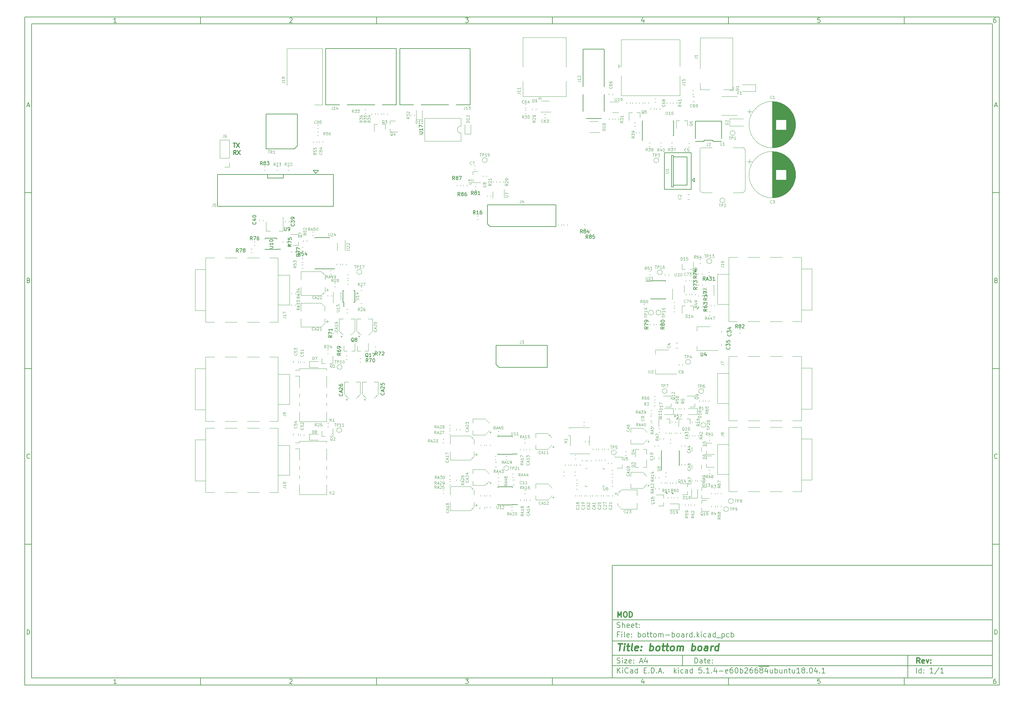
<source format=gbr>
G04 #@! TF.GenerationSoftware,KiCad,Pcbnew,5.1.4-e60b266~84~ubuntu18.04.1*
G04 #@! TF.CreationDate,2019-12-19T17:30:00+01:00*
G04 #@! TF.ProjectId,bottom-board,626f7474-6f6d-42d6-926f-6172642e6b69,rev?*
G04 #@! TF.SameCoordinates,PX48111b4PY15fd6c8*
G04 #@! TF.FileFunction,Legend,Top*
G04 #@! TF.FilePolarity,Positive*
%FSLAX46Y46*%
G04 Gerber Fmt 4.6, Leading zero omitted, Abs format (unit mm)*
G04 Created by KiCad (PCBNEW 5.1.4-e60b266~84~ubuntu18.04.1) date 2019-12-19 17:30:00*
%MOMM*%
%LPD*%
G04 APERTURE LIST*
%ADD10C,0.100000*%
%ADD11C,0.150000*%
%ADD12C,0.300000*%
%ADD13C,0.400000*%
%ADD14C,0.250000*%
%ADD15C,0.120000*%
G04 APERTURE END LIST*
D10*
D11*
X101434660Y-142949080D02*
X101434660Y-174949080D01*
X209434660Y-174949080D01*
X209434660Y-142949080D01*
X101434660Y-142949080D01*
D10*
D11*
X-65567540Y13058120D02*
X-65567540Y-176949080D01*
X211434660Y-176949080D01*
X211434660Y13058120D01*
X-65567540Y13058120D01*
D10*
D11*
X-63567540Y11058120D02*
X-63567540Y-174949080D01*
X209434660Y-174949080D01*
X209434660Y11058120D01*
X-63567540Y11058120D01*
D10*
D11*
X-15567540Y11058120D02*
X-15567540Y13058120D01*
D10*
D11*
X34432460Y11058120D02*
X34432460Y13058120D01*
D10*
D11*
X84432460Y11058120D02*
X84432460Y13058120D01*
D10*
D11*
X134432460Y11058120D02*
X134432460Y13058120D01*
D10*
D11*
X184432460Y11058120D02*
X184432460Y13058120D01*
D10*
D11*
X-39502064Y11470025D02*
X-40244921Y11470025D01*
X-39873493Y11470025D02*
X-39873493Y12770025D01*
X-39997302Y12584311D01*
X-40121112Y12460501D01*
X-40244921Y12398597D01*
D10*
D11*
X9755079Y12646216D02*
X9816983Y12708120D01*
X9940793Y12770025D01*
X10250317Y12770025D01*
X10374126Y12708120D01*
X10436031Y12646216D01*
X10497936Y12522406D01*
X10497936Y12398597D01*
X10436031Y12212882D01*
X9693174Y11470025D01*
X10497936Y11470025D01*
D10*
D11*
X59693174Y12770025D02*
X60497936Y12770025D01*
X60064602Y12274787D01*
X60250317Y12274787D01*
X60374126Y12212882D01*
X60436031Y12150978D01*
X60497936Y12027168D01*
X60497936Y11717644D01*
X60436031Y11593835D01*
X60374126Y11531930D01*
X60250317Y11470025D01*
X59878888Y11470025D01*
X59755079Y11531930D01*
X59693174Y11593835D01*
D10*
D11*
X110374126Y12336692D02*
X110374126Y11470025D01*
X110064602Y12831930D02*
X109755079Y11903359D01*
X110559840Y11903359D01*
D10*
D11*
X160436031Y12770025D02*
X159816983Y12770025D01*
X159755079Y12150978D01*
X159816983Y12212882D01*
X159940793Y12274787D01*
X160250317Y12274787D01*
X160374126Y12212882D01*
X160436031Y12150978D01*
X160497936Y12027168D01*
X160497936Y11717644D01*
X160436031Y11593835D01*
X160374126Y11531930D01*
X160250317Y11470025D01*
X159940793Y11470025D01*
X159816983Y11531930D01*
X159755079Y11593835D01*
D10*
D11*
X210374126Y12770025D02*
X210126507Y12770025D01*
X210002698Y12708120D01*
X209940793Y12646216D01*
X209816983Y12460501D01*
X209755079Y12212882D01*
X209755079Y11717644D01*
X209816983Y11593835D01*
X209878888Y11531930D01*
X210002698Y11470025D01*
X210250317Y11470025D01*
X210374126Y11531930D01*
X210436031Y11593835D01*
X210497936Y11717644D01*
X210497936Y12027168D01*
X210436031Y12150978D01*
X210374126Y12212882D01*
X210250317Y12274787D01*
X210002698Y12274787D01*
X209878888Y12212882D01*
X209816983Y12150978D01*
X209755079Y12027168D01*
D10*
D11*
X-15567540Y-174949080D02*
X-15567540Y-176949080D01*
D10*
D11*
X34432460Y-174949080D02*
X34432460Y-176949080D01*
D10*
D11*
X84432460Y-174949080D02*
X84432460Y-176949080D01*
D10*
D11*
X134432460Y-174949080D02*
X134432460Y-176949080D01*
D10*
D11*
X184432460Y-174949080D02*
X184432460Y-176949080D01*
D10*
D11*
X-39502064Y-176537175D02*
X-40244921Y-176537175D01*
X-39873493Y-176537175D02*
X-39873493Y-175237175D01*
X-39997302Y-175422889D01*
X-40121112Y-175546699D01*
X-40244921Y-175608603D01*
D10*
D11*
X9755079Y-175360984D02*
X9816983Y-175299080D01*
X9940793Y-175237175D01*
X10250317Y-175237175D01*
X10374126Y-175299080D01*
X10436031Y-175360984D01*
X10497936Y-175484794D01*
X10497936Y-175608603D01*
X10436031Y-175794318D01*
X9693174Y-176537175D01*
X10497936Y-176537175D01*
D10*
D11*
X59693174Y-175237175D02*
X60497936Y-175237175D01*
X60064602Y-175732413D01*
X60250317Y-175732413D01*
X60374126Y-175794318D01*
X60436031Y-175856222D01*
X60497936Y-175980032D01*
X60497936Y-176289556D01*
X60436031Y-176413365D01*
X60374126Y-176475270D01*
X60250317Y-176537175D01*
X59878888Y-176537175D01*
X59755079Y-176475270D01*
X59693174Y-176413365D01*
D10*
D11*
X110374126Y-175670508D02*
X110374126Y-176537175D01*
X110064602Y-175175270D02*
X109755079Y-176103841D01*
X110559840Y-176103841D01*
D10*
D11*
X160436031Y-175237175D02*
X159816983Y-175237175D01*
X159755079Y-175856222D01*
X159816983Y-175794318D01*
X159940793Y-175732413D01*
X160250317Y-175732413D01*
X160374126Y-175794318D01*
X160436031Y-175856222D01*
X160497936Y-175980032D01*
X160497936Y-176289556D01*
X160436031Y-176413365D01*
X160374126Y-176475270D01*
X160250317Y-176537175D01*
X159940793Y-176537175D01*
X159816983Y-176475270D01*
X159755079Y-176413365D01*
D10*
D11*
X210374126Y-175237175D02*
X210126507Y-175237175D01*
X210002698Y-175299080D01*
X209940793Y-175360984D01*
X209816983Y-175546699D01*
X209755079Y-175794318D01*
X209755079Y-176289556D01*
X209816983Y-176413365D01*
X209878888Y-176475270D01*
X210002698Y-176537175D01*
X210250317Y-176537175D01*
X210374126Y-176475270D01*
X210436031Y-176413365D01*
X210497936Y-176289556D01*
X210497936Y-175980032D01*
X210436031Y-175856222D01*
X210374126Y-175794318D01*
X210250317Y-175732413D01*
X210002698Y-175732413D01*
X209878888Y-175794318D01*
X209816983Y-175856222D01*
X209755079Y-175980032D01*
D10*
D11*
X-65567540Y-36941880D02*
X-63567540Y-36941880D01*
D10*
D11*
X-65567540Y-86941880D02*
X-63567540Y-86941880D01*
D10*
D11*
X-65567540Y-136941880D02*
X-63567540Y-136941880D01*
D10*
D11*
X-64877064Y-12158546D02*
X-64258017Y-12158546D01*
X-65000874Y-12529975D02*
X-64567540Y-11229975D01*
X-64134207Y-12529975D01*
D10*
D11*
X-64474683Y-61849022D02*
X-64288969Y-61910927D01*
X-64227064Y-61972832D01*
X-64165160Y-62096641D01*
X-64165160Y-62282356D01*
X-64227064Y-62406165D01*
X-64288969Y-62468070D01*
X-64412779Y-62529975D01*
X-64908017Y-62529975D01*
X-64908017Y-61229975D01*
X-64474683Y-61229975D01*
X-64350874Y-61291880D01*
X-64288969Y-61353784D01*
X-64227064Y-61477594D01*
X-64227064Y-61601403D01*
X-64288969Y-61725213D01*
X-64350874Y-61787118D01*
X-64474683Y-61849022D01*
X-64908017Y-61849022D01*
D10*
D11*
X-64165160Y-112406165D02*
X-64227064Y-112468070D01*
X-64412779Y-112529975D01*
X-64536588Y-112529975D01*
X-64722302Y-112468070D01*
X-64846112Y-112344260D01*
X-64908017Y-112220451D01*
X-64969921Y-111972832D01*
X-64969921Y-111787118D01*
X-64908017Y-111539499D01*
X-64846112Y-111415689D01*
X-64722302Y-111291880D01*
X-64536588Y-111229975D01*
X-64412779Y-111229975D01*
X-64227064Y-111291880D01*
X-64165160Y-111353784D01*
D10*
D11*
X-64908017Y-162529975D02*
X-64908017Y-161229975D01*
X-64598493Y-161229975D01*
X-64412779Y-161291880D01*
X-64288969Y-161415689D01*
X-64227064Y-161539499D01*
X-64165160Y-161787118D01*
X-64165160Y-161972832D01*
X-64227064Y-162220451D01*
X-64288969Y-162344260D01*
X-64412779Y-162468070D01*
X-64598493Y-162529975D01*
X-64908017Y-162529975D01*
D10*
D11*
X211434660Y-36941880D02*
X209434660Y-36941880D01*
D10*
D11*
X211434660Y-86941880D02*
X209434660Y-86941880D01*
D10*
D11*
X211434660Y-136941880D02*
X209434660Y-136941880D01*
D10*
D11*
X210125136Y-12158546D02*
X210744183Y-12158546D01*
X210001326Y-12529975D02*
X210434660Y-11229975D01*
X210867993Y-12529975D01*
D10*
D11*
X210527517Y-61849022D02*
X210713231Y-61910927D01*
X210775136Y-61972832D01*
X210837040Y-62096641D01*
X210837040Y-62282356D01*
X210775136Y-62406165D01*
X210713231Y-62468070D01*
X210589421Y-62529975D01*
X210094183Y-62529975D01*
X210094183Y-61229975D01*
X210527517Y-61229975D01*
X210651326Y-61291880D01*
X210713231Y-61353784D01*
X210775136Y-61477594D01*
X210775136Y-61601403D01*
X210713231Y-61725213D01*
X210651326Y-61787118D01*
X210527517Y-61849022D01*
X210094183Y-61849022D01*
D10*
D11*
X210837040Y-112406165D02*
X210775136Y-112468070D01*
X210589421Y-112529975D01*
X210465612Y-112529975D01*
X210279898Y-112468070D01*
X210156088Y-112344260D01*
X210094183Y-112220451D01*
X210032279Y-111972832D01*
X210032279Y-111787118D01*
X210094183Y-111539499D01*
X210156088Y-111415689D01*
X210279898Y-111291880D01*
X210465612Y-111229975D01*
X210589421Y-111229975D01*
X210775136Y-111291880D01*
X210837040Y-111353784D01*
D10*
D11*
X210094183Y-162529975D02*
X210094183Y-161229975D01*
X210403707Y-161229975D01*
X210589421Y-161291880D01*
X210713231Y-161415689D01*
X210775136Y-161539499D01*
X210837040Y-161787118D01*
X210837040Y-161972832D01*
X210775136Y-162220451D01*
X210713231Y-162344260D01*
X210589421Y-162468070D01*
X210403707Y-162529975D01*
X210094183Y-162529975D01*
D10*
D11*
X124866802Y-170727651D02*
X124866802Y-169227651D01*
X125223945Y-169227651D01*
X125438231Y-169299080D01*
X125581088Y-169441937D01*
X125652517Y-169584794D01*
X125723945Y-169870508D01*
X125723945Y-170084794D01*
X125652517Y-170370508D01*
X125581088Y-170513365D01*
X125438231Y-170656222D01*
X125223945Y-170727651D01*
X124866802Y-170727651D01*
X127009660Y-170727651D02*
X127009660Y-169941937D01*
X126938231Y-169799080D01*
X126795374Y-169727651D01*
X126509660Y-169727651D01*
X126366802Y-169799080D01*
X127009660Y-170656222D02*
X126866802Y-170727651D01*
X126509660Y-170727651D01*
X126366802Y-170656222D01*
X126295374Y-170513365D01*
X126295374Y-170370508D01*
X126366802Y-170227651D01*
X126509660Y-170156222D01*
X126866802Y-170156222D01*
X127009660Y-170084794D01*
X127509660Y-169727651D02*
X128081088Y-169727651D01*
X127723945Y-169227651D02*
X127723945Y-170513365D01*
X127795374Y-170656222D01*
X127938231Y-170727651D01*
X128081088Y-170727651D01*
X129152517Y-170656222D02*
X129009660Y-170727651D01*
X128723945Y-170727651D01*
X128581088Y-170656222D01*
X128509660Y-170513365D01*
X128509660Y-169941937D01*
X128581088Y-169799080D01*
X128723945Y-169727651D01*
X129009660Y-169727651D01*
X129152517Y-169799080D01*
X129223945Y-169941937D01*
X129223945Y-170084794D01*
X128509660Y-170227651D01*
X129866802Y-170584794D02*
X129938231Y-170656222D01*
X129866802Y-170727651D01*
X129795374Y-170656222D01*
X129866802Y-170584794D01*
X129866802Y-170727651D01*
X129866802Y-169799080D02*
X129938231Y-169870508D01*
X129866802Y-169941937D01*
X129795374Y-169870508D01*
X129866802Y-169799080D01*
X129866802Y-169941937D01*
D10*
D11*
X101434660Y-171449080D02*
X209434660Y-171449080D01*
D10*
D11*
X102866802Y-173527651D02*
X102866802Y-172027651D01*
X103723945Y-173527651D02*
X103081088Y-172670508D01*
X103723945Y-172027651D02*
X102866802Y-172884794D01*
X104366802Y-173527651D02*
X104366802Y-172527651D01*
X104366802Y-172027651D02*
X104295374Y-172099080D01*
X104366802Y-172170508D01*
X104438231Y-172099080D01*
X104366802Y-172027651D01*
X104366802Y-172170508D01*
X105938231Y-173384794D02*
X105866802Y-173456222D01*
X105652517Y-173527651D01*
X105509660Y-173527651D01*
X105295374Y-173456222D01*
X105152517Y-173313365D01*
X105081088Y-173170508D01*
X105009660Y-172884794D01*
X105009660Y-172670508D01*
X105081088Y-172384794D01*
X105152517Y-172241937D01*
X105295374Y-172099080D01*
X105509660Y-172027651D01*
X105652517Y-172027651D01*
X105866802Y-172099080D01*
X105938231Y-172170508D01*
X107223945Y-173527651D02*
X107223945Y-172741937D01*
X107152517Y-172599080D01*
X107009660Y-172527651D01*
X106723945Y-172527651D01*
X106581088Y-172599080D01*
X107223945Y-173456222D02*
X107081088Y-173527651D01*
X106723945Y-173527651D01*
X106581088Y-173456222D01*
X106509660Y-173313365D01*
X106509660Y-173170508D01*
X106581088Y-173027651D01*
X106723945Y-172956222D01*
X107081088Y-172956222D01*
X107223945Y-172884794D01*
X108581088Y-173527651D02*
X108581088Y-172027651D01*
X108581088Y-173456222D02*
X108438231Y-173527651D01*
X108152517Y-173527651D01*
X108009660Y-173456222D01*
X107938231Y-173384794D01*
X107866802Y-173241937D01*
X107866802Y-172813365D01*
X107938231Y-172670508D01*
X108009660Y-172599080D01*
X108152517Y-172527651D01*
X108438231Y-172527651D01*
X108581088Y-172599080D01*
X110438231Y-172741937D02*
X110938231Y-172741937D01*
X111152517Y-173527651D02*
X110438231Y-173527651D01*
X110438231Y-172027651D01*
X111152517Y-172027651D01*
X111795374Y-173384794D02*
X111866802Y-173456222D01*
X111795374Y-173527651D01*
X111723945Y-173456222D01*
X111795374Y-173384794D01*
X111795374Y-173527651D01*
X112509660Y-173527651D02*
X112509660Y-172027651D01*
X112866802Y-172027651D01*
X113081088Y-172099080D01*
X113223945Y-172241937D01*
X113295374Y-172384794D01*
X113366802Y-172670508D01*
X113366802Y-172884794D01*
X113295374Y-173170508D01*
X113223945Y-173313365D01*
X113081088Y-173456222D01*
X112866802Y-173527651D01*
X112509660Y-173527651D01*
X114009660Y-173384794D02*
X114081088Y-173456222D01*
X114009660Y-173527651D01*
X113938231Y-173456222D01*
X114009660Y-173384794D01*
X114009660Y-173527651D01*
X114652517Y-173099080D02*
X115366802Y-173099080D01*
X114509660Y-173527651D02*
X115009660Y-172027651D01*
X115509660Y-173527651D01*
X116009660Y-173384794D02*
X116081088Y-173456222D01*
X116009660Y-173527651D01*
X115938231Y-173456222D01*
X116009660Y-173384794D01*
X116009660Y-173527651D01*
X119009660Y-173527651D02*
X119009660Y-172027651D01*
X119152517Y-172956222D02*
X119581088Y-173527651D01*
X119581088Y-172527651D02*
X119009660Y-173099080D01*
X120223945Y-173527651D02*
X120223945Y-172527651D01*
X120223945Y-172027651D02*
X120152517Y-172099080D01*
X120223945Y-172170508D01*
X120295374Y-172099080D01*
X120223945Y-172027651D01*
X120223945Y-172170508D01*
X121581088Y-173456222D02*
X121438231Y-173527651D01*
X121152517Y-173527651D01*
X121009660Y-173456222D01*
X120938231Y-173384794D01*
X120866802Y-173241937D01*
X120866802Y-172813365D01*
X120938231Y-172670508D01*
X121009660Y-172599080D01*
X121152517Y-172527651D01*
X121438231Y-172527651D01*
X121581088Y-172599080D01*
X122866802Y-173527651D02*
X122866802Y-172741937D01*
X122795374Y-172599080D01*
X122652517Y-172527651D01*
X122366802Y-172527651D01*
X122223945Y-172599080D01*
X122866802Y-173456222D02*
X122723945Y-173527651D01*
X122366802Y-173527651D01*
X122223945Y-173456222D01*
X122152517Y-173313365D01*
X122152517Y-173170508D01*
X122223945Y-173027651D01*
X122366802Y-172956222D01*
X122723945Y-172956222D01*
X122866802Y-172884794D01*
X124223945Y-173527651D02*
X124223945Y-172027651D01*
X124223945Y-173456222D02*
X124081088Y-173527651D01*
X123795374Y-173527651D01*
X123652517Y-173456222D01*
X123581088Y-173384794D01*
X123509660Y-173241937D01*
X123509660Y-172813365D01*
X123581088Y-172670508D01*
X123652517Y-172599080D01*
X123795374Y-172527651D01*
X124081088Y-172527651D01*
X124223945Y-172599080D01*
X126795374Y-172027651D02*
X126081088Y-172027651D01*
X126009660Y-172741937D01*
X126081088Y-172670508D01*
X126223945Y-172599080D01*
X126581088Y-172599080D01*
X126723945Y-172670508D01*
X126795374Y-172741937D01*
X126866802Y-172884794D01*
X126866802Y-173241937D01*
X126795374Y-173384794D01*
X126723945Y-173456222D01*
X126581088Y-173527651D01*
X126223945Y-173527651D01*
X126081088Y-173456222D01*
X126009660Y-173384794D01*
X127509660Y-173384794D02*
X127581088Y-173456222D01*
X127509660Y-173527651D01*
X127438231Y-173456222D01*
X127509660Y-173384794D01*
X127509660Y-173527651D01*
X129009660Y-173527651D02*
X128152517Y-173527651D01*
X128581088Y-173527651D02*
X128581088Y-172027651D01*
X128438231Y-172241937D01*
X128295374Y-172384794D01*
X128152517Y-172456222D01*
X129652517Y-173384794D02*
X129723945Y-173456222D01*
X129652517Y-173527651D01*
X129581088Y-173456222D01*
X129652517Y-173384794D01*
X129652517Y-173527651D01*
X131009660Y-172527651D02*
X131009660Y-173527651D01*
X130652517Y-171956222D02*
X130295374Y-173027651D01*
X131223945Y-173027651D01*
X131795374Y-172956222D02*
X132938231Y-172956222D01*
X134223945Y-173456222D02*
X134081088Y-173527651D01*
X133795374Y-173527651D01*
X133652517Y-173456222D01*
X133581088Y-173313365D01*
X133581088Y-172741937D01*
X133652517Y-172599080D01*
X133795374Y-172527651D01*
X134081088Y-172527651D01*
X134223945Y-172599080D01*
X134295374Y-172741937D01*
X134295374Y-172884794D01*
X133581088Y-173027651D01*
X135581088Y-172027651D02*
X135295374Y-172027651D01*
X135152517Y-172099080D01*
X135081088Y-172170508D01*
X134938231Y-172384794D01*
X134866802Y-172670508D01*
X134866802Y-173241937D01*
X134938231Y-173384794D01*
X135009660Y-173456222D01*
X135152517Y-173527651D01*
X135438231Y-173527651D01*
X135581088Y-173456222D01*
X135652517Y-173384794D01*
X135723945Y-173241937D01*
X135723945Y-172884794D01*
X135652517Y-172741937D01*
X135581088Y-172670508D01*
X135438231Y-172599080D01*
X135152517Y-172599080D01*
X135009660Y-172670508D01*
X134938231Y-172741937D01*
X134866802Y-172884794D01*
X136652517Y-172027651D02*
X136795374Y-172027651D01*
X136938231Y-172099080D01*
X137009660Y-172170508D01*
X137081088Y-172313365D01*
X137152517Y-172599080D01*
X137152517Y-172956222D01*
X137081088Y-173241937D01*
X137009660Y-173384794D01*
X136938231Y-173456222D01*
X136795374Y-173527651D01*
X136652517Y-173527651D01*
X136509660Y-173456222D01*
X136438231Y-173384794D01*
X136366802Y-173241937D01*
X136295374Y-172956222D01*
X136295374Y-172599080D01*
X136366802Y-172313365D01*
X136438231Y-172170508D01*
X136509660Y-172099080D01*
X136652517Y-172027651D01*
X137795374Y-173527651D02*
X137795374Y-172027651D01*
X137795374Y-172599080D02*
X137938231Y-172527651D01*
X138223945Y-172527651D01*
X138366802Y-172599080D01*
X138438231Y-172670508D01*
X138509660Y-172813365D01*
X138509660Y-173241937D01*
X138438231Y-173384794D01*
X138366802Y-173456222D01*
X138223945Y-173527651D01*
X137938231Y-173527651D01*
X137795374Y-173456222D01*
X139081088Y-172170508D02*
X139152517Y-172099080D01*
X139295374Y-172027651D01*
X139652517Y-172027651D01*
X139795374Y-172099080D01*
X139866802Y-172170508D01*
X139938231Y-172313365D01*
X139938231Y-172456222D01*
X139866802Y-172670508D01*
X139009660Y-173527651D01*
X139938231Y-173527651D01*
X141223945Y-172027651D02*
X140938231Y-172027651D01*
X140795374Y-172099080D01*
X140723945Y-172170508D01*
X140581088Y-172384794D01*
X140509660Y-172670508D01*
X140509660Y-173241937D01*
X140581088Y-173384794D01*
X140652517Y-173456222D01*
X140795374Y-173527651D01*
X141081088Y-173527651D01*
X141223945Y-173456222D01*
X141295374Y-173384794D01*
X141366802Y-173241937D01*
X141366802Y-172884794D01*
X141295374Y-172741937D01*
X141223945Y-172670508D01*
X141081088Y-172599080D01*
X140795374Y-172599080D01*
X140652517Y-172670508D01*
X140581088Y-172741937D01*
X140509660Y-172884794D01*
X142652517Y-172027651D02*
X142366802Y-172027651D01*
X142223945Y-172099080D01*
X142152517Y-172170508D01*
X142009660Y-172384794D01*
X141938231Y-172670508D01*
X141938231Y-173241937D01*
X142009660Y-173384794D01*
X142081088Y-173456222D01*
X142223945Y-173527651D01*
X142509660Y-173527651D01*
X142652517Y-173456222D01*
X142723945Y-173384794D01*
X142795374Y-173241937D01*
X142795374Y-172884794D01*
X142723945Y-172741937D01*
X142652517Y-172670508D01*
X142509660Y-172599080D01*
X142223945Y-172599080D01*
X142081088Y-172670508D01*
X142009660Y-172741937D01*
X141938231Y-172884794D01*
X143081088Y-171619080D02*
X144509660Y-171619080D01*
X143652517Y-172670508D02*
X143509660Y-172599080D01*
X143438231Y-172527651D01*
X143366802Y-172384794D01*
X143366802Y-172313365D01*
X143438231Y-172170508D01*
X143509660Y-172099080D01*
X143652517Y-172027651D01*
X143938231Y-172027651D01*
X144081088Y-172099080D01*
X144152517Y-172170508D01*
X144223945Y-172313365D01*
X144223945Y-172384794D01*
X144152517Y-172527651D01*
X144081088Y-172599080D01*
X143938231Y-172670508D01*
X143652517Y-172670508D01*
X143509660Y-172741937D01*
X143438231Y-172813365D01*
X143366802Y-172956222D01*
X143366802Y-173241937D01*
X143438231Y-173384794D01*
X143509660Y-173456222D01*
X143652517Y-173527651D01*
X143938231Y-173527651D01*
X144081088Y-173456222D01*
X144152517Y-173384794D01*
X144223945Y-173241937D01*
X144223945Y-172956222D01*
X144152517Y-172813365D01*
X144081088Y-172741937D01*
X143938231Y-172670508D01*
X144509660Y-171619080D02*
X145938231Y-171619080D01*
X145509660Y-172527651D02*
X145509660Y-173527651D01*
X145152517Y-171956222D02*
X144795374Y-173027651D01*
X145723945Y-173027651D01*
X146938231Y-172527651D02*
X146938231Y-173527651D01*
X146295374Y-172527651D02*
X146295374Y-173313365D01*
X146366802Y-173456222D01*
X146509660Y-173527651D01*
X146723945Y-173527651D01*
X146866802Y-173456222D01*
X146938231Y-173384794D01*
X147652517Y-173527651D02*
X147652517Y-172027651D01*
X147652517Y-172599080D02*
X147795374Y-172527651D01*
X148081088Y-172527651D01*
X148223945Y-172599080D01*
X148295374Y-172670508D01*
X148366802Y-172813365D01*
X148366802Y-173241937D01*
X148295374Y-173384794D01*
X148223945Y-173456222D01*
X148081088Y-173527651D01*
X147795374Y-173527651D01*
X147652517Y-173456222D01*
X149652517Y-172527651D02*
X149652517Y-173527651D01*
X149009660Y-172527651D02*
X149009660Y-173313365D01*
X149081088Y-173456222D01*
X149223945Y-173527651D01*
X149438231Y-173527651D01*
X149581088Y-173456222D01*
X149652517Y-173384794D01*
X150366802Y-172527651D02*
X150366802Y-173527651D01*
X150366802Y-172670508D02*
X150438231Y-172599080D01*
X150581088Y-172527651D01*
X150795374Y-172527651D01*
X150938231Y-172599080D01*
X151009660Y-172741937D01*
X151009660Y-173527651D01*
X151509660Y-172527651D02*
X152081088Y-172527651D01*
X151723945Y-172027651D02*
X151723945Y-173313365D01*
X151795374Y-173456222D01*
X151938231Y-173527651D01*
X152081088Y-173527651D01*
X153223945Y-172527651D02*
X153223945Y-173527651D01*
X152581088Y-172527651D02*
X152581088Y-173313365D01*
X152652517Y-173456222D01*
X152795374Y-173527651D01*
X153009660Y-173527651D01*
X153152517Y-173456222D01*
X153223945Y-173384794D01*
X154723945Y-173527651D02*
X153866802Y-173527651D01*
X154295374Y-173527651D02*
X154295374Y-172027651D01*
X154152517Y-172241937D01*
X154009660Y-172384794D01*
X153866802Y-172456222D01*
X155581088Y-172670508D02*
X155438231Y-172599080D01*
X155366802Y-172527651D01*
X155295374Y-172384794D01*
X155295374Y-172313365D01*
X155366802Y-172170508D01*
X155438231Y-172099080D01*
X155581088Y-172027651D01*
X155866802Y-172027651D01*
X156009660Y-172099080D01*
X156081088Y-172170508D01*
X156152517Y-172313365D01*
X156152517Y-172384794D01*
X156081088Y-172527651D01*
X156009660Y-172599080D01*
X155866802Y-172670508D01*
X155581088Y-172670508D01*
X155438231Y-172741937D01*
X155366802Y-172813365D01*
X155295374Y-172956222D01*
X155295374Y-173241937D01*
X155366802Y-173384794D01*
X155438231Y-173456222D01*
X155581088Y-173527651D01*
X155866802Y-173527651D01*
X156009660Y-173456222D01*
X156081088Y-173384794D01*
X156152517Y-173241937D01*
X156152517Y-172956222D01*
X156081088Y-172813365D01*
X156009660Y-172741937D01*
X155866802Y-172670508D01*
X156795374Y-173384794D02*
X156866802Y-173456222D01*
X156795374Y-173527651D01*
X156723945Y-173456222D01*
X156795374Y-173384794D01*
X156795374Y-173527651D01*
X157795374Y-172027651D02*
X157938231Y-172027651D01*
X158081088Y-172099080D01*
X158152517Y-172170508D01*
X158223945Y-172313365D01*
X158295374Y-172599080D01*
X158295374Y-172956222D01*
X158223945Y-173241937D01*
X158152517Y-173384794D01*
X158081088Y-173456222D01*
X157938231Y-173527651D01*
X157795374Y-173527651D01*
X157652517Y-173456222D01*
X157581088Y-173384794D01*
X157509660Y-173241937D01*
X157438231Y-172956222D01*
X157438231Y-172599080D01*
X157509660Y-172313365D01*
X157581088Y-172170508D01*
X157652517Y-172099080D01*
X157795374Y-172027651D01*
X159581088Y-172527651D02*
X159581088Y-173527651D01*
X159223945Y-171956222D02*
X158866802Y-173027651D01*
X159795374Y-173027651D01*
X160366802Y-173384794D02*
X160438231Y-173456222D01*
X160366802Y-173527651D01*
X160295374Y-173456222D01*
X160366802Y-173384794D01*
X160366802Y-173527651D01*
X161866802Y-173527651D02*
X161009659Y-173527651D01*
X161438231Y-173527651D02*
X161438231Y-172027651D01*
X161295374Y-172241937D01*
X161152517Y-172384794D01*
X161009659Y-172456222D01*
D10*
D11*
X101434660Y-168449080D02*
X209434660Y-168449080D01*
D10*
D12*
X188843945Y-170727651D02*
X188343945Y-170013365D01*
X187986802Y-170727651D02*
X187986802Y-169227651D01*
X188558231Y-169227651D01*
X188701088Y-169299080D01*
X188772517Y-169370508D01*
X188843945Y-169513365D01*
X188843945Y-169727651D01*
X188772517Y-169870508D01*
X188701088Y-169941937D01*
X188558231Y-170013365D01*
X187986802Y-170013365D01*
X190058231Y-170656222D02*
X189915374Y-170727651D01*
X189629660Y-170727651D01*
X189486802Y-170656222D01*
X189415374Y-170513365D01*
X189415374Y-169941937D01*
X189486802Y-169799080D01*
X189629660Y-169727651D01*
X189915374Y-169727651D01*
X190058231Y-169799080D01*
X190129660Y-169941937D01*
X190129660Y-170084794D01*
X189415374Y-170227651D01*
X190629660Y-169727651D02*
X190986802Y-170727651D01*
X191343945Y-169727651D01*
X191915374Y-170584794D02*
X191986802Y-170656222D01*
X191915374Y-170727651D01*
X191843945Y-170656222D01*
X191915374Y-170584794D01*
X191915374Y-170727651D01*
X191915374Y-169799080D02*
X191986802Y-169870508D01*
X191915374Y-169941937D01*
X191843945Y-169870508D01*
X191915374Y-169799080D01*
X191915374Y-169941937D01*
D10*
D11*
X102795374Y-170656222D02*
X103009660Y-170727651D01*
X103366802Y-170727651D01*
X103509660Y-170656222D01*
X103581088Y-170584794D01*
X103652517Y-170441937D01*
X103652517Y-170299080D01*
X103581088Y-170156222D01*
X103509660Y-170084794D01*
X103366802Y-170013365D01*
X103081088Y-169941937D01*
X102938231Y-169870508D01*
X102866802Y-169799080D01*
X102795374Y-169656222D01*
X102795374Y-169513365D01*
X102866802Y-169370508D01*
X102938231Y-169299080D01*
X103081088Y-169227651D01*
X103438231Y-169227651D01*
X103652517Y-169299080D01*
X104295374Y-170727651D02*
X104295374Y-169727651D01*
X104295374Y-169227651D02*
X104223945Y-169299080D01*
X104295374Y-169370508D01*
X104366802Y-169299080D01*
X104295374Y-169227651D01*
X104295374Y-169370508D01*
X104866802Y-169727651D02*
X105652517Y-169727651D01*
X104866802Y-170727651D01*
X105652517Y-170727651D01*
X106795374Y-170656222D02*
X106652517Y-170727651D01*
X106366802Y-170727651D01*
X106223945Y-170656222D01*
X106152517Y-170513365D01*
X106152517Y-169941937D01*
X106223945Y-169799080D01*
X106366802Y-169727651D01*
X106652517Y-169727651D01*
X106795374Y-169799080D01*
X106866802Y-169941937D01*
X106866802Y-170084794D01*
X106152517Y-170227651D01*
X107509660Y-170584794D02*
X107581088Y-170656222D01*
X107509660Y-170727651D01*
X107438231Y-170656222D01*
X107509660Y-170584794D01*
X107509660Y-170727651D01*
X107509660Y-169799080D02*
X107581088Y-169870508D01*
X107509660Y-169941937D01*
X107438231Y-169870508D01*
X107509660Y-169799080D01*
X107509660Y-169941937D01*
X109295374Y-170299080D02*
X110009660Y-170299080D01*
X109152517Y-170727651D02*
X109652517Y-169227651D01*
X110152517Y-170727651D01*
X111295374Y-169727651D02*
X111295374Y-170727651D01*
X110938231Y-169156222D02*
X110581088Y-170227651D01*
X111509660Y-170227651D01*
D10*
D11*
X187866802Y-173527651D02*
X187866802Y-172027651D01*
X189223945Y-173527651D02*
X189223945Y-172027651D01*
X189223945Y-173456222D02*
X189081088Y-173527651D01*
X188795374Y-173527651D01*
X188652517Y-173456222D01*
X188581088Y-173384794D01*
X188509660Y-173241937D01*
X188509660Y-172813365D01*
X188581088Y-172670508D01*
X188652517Y-172599080D01*
X188795374Y-172527651D01*
X189081088Y-172527651D01*
X189223945Y-172599080D01*
X189938231Y-173384794D02*
X190009660Y-173456222D01*
X189938231Y-173527651D01*
X189866802Y-173456222D01*
X189938231Y-173384794D01*
X189938231Y-173527651D01*
X189938231Y-172599080D02*
X190009660Y-172670508D01*
X189938231Y-172741937D01*
X189866802Y-172670508D01*
X189938231Y-172599080D01*
X189938231Y-172741937D01*
X192581088Y-173527651D02*
X191723945Y-173527651D01*
X192152517Y-173527651D02*
X192152517Y-172027651D01*
X192009660Y-172241937D01*
X191866802Y-172384794D01*
X191723945Y-172456222D01*
X194295374Y-171956222D02*
X193009660Y-173884794D01*
X195581088Y-173527651D02*
X194723945Y-173527651D01*
X195152517Y-173527651D02*
X195152517Y-172027651D01*
X195009660Y-172241937D01*
X194866802Y-172384794D01*
X194723945Y-172456222D01*
D10*
D11*
X101434660Y-164449080D02*
X209434660Y-164449080D01*
D10*
D13*
X103147040Y-165153841D02*
X104289898Y-165153841D01*
X103468469Y-167153841D02*
X103718469Y-165153841D01*
X104706564Y-167153841D02*
X104873231Y-165820508D01*
X104956564Y-165153841D02*
X104849421Y-165249080D01*
X104932755Y-165344318D01*
X105039898Y-165249080D01*
X104956564Y-165153841D01*
X104932755Y-165344318D01*
X105539898Y-165820508D02*
X106301802Y-165820508D01*
X105908945Y-165153841D02*
X105694660Y-166868127D01*
X105766088Y-167058603D01*
X105944660Y-167153841D01*
X106135136Y-167153841D01*
X107087517Y-167153841D02*
X106908945Y-167058603D01*
X106837517Y-166868127D01*
X107051802Y-165153841D01*
X108623231Y-167058603D02*
X108420850Y-167153841D01*
X108039898Y-167153841D01*
X107861326Y-167058603D01*
X107789898Y-166868127D01*
X107885136Y-166106222D01*
X108004183Y-165915746D01*
X108206564Y-165820508D01*
X108587517Y-165820508D01*
X108766088Y-165915746D01*
X108837517Y-166106222D01*
X108813707Y-166296699D01*
X107837517Y-166487175D01*
X109587517Y-166963365D02*
X109670850Y-167058603D01*
X109563707Y-167153841D01*
X109480374Y-167058603D01*
X109587517Y-166963365D01*
X109563707Y-167153841D01*
X109718469Y-165915746D02*
X109801802Y-166010984D01*
X109694660Y-166106222D01*
X109611326Y-166010984D01*
X109718469Y-165915746D01*
X109694660Y-166106222D01*
X112039898Y-167153841D02*
X112289898Y-165153841D01*
X112194660Y-165915746D02*
X112397040Y-165820508D01*
X112777993Y-165820508D01*
X112956564Y-165915746D01*
X113039898Y-166010984D01*
X113111326Y-166201460D01*
X113039898Y-166772889D01*
X112920850Y-166963365D01*
X112813707Y-167058603D01*
X112611326Y-167153841D01*
X112230374Y-167153841D01*
X112051802Y-167058603D01*
X114135136Y-167153841D02*
X113956564Y-167058603D01*
X113873231Y-166963365D01*
X113801802Y-166772889D01*
X113873231Y-166201460D01*
X113992279Y-166010984D01*
X114099421Y-165915746D01*
X114301802Y-165820508D01*
X114587517Y-165820508D01*
X114766088Y-165915746D01*
X114849421Y-166010984D01*
X114920850Y-166201460D01*
X114849421Y-166772889D01*
X114730374Y-166963365D01*
X114623231Y-167058603D01*
X114420850Y-167153841D01*
X114135136Y-167153841D01*
X115539898Y-165820508D02*
X116301802Y-165820508D01*
X115908945Y-165153841D02*
X115694660Y-166868127D01*
X115766088Y-167058603D01*
X115944660Y-167153841D01*
X116135136Y-167153841D01*
X116682755Y-165820508D02*
X117444660Y-165820508D01*
X117051802Y-165153841D02*
X116837517Y-166868127D01*
X116908945Y-167058603D01*
X117087517Y-167153841D01*
X117277993Y-167153841D01*
X118230374Y-167153841D02*
X118051802Y-167058603D01*
X117968469Y-166963365D01*
X117897040Y-166772889D01*
X117968469Y-166201460D01*
X118087517Y-166010984D01*
X118194660Y-165915746D01*
X118397040Y-165820508D01*
X118682755Y-165820508D01*
X118861326Y-165915746D01*
X118944660Y-166010984D01*
X119016088Y-166201460D01*
X118944660Y-166772889D01*
X118825612Y-166963365D01*
X118718469Y-167058603D01*
X118516088Y-167153841D01*
X118230374Y-167153841D01*
X119754183Y-167153841D02*
X119920850Y-165820508D01*
X119897040Y-166010984D02*
X120004183Y-165915746D01*
X120206564Y-165820508D01*
X120492279Y-165820508D01*
X120670850Y-165915746D01*
X120742279Y-166106222D01*
X120611326Y-167153841D01*
X120742279Y-166106222D02*
X120861326Y-165915746D01*
X121063707Y-165820508D01*
X121349421Y-165820508D01*
X121527993Y-165915746D01*
X121599421Y-166106222D01*
X121468469Y-167153841D01*
X123944660Y-167153841D02*
X124194660Y-165153841D01*
X124099421Y-165915746D02*
X124301802Y-165820508D01*
X124682755Y-165820508D01*
X124861326Y-165915746D01*
X124944660Y-166010984D01*
X125016088Y-166201460D01*
X124944660Y-166772889D01*
X124825612Y-166963365D01*
X124718469Y-167058603D01*
X124516088Y-167153841D01*
X124135136Y-167153841D01*
X123956564Y-167058603D01*
X126039898Y-167153841D02*
X125861326Y-167058603D01*
X125777993Y-166963365D01*
X125706564Y-166772889D01*
X125777993Y-166201460D01*
X125897040Y-166010984D01*
X126004183Y-165915746D01*
X126206564Y-165820508D01*
X126492279Y-165820508D01*
X126670850Y-165915746D01*
X126754183Y-166010984D01*
X126825612Y-166201460D01*
X126754183Y-166772889D01*
X126635136Y-166963365D01*
X126527993Y-167058603D01*
X126325612Y-167153841D01*
X126039898Y-167153841D01*
X128420850Y-167153841D02*
X128551802Y-166106222D01*
X128480374Y-165915746D01*
X128301802Y-165820508D01*
X127920850Y-165820508D01*
X127718469Y-165915746D01*
X128432755Y-167058603D02*
X128230374Y-167153841D01*
X127754183Y-167153841D01*
X127575612Y-167058603D01*
X127504183Y-166868127D01*
X127527993Y-166677651D01*
X127647040Y-166487175D01*
X127849421Y-166391937D01*
X128325612Y-166391937D01*
X128527993Y-166296699D01*
X129373231Y-167153841D02*
X129539898Y-165820508D01*
X129492279Y-166201460D02*
X129611326Y-166010984D01*
X129718469Y-165915746D01*
X129920850Y-165820508D01*
X130111326Y-165820508D01*
X131468469Y-167153841D02*
X131718469Y-165153841D01*
X131480374Y-167058603D02*
X131277993Y-167153841D01*
X130897040Y-167153841D01*
X130718469Y-167058603D01*
X130635136Y-166963365D01*
X130563707Y-166772889D01*
X130635136Y-166201460D01*
X130754183Y-166010984D01*
X130861326Y-165915746D01*
X131063707Y-165820508D01*
X131444660Y-165820508D01*
X131623231Y-165915746D01*
D10*
D11*
X103366802Y-162541937D02*
X102866802Y-162541937D01*
X102866802Y-163327651D02*
X102866802Y-161827651D01*
X103581088Y-161827651D01*
X104152517Y-163327651D02*
X104152517Y-162327651D01*
X104152517Y-161827651D02*
X104081088Y-161899080D01*
X104152517Y-161970508D01*
X104223945Y-161899080D01*
X104152517Y-161827651D01*
X104152517Y-161970508D01*
X105081088Y-163327651D02*
X104938231Y-163256222D01*
X104866802Y-163113365D01*
X104866802Y-161827651D01*
X106223945Y-163256222D02*
X106081088Y-163327651D01*
X105795374Y-163327651D01*
X105652517Y-163256222D01*
X105581088Y-163113365D01*
X105581088Y-162541937D01*
X105652517Y-162399080D01*
X105795374Y-162327651D01*
X106081088Y-162327651D01*
X106223945Y-162399080D01*
X106295374Y-162541937D01*
X106295374Y-162684794D01*
X105581088Y-162827651D01*
X106938231Y-163184794D02*
X107009660Y-163256222D01*
X106938231Y-163327651D01*
X106866802Y-163256222D01*
X106938231Y-163184794D01*
X106938231Y-163327651D01*
X106938231Y-162399080D02*
X107009660Y-162470508D01*
X106938231Y-162541937D01*
X106866802Y-162470508D01*
X106938231Y-162399080D01*
X106938231Y-162541937D01*
X108795374Y-163327651D02*
X108795374Y-161827651D01*
X108795374Y-162399080D02*
X108938231Y-162327651D01*
X109223945Y-162327651D01*
X109366802Y-162399080D01*
X109438231Y-162470508D01*
X109509660Y-162613365D01*
X109509660Y-163041937D01*
X109438231Y-163184794D01*
X109366802Y-163256222D01*
X109223945Y-163327651D01*
X108938231Y-163327651D01*
X108795374Y-163256222D01*
X110366802Y-163327651D02*
X110223945Y-163256222D01*
X110152517Y-163184794D01*
X110081088Y-163041937D01*
X110081088Y-162613365D01*
X110152517Y-162470508D01*
X110223945Y-162399080D01*
X110366802Y-162327651D01*
X110581088Y-162327651D01*
X110723945Y-162399080D01*
X110795374Y-162470508D01*
X110866802Y-162613365D01*
X110866802Y-163041937D01*
X110795374Y-163184794D01*
X110723945Y-163256222D01*
X110581088Y-163327651D01*
X110366802Y-163327651D01*
X111295374Y-162327651D02*
X111866802Y-162327651D01*
X111509660Y-161827651D02*
X111509660Y-163113365D01*
X111581088Y-163256222D01*
X111723945Y-163327651D01*
X111866802Y-163327651D01*
X112152517Y-162327651D02*
X112723945Y-162327651D01*
X112366802Y-161827651D02*
X112366802Y-163113365D01*
X112438231Y-163256222D01*
X112581088Y-163327651D01*
X112723945Y-163327651D01*
X113438231Y-163327651D02*
X113295374Y-163256222D01*
X113223945Y-163184794D01*
X113152517Y-163041937D01*
X113152517Y-162613365D01*
X113223945Y-162470508D01*
X113295374Y-162399080D01*
X113438231Y-162327651D01*
X113652517Y-162327651D01*
X113795374Y-162399080D01*
X113866802Y-162470508D01*
X113938231Y-162613365D01*
X113938231Y-163041937D01*
X113866802Y-163184794D01*
X113795374Y-163256222D01*
X113652517Y-163327651D01*
X113438231Y-163327651D01*
X114581088Y-163327651D02*
X114581088Y-162327651D01*
X114581088Y-162470508D02*
X114652517Y-162399080D01*
X114795374Y-162327651D01*
X115009660Y-162327651D01*
X115152517Y-162399080D01*
X115223945Y-162541937D01*
X115223945Y-163327651D01*
X115223945Y-162541937D02*
X115295374Y-162399080D01*
X115438231Y-162327651D01*
X115652517Y-162327651D01*
X115795374Y-162399080D01*
X115866802Y-162541937D01*
X115866802Y-163327651D01*
X116581088Y-162756222D02*
X117723945Y-162756222D01*
X118438231Y-163327651D02*
X118438231Y-161827651D01*
X118438231Y-162399080D02*
X118581088Y-162327651D01*
X118866802Y-162327651D01*
X119009660Y-162399080D01*
X119081088Y-162470508D01*
X119152517Y-162613365D01*
X119152517Y-163041937D01*
X119081088Y-163184794D01*
X119009660Y-163256222D01*
X118866802Y-163327651D01*
X118581088Y-163327651D01*
X118438231Y-163256222D01*
X120009660Y-163327651D02*
X119866802Y-163256222D01*
X119795374Y-163184794D01*
X119723945Y-163041937D01*
X119723945Y-162613365D01*
X119795374Y-162470508D01*
X119866802Y-162399080D01*
X120009660Y-162327651D01*
X120223945Y-162327651D01*
X120366802Y-162399080D01*
X120438231Y-162470508D01*
X120509660Y-162613365D01*
X120509660Y-163041937D01*
X120438231Y-163184794D01*
X120366802Y-163256222D01*
X120223945Y-163327651D01*
X120009660Y-163327651D01*
X121795374Y-163327651D02*
X121795374Y-162541937D01*
X121723945Y-162399080D01*
X121581088Y-162327651D01*
X121295374Y-162327651D01*
X121152517Y-162399080D01*
X121795374Y-163256222D02*
X121652517Y-163327651D01*
X121295374Y-163327651D01*
X121152517Y-163256222D01*
X121081088Y-163113365D01*
X121081088Y-162970508D01*
X121152517Y-162827651D01*
X121295374Y-162756222D01*
X121652517Y-162756222D01*
X121795374Y-162684794D01*
X122509660Y-163327651D02*
X122509660Y-162327651D01*
X122509660Y-162613365D02*
X122581088Y-162470508D01*
X122652517Y-162399080D01*
X122795374Y-162327651D01*
X122938231Y-162327651D01*
X124081088Y-163327651D02*
X124081088Y-161827651D01*
X124081088Y-163256222D02*
X123938231Y-163327651D01*
X123652517Y-163327651D01*
X123509660Y-163256222D01*
X123438231Y-163184794D01*
X123366802Y-163041937D01*
X123366802Y-162613365D01*
X123438231Y-162470508D01*
X123509660Y-162399080D01*
X123652517Y-162327651D01*
X123938231Y-162327651D01*
X124081088Y-162399080D01*
X124795374Y-163184794D02*
X124866802Y-163256222D01*
X124795374Y-163327651D01*
X124723945Y-163256222D01*
X124795374Y-163184794D01*
X124795374Y-163327651D01*
X125509660Y-163327651D02*
X125509660Y-161827651D01*
X125652517Y-162756222D02*
X126081088Y-163327651D01*
X126081088Y-162327651D02*
X125509660Y-162899080D01*
X126723945Y-163327651D02*
X126723945Y-162327651D01*
X126723945Y-161827651D02*
X126652517Y-161899080D01*
X126723945Y-161970508D01*
X126795374Y-161899080D01*
X126723945Y-161827651D01*
X126723945Y-161970508D01*
X128081088Y-163256222D02*
X127938231Y-163327651D01*
X127652517Y-163327651D01*
X127509660Y-163256222D01*
X127438231Y-163184794D01*
X127366802Y-163041937D01*
X127366802Y-162613365D01*
X127438231Y-162470508D01*
X127509660Y-162399080D01*
X127652517Y-162327651D01*
X127938231Y-162327651D01*
X128081088Y-162399080D01*
X129366802Y-163327651D02*
X129366802Y-162541937D01*
X129295374Y-162399080D01*
X129152517Y-162327651D01*
X128866802Y-162327651D01*
X128723945Y-162399080D01*
X129366802Y-163256222D02*
X129223945Y-163327651D01*
X128866802Y-163327651D01*
X128723945Y-163256222D01*
X128652517Y-163113365D01*
X128652517Y-162970508D01*
X128723945Y-162827651D01*
X128866802Y-162756222D01*
X129223945Y-162756222D01*
X129366802Y-162684794D01*
X130723945Y-163327651D02*
X130723945Y-161827651D01*
X130723945Y-163256222D02*
X130581088Y-163327651D01*
X130295374Y-163327651D01*
X130152517Y-163256222D01*
X130081088Y-163184794D01*
X130009660Y-163041937D01*
X130009660Y-162613365D01*
X130081088Y-162470508D01*
X130152517Y-162399080D01*
X130295374Y-162327651D01*
X130581088Y-162327651D01*
X130723945Y-162399080D01*
X131081088Y-163470508D02*
X132223945Y-163470508D01*
X132581088Y-162327651D02*
X132581088Y-163827651D01*
X132581088Y-162399080D02*
X132723945Y-162327651D01*
X133009660Y-162327651D01*
X133152517Y-162399080D01*
X133223945Y-162470508D01*
X133295374Y-162613365D01*
X133295374Y-163041937D01*
X133223945Y-163184794D01*
X133152517Y-163256222D01*
X133009660Y-163327651D01*
X132723945Y-163327651D01*
X132581088Y-163256222D01*
X134581088Y-163256222D02*
X134438231Y-163327651D01*
X134152517Y-163327651D01*
X134009660Y-163256222D01*
X133938231Y-163184794D01*
X133866802Y-163041937D01*
X133866802Y-162613365D01*
X133938231Y-162470508D01*
X134009660Y-162399080D01*
X134152517Y-162327651D01*
X134438231Y-162327651D01*
X134581088Y-162399080D01*
X135223945Y-163327651D02*
X135223945Y-161827651D01*
X135223945Y-162399080D02*
X135366802Y-162327651D01*
X135652517Y-162327651D01*
X135795374Y-162399080D01*
X135866802Y-162470508D01*
X135938231Y-162613365D01*
X135938231Y-163041937D01*
X135866802Y-163184794D01*
X135795374Y-163256222D01*
X135652517Y-163327651D01*
X135366802Y-163327651D01*
X135223945Y-163256222D01*
D10*
D11*
X101434660Y-158449080D02*
X209434660Y-158449080D01*
D10*
D11*
X102795374Y-160556222D02*
X103009660Y-160627651D01*
X103366802Y-160627651D01*
X103509660Y-160556222D01*
X103581088Y-160484794D01*
X103652517Y-160341937D01*
X103652517Y-160199080D01*
X103581088Y-160056222D01*
X103509660Y-159984794D01*
X103366802Y-159913365D01*
X103081088Y-159841937D01*
X102938231Y-159770508D01*
X102866802Y-159699080D01*
X102795374Y-159556222D01*
X102795374Y-159413365D01*
X102866802Y-159270508D01*
X102938231Y-159199080D01*
X103081088Y-159127651D01*
X103438231Y-159127651D01*
X103652517Y-159199080D01*
X104295374Y-160627651D02*
X104295374Y-159127651D01*
X104938231Y-160627651D02*
X104938231Y-159841937D01*
X104866802Y-159699080D01*
X104723945Y-159627651D01*
X104509660Y-159627651D01*
X104366802Y-159699080D01*
X104295374Y-159770508D01*
X106223945Y-160556222D02*
X106081088Y-160627651D01*
X105795374Y-160627651D01*
X105652517Y-160556222D01*
X105581088Y-160413365D01*
X105581088Y-159841937D01*
X105652517Y-159699080D01*
X105795374Y-159627651D01*
X106081088Y-159627651D01*
X106223945Y-159699080D01*
X106295374Y-159841937D01*
X106295374Y-159984794D01*
X105581088Y-160127651D01*
X107509660Y-160556222D02*
X107366802Y-160627651D01*
X107081088Y-160627651D01*
X106938231Y-160556222D01*
X106866802Y-160413365D01*
X106866802Y-159841937D01*
X106938231Y-159699080D01*
X107081088Y-159627651D01*
X107366802Y-159627651D01*
X107509660Y-159699080D01*
X107581088Y-159841937D01*
X107581088Y-159984794D01*
X106866802Y-160127651D01*
X108009660Y-159627651D02*
X108581088Y-159627651D01*
X108223945Y-159127651D02*
X108223945Y-160413365D01*
X108295374Y-160556222D01*
X108438231Y-160627651D01*
X108581088Y-160627651D01*
X109081088Y-160484794D02*
X109152517Y-160556222D01*
X109081088Y-160627651D01*
X109009660Y-160556222D01*
X109081088Y-160484794D01*
X109081088Y-160627651D01*
X109081088Y-159699080D02*
X109152517Y-159770508D01*
X109081088Y-159841937D01*
X109009660Y-159770508D01*
X109081088Y-159699080D01*
X109081088Y-159841937D01*
D10*
D12*
X102986802Y-157627651D02*
X102986802Y-156127651D01*
X103486802Y-157199080D01*
X103986802Y-156127651D01*
X103986802Y-157627651D01*
X104986802Y-156127651D02*
X105272517Y-156127651D01*
X105415374Y-156199080D01*
X105558231Y-156341937D01*
X105629660Y-156627651D01*
X105629660Y-157127651D01*
X105558231Y-157413365D01*
X105415374Y-157556222D01*
X105272517Y-157627651D01*
X104986802Y-157627651D01*
X104843945Y-157556222D01*
X104701088Y-157413365D01*
X104629660Y-157127651D01*
X104629660Y-156627651D01*
X104701088Y-156341937D01*
X104843945Y-156199080D01*
X104986802Y-156127651D01*
X106272517Y-157627651D02*
X106272517Y-156127651D01*
X106629660Y-156127651D01*
X106843945Y-156199080D01*
X106986802Y-156341937D01*
X107058231Y-156484794D01*
X107129660Y-156770508D01*
X107129660Y-156984794D01*
X107058231Y-157270508D01*
X106986802Y-157413365D01*
X106843945Y-157556222D01*
X106629660Y-157627651D01*
X106272517Y-157627651D01*
D10*
D11*
X121434660Y-168449080D02*
X121434660Y-171449080D01*
D10*
D11*
X185434660Y-168449080D02*
X185434660Y-174949080D01*
D14*
X-6398335Y-22813617D02*
X-5712620Y-22813617D01*
X-6055478Y-24013617D02*
X-6055478Y-22813617D01*
X-5426906Y-22813617D02*
X-4626906Y-24013617D01*
X-4626906Y-22813617D02*
X-5426906Y-24013617D01*
X-5541192Y-26063617D02*
X-5941192Y-25492188D01*
X-6226906Y-26063617D02*
X-6226906Y-24863617D01*
X-5769763Y-24863617D01*
X-5655478Y-24920760D01*
X-5598335Y-24977902D01*
X-5541192Y-25092188D01*
X-5541192Y-25263617D01*
X-5598335Y-25377902D01*
X-5655478Y-25435045D01*
X-5769763Y-25492188D01*
X-6226906Y-25492188D01*
X-5141192Y-24863617D02*
X-4341192Y-26063617D01*
X-4341192Y-24863617D02*
X-5141192Y-26063617D01*
D11*
X9306560Y-51955700D02*
X9306560Y-51681380D01*
X9306560Y-51681380D02*
X9580880Y-51681380D01*
X9763760Y-52138580D02*
X9306560Y-51681380D01*
X127845820Y-70548500D02*
X127759460Y-70462140D01*
X127845820Y-70304660D02*
X127845820Y-70548500D01*
X125549660Y-69997320D02*
X126004320Y-69542660D01*
X119852169Y-101113189D02*
X119946149Y-101197009D01*
X119806449Y-101374809D02*
X119852169Y-101113189D01*
X120238249Y-100943009D02*
X119806449Y-101374809D01*
X118653560Y-122311160D02*
X118559580Y-122394980D01*
X118699280Y-122572780D02*
X118653560Y-122311160D01*
X118267480Y-122140980D02*
X118699280Y-122572780D01*
X116939060Y-122285760D02*
X116845080Y-122369580D01*
X116984780Y-122547380D02*
X116939060Y-122285760D01*
X116552980Y-122115580D02*
X116984780Y-122547380D01*
D15*
X61816580Y-115649340D02*
X61816580Y-116849340D01*
X61816580Y-120169340D02*
X61816580Y-118969340D01*
X65272143Y-120169340D02*
X61816580Y-120169340D01*
X65272143Y-115649340D02*
X61816580Y-115649340D01*
X66336580Y-116713777D02*
X66336580Y-116849340D01*
X66336580Y-119104903D02*
X66336580Y-118969340D01*
X66336580Y-119104903D02*
X65272143Y-120169340D01*
X66336580Y-116713777D02*
X65272143Y-115649340D01*
X67076580Y-119469340D02*
X66576580Y-119469340D01*
X66826580Y-119719340D02*
X66826580Y-119219340D01*
X123474600Y-101228620D02*
X122544600Y-101228620D01*
X120314600Y-101228620D02*
X121244600Y-101228620D01*
X120314600Y-101228620D02*
X120314600Y-103388620D01*
X123474600Y-101228620D02*
X123474600Y-102688620D01*
X22789099Y-62675040D02*
X22463541Y-62675040D01*
X22789099Y-63695040D02*
X22463541Y-63695040D01*
X118555020Y-64302640D02*
X118555020Y-67302640D01*
X121795020Y-63302640D02*
X121795020Y-65302640D01*
X124424560Y-69051140D02*
X124424560Y-70511140D01*
X121264560Y-69051140D02*
X121264560Y-71211140D01*
X121264560Y-69051140D02*
X122194560Y-69051140D01*
X124424560Y-69051140D02*
X123494560Y-69051140D01*
X119348980Y-102018781D02*
X119348980Y-102344339D01*
X118328980Y-102018781D02*
X118328980Y-102344339D01*
X21566600Y-66055021D02*
X21566600Y-66380579D01*
X20546600Y-66055021D02*
X20546600Y-66380579D01*
X26215559Y-70132480D02*
X25890001Y-70132480D01*
X26215559Y-71152480D02*
X25890001Y-71152480D01*
D11*
X24875620Y-68108700D02*
X25100620Y-68108700D01*
X24875620Y-64758700D02*
X25175620Y-64758700D01*
X28225620Y-64758700D02*
X27925620Y-64758700D01*
X28225620Y-68108700D02*
X27925620Y-68108700D01*
X24875620Y-68108700D02*
X24875620Y-64758700D01*
X28225620Y-68108700D02*
X28225620Y-64758700D01*
X25100620Y-68108700D02*
X25100620Y-69333700D01*
D15*
X20421670Y-64979250D02*
X20421670Y-64191750D01*
X20815420Y-64585500D02*
X20027920Y-64585500D01*
X19787920Y-60392437D02*
X18723483Y-59328000D01*
X19787920Y-65083563D02*
X18723483Y-66148000D01*
X19787920Y-65083563D02*
X19787920Y-63798000D01*
X19787920Y-60392437D02*
X19787920Y-61678000D01*
X18723483Y-59328000D02*
X12967920Y-59328000D01*
X18723483Y-66148000D02*
X12967920Y-66148000D01*
X12967920Y-66148000D02*
X12967920Y-63798000D01*
X12967920Y-59328000D02*
X12967920Y-61678000D01*
X11373580Y-65412401D02*
X11373580Y-65737959D01*
X10353580Y-65412401D02*
X10353580Y-65737959D01*
X139140400Y-36250320D02*
G75*
G02X138490400Y-36900320I-650000J0D01*
G01*
X126990400Y-36900320D02*
G75*
G02X126340400Y-36250320I0J650000D01*
G01*
X126340400Y-24750320D02*
G75*
G02X126990400Y-24100320I650000J0D01*
G01*
X138490400Y-24100320D02*
G75*
G02X139140400Y-24750320I0J-650000D01*
G01*
X129740400Y-36900320D02*
X126990400Y-36900320D01*
X129740400Y-24100320D02*
X126990400Y-24100320D01*
X138490400Y-36900320D02*
X135740400Y-36900320D01*
X126340400Y-36250320D02*
X126340400Y-24750320D01*
X138490400Y-24100320D02*
X135740400Y-24100320D01*
X139140400Y-24750320D02*
X139140400Y-36250320D01*
X94935654Y-111087482D02*
X94935654Y-111147482D01*
X94935654Y-111147482D02*
X89455654Y-111147482D01*
X89455654Y-111147482D02*
X89455654Y-111087482D01*
X94935654Y-106007482D02*
X94935654Y-108887482D01*
X88995654Y-103807482D02*
X89455654Y-103807482D01*
X89455654Y-103807482D02*
X89455654Y-103747482D01*
X89455654Y-103747482D02*
X94935654Y-103747482D01*
X94935654Y-103747482D02*
X94935654Y-103807482D01*
X89455654Y-108887482D02*
X89455654Y-106007482D01*
X89455654Y-106007482D02*
X88995654Y-106007482D01*
X93246895Y-102177522D02*
X93572453Y-102177522D01*
X93246895Y-103197522D02*
X93572453Y-103197522D01*
X79724980Y-13335319D02*
X79724980Y-13009761D01*
X78704980Y-13335319D02*
X78704980Y-13009761D01*
X76969839Y-13449840D02*
X76644281Y-13449840D01*
X76969839Y-14469840D02*
X76644281Y-14469840D01*
X76969839Y-12895040D02*
X76644281Y-12895040D01*
X76969839Y-11875040D02*
X76644281Y-11875040D01*
D11*
X125072600Y-22327100D02*
X127522600Y-22327100D01*
X130022600Y-22327100D02*
X132472600Y-22327100D01*
X125072600Y-21477100D02*
X125072600Y-16577100D01*
X132472600Y-21477100D02*
X132472600Y-16577100D01*
X125072600Y-16577100D02*
X132472600Y-16577100D01*
X130022600Y-22327100D02*
X130022600Y-22027100D01*
X130022600Y-22027100D02*
X127522600Y-22027100D01*
X127522600Y-22027100D02*
X127522600Y-22327100D01*
X118759549Y-26789880D02*
X122709561Y-26789880D01*
X118759549Y-34789880D02*
X122709561Y-34789880D01*
X122709561Y-34789880D02*
X122709561Y-26789724D01*
X123859561Y-25589880D02*
X123859561Y-35989880D01*
X116259561Y-25589880D02*
X123859561Y-25589880D01*
X116259561Y-25589880D02*
X116259561Y-35989880D01*
X116259561Y-35989880D02*
X123859561Y-35989880D01*
X124809561Y-32839880D02*
X124109561Y-33339880D01*
X124809561Y-33839880D02*
X124809561Y-32839880D01*
X124109561Y-33339880D02*
X124809561Y-33839880D01*
X118259561Y-35289880D02*
X118759561Y-35289880D01*
X118759561Y-35289880D02*
X118759561Y-26289880D01*
X118759561Y-26289880D02*
X118259561Y-26289880D01*
X118259561Y-26289880D02*
X118259561Y-35289880D01*
X22170080Y-31728820D02*
X22170080Y-40828820D01*
X22170080Y-31728820D02*
X-10729920Y-31728820D01*
X22170080Y-40828820D02*
X-10729920Y-40828820D01*
X-10729920Y-31728820D02*
X-10729920Y-40828820D01*
X16388080Y-30563820D02*
X17150080Y-31452820D01*
X17912080Y-30563820D02*
X16388080Y-30563820D01*
X17150080Y-31452820D02*
X17912080Y-30563820D01*
X7970080Y-32732020D02*
X3470080Y-32732020D01*
X7970080Y-32732020D02*
X7970080Y-31728820D01*
X3470080Y-32732020D02*
X3470080Y-31728820D01*
D15*
X11351580Y-108044880D02*
X12551580Y-108044880D01*
X12551580Y-108044880D02*
X12551580Y-107644880D01*
X12551580Y-107644880D02*
X20251580Y-107644880D01*
X20251580Y-107644880D02*
X20251580Y-108044880D01*
X20251580Y-109744880D02*
X20251580Y-113044880D01*
X12551580Y-109744880D02*
X12551580Y-113044880D01*
X12551580Y-109744880D02*
X11351580Y-109744880D01*
X12551580Y-114744880D02*
X12551580Y-115744880D01*
X12551580Y-117344880D02*
X12551580Y-118244880D01*
X12551580Y-119944880D02*
X12551580Y-122744880D01*
X12551580Y-122744880D02*
X20251580Y-122744880D01*
X20251580Y-122744880D02*
X20251580Y-119944880D01*
X20251580Y-118244880D02*
X20251580Y-117344880D01*
X20251580Y-115744880D02*
X20251580Y-114744880D01*
X128119293Y-66157020D02*
X128119293Y-63957020D01*
X130319293Y-66157020D02*
X130319293Y-63157020D01*
X90649520Y-114579619D02*
X90649520Y-114254061D01*
X89629520Y-114579619D02*
X89629520Y-114254061D01*
X155155400Y-103647700D02*
X155155400Y-121937700D01*
X155155400Y-121937700D02*
X152605400Y-121937700D01*
X149695400Y-121937700D02*
X146265400Y-121937700D01*
X143345400Y-121937700D02*
X139915400Y-121937700D01*
X139915400Y-103647700D02*
X143345400Y-103647700D01*
X146265400Y-103647700D02*
X149695400Y-103647700D01*
X152605400Y-103647700D02*
X155155400Y-103647700D01*
X134545400Y-103647700D02*
X136995400Y-103647700D01*
X134545400Y-121937700D02*
X136995400Y-121937700D01*
X134545400Y-103647700D02*
X134545400Y-121937700D01*
X158155400Y-118647700D02*
X155155400Y-118647700D01*
X158155400Y-106947700D02*
X158155400Y-118647700D01*
X158155400Y-106947700D02*
X155155400Y-106947700D01*
X134515400Y-108537700D02*
X131295400Y-108537700D01*
X131275400Y-108537700D02*
X131275400Y-117017700D01*
X134515400Y-117047700D02*
X131295400Y-117047700D01*
X134515400Y-96842000D02*
X131295400Y-96842000D01*
X131275400Y-88332000D02*
X131275400Y-96812000D01*
X134515400Y-88332000D02*
X131295400Y-88332000D01*
X158155400Y-86742000D02*
X155155400Y-86742000D01*
X158155400Y-86742000D02*
X158155400Y-98442000D01*
X158155400Y-98442000D02*
X155155400Y-98442000D01*
X134545400Y-83442000D02*
X134545400Y-101732000D01*
X134545400Y-101732000D02*
X136995400Y-101732000D01*
X134545400Y-83442000D02*
X136995400Y-83442000D01*
X152605400Y-83442000D02*
X155155400Y-83442000D01*
X146265400Y-83442000D02*
X149695400Y-83442000D01*
X139915400Y-83442000D02*
X143345400Y-83442000D01*
X143345400Y-101732000D02*
X139915400Y-101732000D01*
X149695400Y-101732000D02*
X146265400Y-101732000D01*
X155155400Y-101732000D02*
X152605400Y-101732000D01*
X155155400Y-83442000D02*
X155155400Y-101732000D01*
X-14147300Y-122157700D02*
X-14147300Y-103867700D01*
X-14147300Y-103867700D02*
X-11597300Y-103867700D01*
X-8687300Y-103867700D02*
X-5257300Y-103867700D01*
X-2337300Y-103867700D02*
X1092700Y-103867700D01*
X1092700Y-122157700D02*
X-2337300Y-122157700D01*
X-5257300Y-122157700D02*
X-8687300Y-122157700D01*
X-11597300Y-122157700D02*
X-14147300Y-122157700D01*
X6462700Y-122157700D02*
X4012700Y-122157700D01*
X6462700Y-103867700D02*
X4012700Y-103867700D01*
X6462700Y-122157700D02*
X6462700Y-103867700D01*
X-17147300Y-107157700D02*
X-14147300Y-107157700D01*
X-17147300Y-118857700D02*
X-17147300Y-107157700D01*
X-17147300Y-118857700D02*
X-14147300Y-118857700D01*
X6492700Y-117267700D02*
X9712700Y-117267700D01*
X9732700Y-117267700D02*
X9732700Y-108787700D01*
X6492700Y-108757700D02*
X9712700Y-108757700D01*
X-14147300Y-101964700D02*
X-14147300Y-83674700D01*
X-14147300Y-83674700D02*
X-11597300Y-83674700D01*
X-8687300Y-83674700D02*
X-5257300Y-83674700D01*
X-2337300Y-83674700D02*
X1092700Y-83674700D01*
X1092700Y-101964700D02*
X-2337300Y-101964700D01*
X-5257300Y-101964700D02*
X-8687300Y-101964700D01*
X-11597300Y-101964700D02*
X-14147300Y-101964700D01*
X6462700Y-101964700D02*
X4012700Y-101964700D01*
X6462700Y-83674700D02*
X4012700Y-83674700D01*
X6462700Y-101964700D02*
X6462700Y-83674700D01*
X-17147300Y-86964700D02*
X-14147300Y-86964700D01*
X-17147300Y-98664700D02*
X-17147300Y-86964700D01*
X-17147300Y-98664700D02*
X-14147300Y-98664700D01*
X6492700Y-97074700D02*
X9712700Y-97074700D01*
X9732700Y-97074700D02*
X9732700Y-88594700D01*
X6492700Y-88564700D02*
X9712700Y-88564700D01*
X155155400Y-55248000D02*
X155155400Y-73538000D01*
X155155400Y-73538000D02*
X152605400Y-73538000D01*
X149695400Y-73538000D02*
X146265400Y-73538000D01*
X143345400Y-73538000D02*
X139915400Y-73538000D01*
X139915400Y-55248000D02*
X143345400Y-55248000D01*
X146265400Y-55248000D02*
X149695400Y-55248000D01*
X152605400Y-55248000D02*
X155155400Y-55248000D01*
X134545400Y-55248000D02*
X136995400Y-55248000D01*
X134545400Y-73538000D02*
X136995400Y-73538000D01*
X134545400Y-55248000D02*
X134545400Y-73538000D01*
X158155400Y-70248000D02*
X155155400Y-70248000D01*
X158155400Y-58548000D02*
X158155400Y-70248000D01*
X158155400Y-58548000D02*
X155155400Y-58548000D01*
X134515400Y-60138000D02*
X131295400Y-60138000D01*
X131275400Y-60138000D02*
X131275400Y-68618000D01*
X134515400Y-68648000D02*
X131295400Y-68648000D01*
X153516460Y-17581880D02*
G75*
G03X153516460Y-17581880I-6620000J0D01*
G01*
X146896460Y-11001880D02*
X146896460Y-24161880D01*
X146936460Y-11001880D02*
X146936460Y-24161880D01*
X146976460Y-11001880D02*
X146976460Y-24161880D01*
X147016460Y-11002880D02*
X147016460Y-24160880D01*
X147056460Y-11002880D02*
X147056460Y-24160880D01*
X147096460Y-11004880D02*
X147096460Y-24158880D01*
X147136460Y-11005880D02*
X147136460Y-24157880D01*
X147176460Y-11006880D02*
X147176460Y-24156880D01*
X147216460Y-11008880D02*
X147216460Y-24154880D01*
X147256460Y-11010880D02*
X147256460Y-24152880D01*
X147296460Y-11013880D02*
X147296460Y-24149880D01*
X147336460Y-11015880D02*
X147336460Y-24147880D01*
X147376460Y-11018880D02*
X147376460Y-24144880D01*
X147416460Y-11021880D02*
X147416460Y-24141880D01*
X147456460Y-11024880D02*
X147456460Y-24138880D01*
X147496460Y-11028880D02*
X147496460Y-24134880D01*
X147536460Y-11032880D02*
X147536460Y-24130880D01*
X147576460Y-11036880D02*
X147576460Y-24126880D01*
X147617460Y-11040880D02*
X147617460Y-24122880D01*
X147657460Y-11044880D02*
X147657460Y-24118880D01*
X147697460Y-11049880D02*
X147697460Y-24113880D01*
X147737460Y-11054880D02*
X147737460Y-24108880D01*
X147777460Y-11059880D02*
X147777460Y-24103880D01*
X147817460Y-11065880D02*
X147817460Y-24097880D01*
X147857460Y-11070880D02*
X147857460Y-24092880D01*
X147897460Y-11076880D02*
X147897460Y-24086880D01*
X147937460Y-11083880D02*
X147937460Y-24079880D01*
X147977460Y-11089880D02*
X147977460Y-16141880D01*
X147977460Y-19021880D02*
X147977460Y-24073880D01*
X148017460Y-11096880D02*
X148017460Y-16141880D01*
X148017460Y-19021880D02*
X148017460Y-24066880D01*
X148057460Y-11103880D02*
X148057460Y-16141880D01*
X148057460Y-19021880D02*
X148057460Y-24059880D01*
X148097460Y-11110880D02*
X148097460Y-16141880D01*
X148097460Y-19021880D02*
X148097460Y-24052880D01*
X148137460Y-11118880D02*
X148137460Y-16141880D01*
X148137460Y-19021880D02*
X148137460Y-24044880D01*
X148177460Y-11125880D02*
X148177460Y-16141880D01*
X148177460Y-19021880D02*
X148177460Y-24037880D01*
X148217460Y-11133880D02*
X148217460Y-16141880D01*
X148217460Y-19021880D02*
X148217460Y-24029880D01*
X148257460Y-11142880D02*
X148257460Y-16141880D01*
X148257460Y-19021880D02*
X148257460Y-24020880D01*
X148297460Y-11150880D02*
X148297460Y-16141880D01*
X148297460Y-19021880D02*
X148297460Y-24012880D01*
X148337460Y-11159880D02*
X148337460Y-16141880D01*
X148337460Y-19021880D02*
X148337460Y-24003880D01*
X148377460Y-11168880D02*
X148377460Y-16141880D01*
X148377460Y-19021880D02*
X148377460Y-23994880D01*
X148417460Y-11177880D02*
X148417460Y-16141880D01*
X148417460Y-19021880D02*
X148417460Y-23985880D01*
X148457460Y-11187880D02*
X148457460Y-16141880D01*
X148457460Y-19021880D02*
X148457460Y-23975880D01*
X148497460Y-11197880D02*
X148497460Y-16141880D01*
X148497460Y-19021880D02*
X148497460Y-23965880D01*
X148537460Y-11207880D02*
X148537460Y-16141880D01*
X148537460Y-19021880D02*
X148537460Y-23955880D01*
X148577460Y-11217880D02*
X148577460Y-16141880D01*
X148577460Y-19021880D02*
X148577460Y-23945880D01*
X148617460Y-11228880D02*
X148617460Y-16141880D01*
X148617460Y-19021880D02*
X148617460Y-23934880D01*
X148657460Y-11239880D02*
X148657460Y-16141880D01*
X148657460Y-19021880D02*
X148657460Y-23923880D01*
X148697460Y-11250880D02*
X148697460Y-16141880D01*
X148697460Y-19021880D02*
X148697460Y-23912880D01*
X148737460Y-11261880D02*
X148737460Y-16141880D01*
X148737460Y-19021880D02*
X148737460Y-23901880D01*
X148777460Y-11273880D02*
X148777460Y-16141880D01*
X148777460Y-19021880D02*
X148777460Y-23889880D01*
X148817460Y-11285880D02*
X148817460Y-16141880D01*
X148817460Y-19021880D02*
X148817460Y-23877880D01*
X148857460Y-11297880D02*
X148857460Y-16141880D01*
X148857460Y-19021880D02*
X148857460Y-23865880D01*
X148897460Y-11310880D02*
X148897460Y-16141880D01*
X148897460Y-19021880D02*
X148897460Y-23852880D01*
X148937460Y-11323880D02*
X148937460Y-16141880D01*
X148937460Y-19021880D02*
X148937460Y-23839880D01*
X148977460Y-11336880D02*
X148977460Y-16141880D01*
X148977460Y-19021880D02*
X148977460Y-23826880D01*
X149017460Y-11349880D02*
X149017460Y-16141880D01*
X149017460Y-19021880D02*
X149017460Y-23813880D01*
X149057460Y-11363880D02*
X149057460Y-16141880D01*
X149057460Y-19021880D02*
X149057460Y-23799880D01*
X149097460Y-11377880D02*
X149097460Y-16141880D01*
X149097460Y-19021880D02*
X149097460Y-23785880D01*
X149137460Y-11391880D02*
X149137460Y-16141880D01*
X149137460Y-19021880D02*
X149137460Y-23771880D01*
X149177460Y-11406880D02*
X149177460Y-16141880D01*
X149177460Y-19021880D02*
X149177460Y-23756880D01*
X149217460Y-11420880D02*
X149217460Y-16141880D01*
X149217460Y-19021880D02*
X149217460Y-23742880D01*
X149257460Y-11435880D02*
X149257460Y-16141880D01*
X149257460Y-19021880D02*
X149257460Y-23727880D01*
X149297460Y-11451880D02*
X149297460Y-16141880D01*
X149297460Y-19021880D02*
X149297460Y-23711880D01*
X149337460Y-11467880D02*
X149337460Y-16141880D01*
X149337460Y-19021880D02*
X149337460Y-23695880D01*
X149377460Y-11483880D02*
X149377460Y-16141880D01*
X149377460Y-19021880D02*
X149377460Y-23679880D01*
X149417460Y-11499880D02*
X149417460Y-16141880D01*
X149417460Y-19021880D02*
X149417460Y-23663880D01*
X149457460Y-11516880D02*
X149457460Y-16141880D01*
X149457460Y-19021880D02*
X149457460Y-23646880D01*
X149497460Y-11532880D02*
X149497460Y-16141880D01*
X149497460Y-19021880D02*
X149497460Y-23630880D01*
X149537460Y-11550880D02*
X149537460Y-16141880D01*
X149537460Y-19021880D02*
X149537460Y-23612880D01*
X149577460Y-11567880D02*
X149577460Y-16141880D01*
X149577460Y-19021880D02*
X149577460Y-23595880D01*
X149617460Y-11585880D02*
X149617460Y-16141880D01*
X149617460Y-19021880D02*
X149617460Y-23577880D01*
X149657460Y-11603880D02*
X149657460Y-16141880D01*
X149657460Y-19021880D02*
X149657460Y-23559880D01*
X149697460Y-11622880D02*
X149697460Y-16141880D01*
X149697460Y-19021880D02*
X149697460Y-23540880D01*
X149737460Y-11641880D02*
X149737460Y-16141880D01*
X149737460Y-19021880D02*
X149737460Y-23521880D01*
X149777460Y-11660880D02*
X149777460Y-16141880D01*
X149777460Y-19021880D02*
X149777460Y-23502880D01*
X149817460Y-11679880D02*
X149817460Y-16141880D01*
X149817460Y-19021880D02*
X149817460Y-23483880D01*
X149857460Y-11699880D02*
X149857460Y-16141880D01*
X149857460Y-19021880D02*
X149857460Y-23463880D01*
X149897460Y-11719880D02*
X149897460Y-16141880D01*
X149897460Y-19021880D02*
X149897460Y-23443880D01*
X149937460Y-11740880D02*
X149937460Y-16141880D01*
X149937460Y-19021880D02*
X149937460Y-23422880D01*
X149977460Y-11761880D02*
X149977460Y-16141880D01*
X149977460Y-19021880D02*
X149977460Y-23401880D01*
X150017460Y-11782880D02*
X150017460Y-16141880D01*
X150017460Y-19021880D02*
X150017460Y-23380880D01*
X150057460Y-11803880D02*
X150057460Y-16141880D01*
X150057460Y-19021880D02*
X150057460Y-23359880D01*
X150097460Y-11825880D02*
X150097460Y-16141880D01*
X150097460Y-19021880D02*
X150097460Y-23337880D01*
X150137460Y-11848880D02*
X150137460Y-16141880D01*
X150137460Y-19021880D02*
X150137460Y-23314880D01*
X150177460Y-11870880D02*
X150177460Y-16141880D01*
X150177460Y-19021880D02*
X150177460Y-23292880D01*
X150217460Y-11893880D02*
X150217460Y-16141880D01*
X150217460Y-19021880D02*
X150217460Y-23269880D01*
X150257460Y-11917880D02*
X150257460Y-16141880D01*
X150257460Y-19021880D02*
X150257460Y-23245880D01*
X150297460Y-11940880D02*
X150297460Y-16141880D01*
X150297460Y-19021880D02*
X150297460Y-23222880D01*
X150337460Y-11964880D02*
X150337460Y-16141880D01*
X150337460Y-19021880D02*
X150337460Y-23198880D01*
X150377460Y-11989880D02*
X150377460Y-16141880D01*
X150377460Y-19021880D02*
X150377460Y-23173880D01*
X150417460Y-12014880D02*
X150417460Y-16141880D01*
X150417460Y-19021880D02*
X150417460Y-23148880D01*
X150457460Y-12039880D02*
X150457460Y-16141880D01*
X150457460Y-19021880D02*
X150457460Y-23123880D01*
X150497460Y-12065880D02*
X150497460Y-16141880D01*
X150497460Y-19021880D02*
X150497460Y-23097880D01*
X150537460Y-12091880D02*
X150537460Y-16141880D01*
X150537460Y-19021880D02*
X150537460Y-23071880D01*
X150577460Y-12118880D02*
X150577460Y-16141880D01*
X150577460Y-19021880D02*
X150577460Y-23044880D01*
X150617460Y-12145880D02*
X150617460Y-16141880D01*
X150617460Y-19021880D02*
X150617460Y-23017880D01*
X150657460Y-12172880D02*
X150657460Y-16141880D01*
X150657460Y-19021880D02*
X150657460Y-22990880D01*
X150697460Y-12200880D02*
X150697460Y-16141880D01*
X150697460Y-19021880D02*
X150697460Y-22962880D01*
X150737460Y-12228880D02*
X150737460Y-16141880D01*
X150737460Y-19021880D02*
X150737460Y-22934880D01*
X150777460Y-12257880D02*
X150777460Y-16141880D01*
X150777460Y-19021880D02*
X150777460Y-22905880D01*
X150817460Y-12286880D02*
X150817460Y-16141880D01*
X150817460Y-19021880D02*
X150817460Y-22876880D01*
X150857460Y-12316880D02*
X150857460Y-22846880D01*
X150897460Y-12346880D02*
X150897460Y-22816880D01*
X150937460Y-12376880D02*
X150937460Y-22786880D01*
X150977460Y-12407880D02*
X150977460Y-22755880D01*
X151017460Y-12439880D02*
X151017460Y-22723880D01*
X151057460Y-12471880D02*
X151057460Y-22691880D01*
X151097460Y-12503880D02*
X151097460Y-22659880D01*
X151137460Y-12537880D02*
X151137460Y-22625880D01*
X151177460Y-12570880D02*
X151177460Y-22592880D01*
X151217460Y-12604880D02*
X151217460Y-22558880D01*
X151257460Y-12639880D02*
X151257460Y-22523880D01*
X151297460Y-12674880D02*
X151297460Y-22488880D01*
X151337460Y-12710880D02*
X151337460Y-22452880D01*
X151377460Y-12747880D02*
X151377460Y-22415880D01*
X151417460Y-12784880D02*
X151417460Y-22378880D01*
X151457460Y-12821880D02*
X151457460Y-22341880D01*
X151497460Y-12860880D02*
X151497460Y-22302880D01*
X151537460Y-12899880D02*
X151537460Y-22263880D01*
X151577460Y-12938880D02*
X151577460Y-22224880D01*
X151617460Y-12979880D02*
X151617460Y-22183880D01*
X151657460Y-13020880D02*
X151657460Y-22142880D01*
X151697460Y-13062880D02*
X151697460Y-22100880D01*
X151737460Y-13104880D02*
X151737460Y-22058880D01*
X151777460Y-13147880D02*
X151777460Y-22015880D01*
X151817460Y-13191880D02*
X151817460Y-21971880D01*
X151857460Y-13236880D02*
X151857460Y-21926880D01*
X151897460Y-13282880D02*
X151897460Y-21880880D01*
X151937460Y-13328880D02*
X151937460Y-21834880D01*
X151977460Y-13376880D02*
X151977460Y-21786880D01*
X152017460Y-13424880D02*
X152017460Y-21738880D01*
X152057460Y-13473880D02*
X152057460Y-21689880D01*
X152097460Y-13524880D02*
X152097460Y-21638880D01*
X152137460Y-13575880D02*
X152137460Y-21587880D01*
X152177460Y-13627880D02*
X152177460Y-21535880D01*
X152217460Y-13681880D02*
X152217460Y-21481880D01*
X152257460Y-13735880D02*
X152257460Y-21427880D01*
X152297460Y-13791880D02*
X152297460Y-21371880D01*
X152337460Y-13848880D02*
X152337460Y-21314880D01*
X152377460Y-13906880D02*
X152377460Y-21256880D01*
X152417460Y-13966880D02*
X152417460Y-21196880D01*
X152457460Y-14027880D02*
X152457460Y-21135880D01*
X152497460Y-14090880D02*
X152497460Y-21072880D01*
X152537460Y-14154880D02*
X152537460Y-21008880D01*
X152577460Y-14220880D02*
X152577460Y-20942880D01*
X152617460Y-14288880D02*
X152617460Y-20874880D01*
X152657460Y-14358880D02*
X152657460Y-20804880D01*
X152697460Y-14429880D02*
X152697460Y-20733880D01*
X152737460Y-14503880D02*
X152737460Y-20659880D01*
X152777460Y-14579880D02*
X152777460Y-20583880D01*
X152817460Y-14658880D02*
X152817460Y-20504880D01*
X152857460Y-14739880D02*
X152857460Y-20423880D01*
X152897460Y-14823880D02*
X152897460Y-20339880D01*
X152937460Y-14911880D02*
X152937460Y-20251880D01*
X152977460Y-15002880D02*
X152977460Y-20160880D01*
X153017460Y-15097880D02*
X153017460Y-20065880D01*
X153057460Y-15196880D02*
X153057460Y-19966880D01*
X153097460Y-15300880D02*
X153097460Y-19862880D01*
X153137460Y-15410880D02*
X153137460Y-19752880D01*
X153177460Y-15526880D02*
X153177460Y-19636880D01*
X153217460Y-15650880D02*
X153217460Y-19512880D01*
X153257460Y-15783880D02*
X153257460Y-19379880D01*
X153297460Y-15928880D02*
X153297460Y-19234880D01*
X153337460Y-16087880D02*
X153337460Y-19075880D01*
X153377460Y-16266880D02*
X153377460Y-18896880D01*
X153417460Y-16474880D02*
X153417460Y-18688880D01*
X153457460Y-16731880D02*
X153457460Y-18431880D01*
X153497460Y-17106880D02*
X153497460Y-18056880D01*
X139811891Y-13866880D02*
X141111891Y-13866880D01*
X140461891Y-13216880D02*
X140461891Y-14516880D01*
X122801882Y-38865880D02*
X123319038Y-38865880D01*
X122801882Y-37445880D02*
X123319038Y-37445880D01*
X153516460Y-31805880D02*
G75*
G03X153516460Y-31805880I-6620000J0D01*
G01*
X146896460Y-25225880D02*
X146896460Y-38385880D01*
X146936460Y-25225880D02*
X146936460Y-38385880D01*
X146976460Y-25225880D02*
X146976460Y-38385880D01*
X147016460Y-25226880D02*
X147016460Y-38384880D01*
X147056460Y-25226880D02*
X147056460Y-38384880D01*
X147096460Y-25228880D02*
X147096460Y-38382880D01*
X147136460Y-25229880D02*
X147136460Y-38381880D01*
X147176460Y-25230880D02*
X147176460Y-38380880D01*
X147216460Y-25232880D02*
X147216460Y-38378880D01*
X147256460Y-25234880D02*
X147256460Y-38376880D01*
X147296460Y-25237880D02*
X147296460Y-38373880D01*
X147336460Y-25239880D02*
X147336460Y-38371880D01*
X147376460Y-25242880D02*
X147376460Y-38368880D01*
X147416460Y-25245880D02*
X147416460Y-38365880D01*
X147456460Y-25248880D02*
X147456460Y-38362880D01*
X147496460Y-25252880D02*
X147496460Y-38358880D01*
X147536460Y-25256880D02*
X147536460Y-38354880D01*
X147576460Y-25260880D02*
X147576460Y-38350880D01*
X147617460Y-25264880D02*
X147617460Y-38346880D01*
X147657460Y-25268880D02*
X147657460Y-38342880D01*
X147697460Y-25273880D02*
X147697460Y-38337880D01*
X147737460Y-25278880D02*
X147737460Y-38332880D01*
X147777460Y-25283880D02*
X147777460Y-38327880D01*
X147817460Y-25289880D02*
X147817460Y-38321880D01*
X147857460Y-25294880D02*
X147857460Y-38316880D01*
X147897460Y-25300880D02*
X147897460Y-38310880D01*
X147937460Y-25307880D02*
X147937460Y-38303880D01*
X147977460Y-25313880D02*
X147977460Y-30365880D01*
X147977460Y-33245880D02*
X147977460Y-38297880D01*
X148017460Y-25320880D02*
X148017460Y-30365880D01*
X148017460Y-33245880D02*
X148017460Y-38290880D01*
X148057460Y-25327880D02*
X148057460Y-30365880D01*
X148057460Y-33245880D02*
X148057460Y-38283880D01*
X148097460Y-25334880D02*
X148097460Y-30365880D01*
X148097460Y-33245880D02*
X148097460Y-38276880D01*
X148137460Y-25342880D02*
X148137460Y-30365880D01*
X148137460Y-33245880D02*
X148137460Y-38268880D01*
X148177460Y-25349880D02*
X148177460Y-30365880D01*
X148177460Y-33245880D02*
X148177460Y-38261880D01*
X148217460Y-25357880D02*
X148217460Y-30365880D01*
X148217460Y-33245880D02*
X148217460Y-38253880D01*
X148257460Y-25366880D02*
X148257460Y-30365880D01*
X148257460Y-33245880D02*
X148257460Y-38244880D01*
X148297460Y-25374880D02*
X148297460Y-30365880D01*
X148297460Y-33245880D02*
X148297460Y-38236880D01*
X148337460Y-25383880D02*
X148337460Y-30365880D01*
X148337460Y-33245880D02*
X148337460Y-38227880D01*
X148377460Y-25392880D02*
X148377460Y-30365880D01*
X148377460Y-33245880D02*
X148377460Y-38218880D01*
X148417460Y-25401880D02*
X148417460Y-30365880D01*
X148417460Y-33245880D02*
X148417460Y-38209880D01*
X148457460Y-25411880D02*
X148457460Y-30365880D01*
X148457460Y-33245880D02*
X148457460Y-38199880D01*
X148497460Y-25421880D02*
X148497460Y-30365880D01*
X148497460Y-33245880D02*
X148497460Y-38189880D01*
X148537460Y-25431880D02*
X148537460Y-30365880D01*
X148537460Y-33245880D02*
X148537460Y-38179880D01*
X148577460Y-25441880D02*
X148577460Y-30365880D01*
X148577460Y-33245880D02*
X148577460Y-38169880D01*
X148617460Y-25452880D02*
X148617460Y-30365880D01*
X148617460Y-33245880D02*
X148617460Y-38158880D01*
X148657460Y-25463880D02*
X148657460Y-30365880D01*
X148657460Y-33245880D02*
X148657460Y-38147880D01*
X148697460Y-25474880D02*
X148697460Y-30365880D01*
X148697460Y-33245880D02*
X148697460Y-38136880D01*
X148737460Y-25485880D02*
X148737460Y-30365880D01*
X148737460Y-33245880D02*
X148737460Y-38125880D01*
X148777460Y-25497880D02*
X148777460Y-30365880D01*
X148777460Y-33245880D02*
X148777460Y-38113880D01*
X148817460Y-25509880D02*
X148817460Y-30365880D01*
X148817460Y-33245880D02*
X148817460Y-38101880D01*
X148857460Y-25521880D02*
X148857460Y-30365880D01*
X148857460Y-33245880D02*
X148857460Y-38089880D01*
X148897460Y-25534880D02*
X148897460Y-30365880D01*
X148897460Y-33245880D02*
X148897460Y-38076880D01*
X148937460Y-25547880D02*
X148937460Y-30365880D01*
X148937460Y-33245880D02*
X148937460Y-38063880D01*
X148977460Y-25560880D02*
X148977460Y-30365880D01*
X148977460Y-33245880D02*
X148977460Y-38050880D01*
X149017460Y-25573880D02*
X149017460Y-30365880D01*
X149017460Y-33245880D02*
X149017460Y-38037880D01*
X149057460Y-25587880D02*
X149057460Y-30365880D01*
X149057460Y-33245880D02*
X149057460Y-38023880D01*
X149097460Y-25601880D02*
X149097460Y-30365880D01*
X149097460Y-33245880D02*
X149097460Y-38009880D01*
X149137460Y-25615880D02*
X149137460Y-30365880D01*
X149137460Y-33245880D02*
X149137460Y-37995880D01*
X149177460Y-25630880D02*
X149177460Y-30365880D01*
X149177460Y-33245880D02*
X149177460Y-37980880D01*
X149217460Y-25644880D02*
X149217460Y-30365880D01*
X149217460Y-33245880D02*
X149217460Y-37966880D01*
X149257460Y-25659880D02*
X149257460Y-30365880D01*
X149257460Y-33245880D02*
X149257460Y-37951880D01*
X149297460Y-25675880D02*
X149297460Y-30365880D01*
X149297460Y-33245880D02*
X149297460Y-37935880D01*
X149337460Y-25691880D02*
X149337460Y-30365880D01*
X149337460Y-33245880D02*
X149337460Y-37919880D01*
X149377460Y-25707880D02*
X149377460Y-30365880D01*
X149377460Y-33245880D02*
X149377460Y-37903880D01*
X149417460Y-25723880D02*
X149417460Y-30365880D01*
X149417460Y-33245880D02*
X149417460Y-37887880D01*
X149457460Y-25740880D02*
X149457460Y-30365880D01*
X149457460Y-33245880D02*
X149457460Y-37870880D01*
X149497460Y-25756880D02*
X149497460Y-30365880D01*
X149497460Y-33245880D02*
X149497460Y-37854880D01*
X149537460Y-25774880D02*
X149537460Y-30365880D01*
X149537460Y-33245880D02*
X149537460Y-37836880D01*
X149577460Y-25791880D02*
X149577460Y-30365880D01*
X149577460Y-33245880D02*
X149577460Y-37819880D01*
X149617460Y-25809880D02*
X149617460Y-30365880D01*
X149617460Y-33245880D02*
X149617460Y-37801880D01*
X149657460Y-25827880D02*
X149657460Y-30365880D01*
X149657460Y-33245880D02*
X149657460Y-37783880D01*
X149697460Y-25846880D02*
X149697460Y-30365880D01*
X149697460Y-33245880D02*
X149697460Y-37764880D01*
X149737460Y-25865880D02*
X149737460Y-30365880D01*
X149737460Y-33245880D02*
X149737460Y-37745880D01*
X149777460Y-25884880D02*
X149777460Y-30365880D01*
X149777460Y-33245880D02*
X149777460Y-37726880D01*
X149817460Y-25903880D02*
X149817460Y-30365880D01*
X149817460Y-33245880D02*
X149817460Y-37707880D01*
X149857460Y-25923880D02*
X149857460Y-30365880D01*
X149857460Y-33245880D02*
X149857460Y-37687880D01*
X149897460Y-25943880D02*
X149897460Y-30365880D01*
X149897460Y-33245880D02*
X149897460Y-37667880D01*
X149937460Y-25964880D02*
X149937460Y-30365880D01*
X149937460Y-33245880D02*
X149937460Y-37646880D01*
X149977460Y-25985880D02*
X149977460Y-30365880D01*
X149977460Y-33245880D02*
X149977460Y-37625880D01*
X150017460Y-26006880D02*
X150017460Y-30365880D01*
X150017460Y-33245880D02*
X150017460Y-37604880D01*
X150057460Y-26027880D02*
X150057460Y-30365880D01*
X150057460Y-33245880D02*
X150057460Y-37583880D01*
X150097460Y-26049880D02*
X150097460Y-30365880D01*
X150097460Y-33245880D02*
X150097460Y-37561880D01*
X150137460Y-26072880D02*
X150137460Y-30365880D01*
X150137460Y-33245880D02*
X150137460Y-37538880D01*
X150177460Y-26094880D02*
X150177460Y-30365880D01*
X150177460Y-33245880D02*
X150177460Y-37516880D01*
X150217460Y-26117880D02*
X150217460Y-30365880D01*
X150217460Y-33245880D02*
X150217460Y-37493880D01*
X150257460Y-26141880D02*
X150257460Y-30365880D01*
X150257460Y-33245880D02*
X150257460Y-37469880D01*
X150297460Y-26164880D02*
X150297460Y-30365880D01*
X150297460Y-33245880D02*
X150297460Y-37446880D01*
X150337460Y-26188880D02*
X150337460Y-30365880D01*
X150337460Y-33245880D02*
X150337460Y-37422880D01*
X150377460Y-26213880D02*
X150377460Y-30365880D01*
X150377460Y-33245880D02*
X150377460Y-37397880D01*
X150417460Y-26238880D02*
X150417460Y-30365880D01*
X150417460Y-33245880D02*
X150417460Y-37372880D01*
X150457460Y-26263880D02*
X150457460Y-30365880D01*
X150457460Y-33245880D02*
X150457460Y-37347880D01*
X150497460Y-26289880D02*
X150497460Y-30365880D01*
X150497460Y-33245880D02*
X150497460Y-37321880D01*
X150537460Y-26315880D02*
X150537460Y-30365880D01*
X150537460Y-33245880D02*
X150537460Y-37295880D01*
X150577460Y-26342880D02*
X150577460Y-30365880D01*
X150577460Y-33245880D02*
X150577460Y-37268880D01*
X150617460Y-26369880D02*
X150617460Y-30365880D01*
X150617460Y-33245880D02*
X150617460Y-37241880D01*
X150657460Y-26396880D02*
X150657460Y-30365880D01*
X150657460Y-33245880D02*
X150657460Y-37214880D01*
X150697460Y-26424880D02*
X150697460Y-30365880D01*
X150697460Y-33245880D02*
X150697460Y-37186880D01*
X150737460Y-26452880D02*
X150737460Y-30365880D01*
X150737460Y-33245880D02*
X150737460Y-37158880D01*
X150777460Y-26481880D02*
X150777460Y-30365880D01*
X150777460Y-33245880D02*
X150777460Y-37129880D01*
X150817460Y-26510880D02*
X150817460Y-30365880D01*
X150817460Y-33245880D02*
X150817460Y-37100880D01*
X150857460Y-26540880D02*
X150857460Y-37070880D01*
X150897460Y-26570880D02*
X150897460Y-37040880D01*
X150937460Y-26600880D02*
X150937460Y-37010880D01*
X150977460Y-26631880D02*
X150977460Y-36979880D01*
X151017460Y-26663880D02*
X151017460Y-36947880D01*
X151057460Y-26695880D02*
X151057460Y-36915880D01*
X151097460Y-26727880D02*
X151097460Y-36883880D01*
X151137460Y-26761880D02*
X151137460Y-36849880D01*
X151177460Y-26794880D02*
X151177460Y-36816880D01*
X151217460Y-26828880D02*
X151217460Y-36782880D01*
X151257460Y-26863880D02*
X151257460Y-36747880D01*
X151297460Y-26898880D02*
X151297460Y-36712880D01*
X151337460Y-26934880D02*
X151337460Y-36676880D01*
X151377460Y-26971880D02*
X151377460Y-36639880D01*
X151417460Y-27008880D02*
X151417460Y-36602880D01*
X151457460Y-27045880D02*
X151457460Y-36565880D01*
X151497460Y-27084880D02*
X151497460Y-36526880D01*
X151537460Y-27123880D02*
X151537460Y-36487880D01*
X151577460Y-27162880D02*
X151577460Y-36448880D01*
X151617460Y-27203880D02*
X151617460Y-36407880D01*
X151657460Y-27244880D02*
X151657460Y-36366880D01*
X151697460Y-27286880D02*
X151697460Y-36324880D01*
X151737460Y-27328880D02*
X151737460Y-36282880D01*
X151777460Y-27371880D02*
X151777460Y-36239880D01*
X151817460Y-27415880D02*
X151817460Y-36195880D01*
X151857460Y-27460880D02*
X151857460Y-36150880D01*
X151897460Y-27506880D02*
X151897460Y-36104880D01*
X151937460Y-27552880D02*
X151937460Y-36058880D01*
X151977460Y-27600880D02*
X151977460Y-36010880D01*
X152017460Y-27648880D02*
X152017460Y-35962880D01*
X152057460Y-27697880D02*
X152057460Y-35913880D01*
X152097460Y-27748880D02*
X152097460Y-35862880D01*
X152137460Y-27799880D02*
X152137460Y-35811880D01*
X152177460Y-27851880D02*
X152177460Y-35759880D01*
X152217460Y-27905880D02*
X152217460Y-35705880D01*
X152257460Y-27959880D02*
X152257460Y-35651880D01*
X152297460Y-28015880D02*
X152297460Y-35595880D01*
X152337460Y-28072880D02*
X152337460Y-35538880D01*
X152377460Y-28130880D02*
X152377460Y-35480880D01*
X152417460Y-28190880D02*
X152417460Y-35420880D01*
X152457460Y-28251880D02*
X152457460Y-35359880D01*
X152497460Y-28314880D02*
X152497460Y-35296880D01*
X152537460Y-28378880D02*
X152537460Y-35232880D01*
X152577460Y-28444880D02*
X152577460Y-35166880D01*
X152617460Y-28512880D02*
X152617460Y-35098880D01*
X152657460Y-28582880D02*
X152657460Y-35028880D01*
X152697460Y-28653880D02*
X152697460Y-34957880D01*
X152737460Y-28727880D02*
X152737460Y-34883880D01*
X152777460Y-28803880D02*
X152777460Y-34807880D01*
X152817460Y-28882880D02*
X152817460Y-34728880D01*
X152857460Y-28963880D02*
X152857460Y-34647880D01*
X152897460Y-29047880D02*
X152897460Y-34563880D01*
X152937460Y-29135880D02*
X152937460Y-34475880D01*
X152977460Y-29226880D02*
X152977460Y-34384880D01*
X153017460Y-29321880D02*
X153017460Y-34289880D01*
X153057460Y-29420880D02*
X153057460Y-34190880D01*
X153097460Y-29524880D02*
X153097460Y-34086880D01*
X153137460Y-29634880D02*
X153137460Y-33976880D01*
X153177460Y-29750880D02*
X153177460Y-33860880D01*
X153217460Y-29874880D02*
X153217460Y-33736880D01*
X153257460Y-30007880D02*
X153257460Y-33603880D01*
X153297460Y-30152880D02*
X153297460Y-33458880D01*
X153337460Y-30311880D02*
X153337460Y-33299880D01*
X153377460Y-30490880D02*
X153377460Y-33120880D01*
X153417460Y-30698880D02*
X153417460Y-32912880D01*
X153457460Y-30955880D02*
X153457460Y-32655880D01*
X153497460Y-31330880D02*
X153497460Y-32280880D01*
X139811891Y-28090880D02*
X141111891Y-28090880D01*
X140461891Y-27440880D02*
X140461891Y-28740880D01*
X119423922Y-79686080D02*
X119941078Y-79686080D01*
X119423922Y-81106080D02*
X119941078Y-81106080D01*
X123126181Y-23933880D02*
X123451739Y-23933880D01*
X123126181Y-22913880D02*
X123451739Y-22913880D01*
X121439400Y-85676521D02*
X121439400Y-86002079D01*
X120419400Y-85676521D02*
X120419400Y-86002079D01*
X105064341Y-110576900D02*
X105389899Y-110576900D01*
X105064341Y-111596900D02*
X105389899Y-111596900D01*
X101274927Y-114006861D02*
X101274927Y-113681303D01*
X100254927Y-114006861D02*
X100254927Y-113681303D01*
X91021440Y-123261339D02*
X91021440Y-122935781D01*
X92041440Y-123261339D02*
X92041440Y-122935781D01*
X93604386Y-122935781D02*
X93604386Y-123261339D01*
X92584386Y-122935781D02*
X92584386Y-123261339D01*
X101546879Y-116953760D02*
X101221321Y-116953760D01*
X101546879Y-115933760D02*
X101221321Y-115933760D01*
X90700641Y-117388100D02*
X91026199Y-117388100D01*
X90700641Y-116368100D02*
X91026199Y-116368100D01*
X101419120Y-123261339D02*
X101419120Y-122935781D01*
X100399120Y-123261339D02*
X100399120Y-122935781D01*
X108474800Y-126917740D02*
X108474800Y-125217740D01*
X108474800Y-121397740D02*
X108474800Y-123097740D01*
X104019237Y-121397740D02*
X108474800Y-121397740D01*
X104019237Y-126917740D02*
X108474800Y-126917740D01*
X102954800Y-125853303D02*
X102954800Y-125217740D01*
X102954800Y-122462177D02*
X102954800Y-123097740D01*
X102954800Y-122462177D02*
X104019237Y-121397740D01*
X102954800Y-125853303D02*
X104019237Y-126917740D01*
X102089800Y-122472740D02*
X102714800Y-122472740D01*
X102402300Y-122160240D02*
X102402300Y-122785240D01*
X94417950Y-112920573D02*
X94417950Y-113246131D01*
X95437950Y-112920573D02*
X95437950Y-113246131D01*
X97273224Y-123261339D02*
X97273224Y-122935781D01*
X98293224Y-123261339D02*
X98293224Y-122935781D01*
X92843150Y-113246131D02*
X92843150Y-112920573D01*
X93863150Y-113246131D02*
X93863150Y-112920573D01*
X99856170Y-122935781D02*
X99856170Y-123261339D01*
X98836170Y-122935781D02*
X98836170Y-123261339D01*
X91178161Y-120195880D02*
X91503719Y-120195880D01*
X91178161Y-121215880D02*
X91503719Y-121215880D01*
X91507705Y-118594571D02*
X91182147Y-118594571D01*
X91507705Y-119614571D02*
X91182147Y-119614571D01*
X101546879Y-118843520D02*
X101221321Y-118843520D01*
X101546879Y-117823520D02*
X101221321Y-117823520D01*
X101221321Y-120415780D02*
X101546879Y-120415780D01*
X101221321Y-119395780D02*
X101546879Y-119395780D01*
X88635300Y-46233399D02*
X88635300Y-45907841D01*
X87615300Y-46233399D02*
X87615300Y-45907841D01*
X86017640Y-45907841D02*
X86017640Y-46233399D01*
X87037640Y-45907841D02*
X87037640Y-46233399D01*
X65839877Y-38044339D02*
X65839877Y-37718781D01*
X66859877Y-38044339D02*
X66859877Y-37718781D01*
X113426780Y-108777721D02*
X113426780Y-109103279D01*
X114446780Y-108777721D02*
X114446780Y-109103279D01*
X13773880Y-84988081D02*
X13773880Y-85313639D01*
X12753880Y-84988081D02*
X12753880Y-85313639D01*
X13773880Y-105681461D02*
X13773880Y-106007019D01*
X12753880Y-105681461D02*
X12753880Y-106007019D01*
X26497499Y-61256640D02*
X26171941Y-61256640D01*
X26497499Y-60236640D02*
X26171941Y-60236640D01*
X26171941Y-61874940D02*
X26497499Y-61874940D01*
X26171941Y-62894940D02*
X26497499Y-62894940D01*
X82100201Y-15686500D02*
X82425759Y-15686500D01*
X82100201Y-14666500D02*
X82425759Y-14666500D01*
X100482940Y-15849381D02*
X100482940Y-16174939D01*
X101502940Y-15849381D02*
X101502940Y-16174939D01*
X101513100Y-8783101D02*
X101513100Y-9108659D01*
X100493100Y-8783101D02*
X100493100Y-9108659D01*
X105494360Y-11562299D02*
X105494360Y-11236741D01*
X106514360Y-11562299D02*
X106514360Y-11236741D01*
X117954520Y-11567379D02*
X117954520Y-11241821D01*
X116934520Y-11567379D02*
X116934520Y-11241821D01*
X124264976Y-9616951D02*
X124782132Y-9616951D01*
X124264976Y-11036951D02*
X124782132Y-11036951D01*
X124213555Y-7876391D02*
X124539113Y-7876391D01*
X124213555Y-8896391D02*
X124539113Y-8896391D01*
X108046639Y-18002980D02*
X107721081Y-18002980D01*
X108046639Y-16982980D02*
X107721081Y-16982980D01*
X130481800Y-69131399D02*
X130481800Y-68805841D01*
X129461800Y-69131399D02*
X129461800Y-68805841D01*
X123354560Y-61775121D02*
X123354560Y-62100679D01*
X122334560Y-61775121D02*
X122334560Y-62100679D01*
X122334560Y-66063079D02*
X122334560Y-65737521D01*
X123354560Y-66063079D02*
X123354560Y-65737521D01*
X118900644Y-70775624D02*
X119226202Y-70775624D01*
X118900644Y-69755624D02*
X119226202Y-69755624D01*
X119226202Y-69175424D02*
X118900644Y-69175424D01*
X119226202Y-68155424D02*
X118900644Y-68155424D01*
X117451600Y-60119041D02*
X117451600Y-60444599D01*
X116431600Y-60119041D02*
X116431600Y-60444599D01*
X25790620Y-57149781D02*
X25790620Y-57475339D01*
X24770620Y-57149781D02*
X24770620Y-57475339D01*
X24134540Y-57485499D02*
X24134540Y-57159941D01*
X23114540Y-57485499D02*
X23114540Y-57159941D01*
X13234877Y-54089840D02*
X13560435Y-54089840D01*
X13234877Y-55109840D02*
X13560435Y-55109840D01*
X13234877Y-56760840D02*
X13560435Y-56760840D01*
X13234877Y-55740840D02*
X13560435Y-55740840D01*
X19123822Y-22348282D02*
X19123822Y-22673840D01*
X18103822Y-22348282D02*
X18103822Y-22673840D01*
X17899599Y-17714500D02*
X17574041Y-17714500D01*
X17899599Y-18734500D02*
X17574041Y-18734500D01*
X95710278Y-122935781D02*
X95710278Y-123261339D01*
X96730278Y-122935781D02*
X96730278Y-123261339D01*
X94147332Y-122935781D02*
X94147332Y-123261339D01*
X95167332Y-122935781D02*
X95167332Y-123261339D01*
X124290040Y-105805921D02*
X124290040Y-106131479D01*
X123270040Y-105805921D02*
X123270040Y-106131479D01*
X126719160Y-110505324D02*
X126719160Y-109301196D01*
X123999160Y-110505324D02*
X123999160Y-109301196D01*
X118102599Y-108233940D02*
X117777041Y-108233940D01*
X118102599Y-107213940D02*
X117777041Y-107213940D01*
X111667740Y-107948980D02*
X111667740Y-107448980D01*
X111917740Y-107698980D02*
X111417740Y-107698980D01*
X111177740Y-104943417D02*
X110113303Y-103878980D01*
X111177740Y-107334543D02*
X110113303Y-108398980D01*
X111177740Y-107334543D02*
X111177740Y-107198980D01*
X111177740Y-104943417D02*
X111177740Y-105078980D01*
X110113303Y-103878980D02*
X106657740Y-103878980D01*
X110113303Y-108398980D02*
X106657740Y-108398980D01*
X106657740Y-108398980D02*
X106657740Y-107198980D01*
X106657740Y-103878980D02*
X106657740Y-105078980D01*
X124062520Y-119014459D02*
X124062520Y-118688901D01*
X125082520Y-119014459D02*
X125082520Y-118688901D01*
X126719160Y-114320236D02*
X126719160Y-115524364D01*
X123999160Y-114320236D02*
X123999160Y-115524364D01*
X116827519Y-116627180D02*
X116501961Y-116627180D01*
X116827519Y-117647180D02*
X116501961Y-117647180D01*
X111670280Y-120501660D02*
X111670280Y-120001660D01*
X111920280Y-120251660D02*
X111420280Y-120251660D01*
X111180280Y-117496097D02*
X110115843Y-116431660D01*
X111180280Y-119887223D02*
X110115843Y-120951660D01*
X111180280Y-119887223D02*
X111180280Y-119751660D01*
X111180280Y-117496097D02*
X111180280Y-117631660D01*
X110115843Y-116431660D02*
X106660280Y-116431660D01*
X110115843Y-120951660D02*
X106660280Y-120951660D01*
X106660280Y-120951660D02*
X106660280Y-119751660D01*
X106660280Y-116431660D02*
X106660280Y-117631660D01*
X79616900Y-105375040D02*
X79616900Y-106575040D01*
X79616900Y-109895040D02*
X79616900Y-108695040D01*
X83072463Y-109895040D02*
X79616900Y-109895040D01*
X83072463Y-105375040D02*
X79616900Y-105375040D01*
X84136900Y-106439477D02*
X84136900Y-106575040D01*
X84136900Y-108830603D02*
X84136900Y-108695040D01*
X84136900Y-108830603D02*
X83072463Y-109895040D01*
X84136900Y-106439477D02*
X83072463Y-105375040D01*
X84876900Y-109195040D02*
X84376900Y-109195040D01*
X84626900Y-109445040D02*
X84626900Y-108945040D01*
X84682780Y-123829060D02*
X84682780Y-123329060D01*
X84932780Y-123579060D02*
X84432780Y-123579060D01*
X84192780Y-120823497D02*
X83128343Y-119759060D01*
X84192780Y-123214623D02*
X83128343Y-124279060D01*
X84192780Y-123214623D02*
X84192780Y-123079060D01*
X84192780Y-120823497D02*
X84192780Y-120959060D01*
X83128343Y-119759060D02*
X79672780Y-119759060D01*
X83128343Y-124279060D02*
X79672780Y-124279060D01*
X79672780Y-124279060D02*
X79672780Y-123079060D01*
X79672780Y-119759060D02*
X79672780Y-120959060D01*
X76947300Y-110185419D02*
X76947300Y-109859861D01*
X77967300Y-110185419D02*
X77967300Y-109859861D01*
X77003180Y-124569539D02*
X77003180Y-124243981D01*
X78023180Y-124569539D02*
X78023180Y-124243981D01*
X66664300Y-108915419D02*
X66664300Y-108589861D01*
X65644300Y-108915419D02*
X65644300Y-108589861D01*
X66720180Y-123299539D02*
X66720180Y-122973981D01*
X65700180Y-123299539D02*
X65700180Y-122973981D01*
X62786330Y-111776210D02*
X62786330Y-110988710D01*
X63180080Y-111382460D02*
X62392580Y-111382460D01*
X62152580Y-107189397D02*
X61088143Y-106124960D01*
X62152580Y-111880523D02*
X61088143Y-112944960D01*
X62152580Y-111880523D02*
X62152580Y-110594960D01*
X62152580Y-107189397D02*
X62152580Y-108474960D01*
X61088143Y-106124960D02*
X55332580Y-106124960D01*
X61088143Y-112944960D02*
X55332580Y-112944960D01*
X55332580Y-112944960D02*
X55332580Y-110594960D01*
X55332580Y-106124960D02*
X55332580Y-108474960D01*
X55332580Y-120519140D02*
X55332580Y-122869140D01*
X55332580Y-127339140D02*
X55332580Y-124989140D01*
X61088143Y-127339140D02*
X55332580Y-127339140D01*
X61088143Y-120519140D02*
X55332580Y-120519140D01*
X62152580Y-121583577D02*
X62152580Y-122869140D01*
X62152580Y-126274703D02*
X62152580Y-124989140D01*
X62152580Y-126274703D02*
X61088143Y-127339140D01*
X62152580Y-121583577D02*
X61088143Y-120519140D01*
X63180080Y-125776640D02*
X62392580Y-125776640D01*
X62786330Y-126170390D02*
X62786330Y-125382890D01*
X24235160Y-77814620D02*
X24735160Y-77814620D01*
X24485160Y-78064620D02*
X24485160Y-77564620D01*
X27240723Y-77324620D02*
X28305160Y-76260183D01*
X24849597Y-77324620D02*
X23785160Y-76260183D01*
X24849597Y-77324620D02*
X24985160Y-77324620D01*
X27240723Y-77324620D02*
X27105160Y-77324620D01*
X28305160Y-76260183D02*
X28305160Y-72804620D01*
X23785160Y-76260183D02*
X23785160Y-72804620D01*
X23785160Y-72804620D02*
X24985160Y-72804620D01*
X28305160Y-72804620D02*
X27105160Y-72804620D01*
X33301340Y-72802080D02*
X32101340Y-72802080D01*
X28781340Y-72802080D02*
X29981340Y-72802080D01*
X28781340Y-76257643D02*
X28781340Y-72802080D01*
X33301340Y-76257643D02*
X33301340Y-72802080D01*
X32236903Y-77322080D02*
X32101340Y-77322080D01*
X29845777Y-77322080D02*
X29981340Y-77322080D01*
X29845777Y-77322080D02*
X28781340Y-76257643D01*
X32236903Y-77322080D02*
X33301340Y-76257643D01*
X29481340Y-78062080D02*
X29481340Y-77562080D01*
X29231340Y-77812080D02*
X29731340Y-77812080D01*
X12932360Y-68294200D02*
X12932360Y-70644200D01*
X12932360Y-75114200D02*
X12932360Y-72764200D01*
X18687923Y-75114200D02*
X12932360Y-75114200D01*
X18687923Y-68294200D02*
X12932360Y-68294200D01*
X19752360Y-69358637D02*
X19752360Y-70644200D01*
X19752360Y-74049763D02*
X19752360Y-72764200D01*
X19752360Y-74049763D02*
X18687923Y-75114200D01*
X19752360Y-69358637D02*
X18687923Y-68294200D01*
X20779860Y-73551700D02*
X19992360Y-73551700D01*
X20386110Y-73945450D02*
X20386110Y-73157950D01*
X142154460Y-8167880D02*
X142154460Y-6167880D01*
X142154460Y-6167880D02*
X138304460Y-6167880D01*
X142154460Y-8167880D02*
X138304460Y-8167880D01*
X134791900Y-15929100D02*
X138641900Y-15929100D01*
X134791900Y-17929100D02*
X138641900Y-17929100D01*
X134791900Y-15929100D02*
X134791900Y-17929100D01*
X108021000Y-115032060D02*
X108951000Y-115032060D01*
X111181000Y-115032060D02*
X110251000Y-115032060D01*
X111181000Y-115032060D02*
X111181000Y-112872060D01*
X108021000Y-115032060D02*
X108021000Y-113572060D01*
X111181000Y-109900180D02*
X110251000Y-109900180D01*
X108021000Y-109900180D02*
X108951000Y-109900180D01*
X108021000Y-109900180D02*
X108021000Y-112060180D01*
X111181000Y-109900180D02*
X111181000Y-111360180D01*
X128211040Y-108155620D02*
X129671040Y-108155620D01*
X128211040Y-111315620D02*
X130371040Y-111315620D01*
X128211040Y-111315620D02*
X128211040Y-110385620D01*
X128211040Y-108155620D02*
X128211040Y-109085620D01*
X128191480Y-111787860D02*
X129651480Y-111787860D01*
X128191480Y-114947860D02*
X130351480Y-114947860D01*
X128191480Y-114947860D02*
X128191480Y-114017860D01*
X128191480Y-111787860D02*
X128191480Y-112717860D01*
X15322420Y-84890240D02*
X17872420Y-84890240D01*
X15322420Y-86590240D02*
X17872420Y-86590240D01*
X15322420Y-84890240D02*
X15322420Y-86590240D01*
X15307180Y-105555680D02*
X17857180Y-105555680D01*
X15307180Y-107255680D02*
X17857180Y-107255680D01*
X15307180Y-105555680D02*
X15307180Y-107255680D01*
X81062980Y-13937580D02*
X84012980Y-13937580D01*
X83462980Y-10837580D02*
X81062980Y-10837580D01*
X97344080Y-16687200D02*
X94944080Y-16687200D01*
X94944080Y-19787200D02*
X97894080Y-19787200D01*
X45733600Y-16132940D02*
X47433600Y-16132940D01*
X47433600Y-16132940D02*
X47433600Y-13582940D01*
X45733600Y-16132940D02*
X45733600Y-13582940D01*
X59541040Y-20199480D02*
X59541040Y-17649480D01*
X61241040Y-20199480D02*
X61241040Y-17649480D01*
X59541040Y-20199480D02*
X61241040Y-20199480D01*
X121267100Y-58682920D02*
X122197100Y-58682920D01*
X124427100Y-58682920D02*
X123497100Y-58682920D01*
X124427100Y-58682920D02*
X124427100Y-56522920D01*
X121267100Y-58682920D02*
X121267100Y-57222920D01*
X136891552Y-14912800D02*
X132484048Y-14912800D01*
X136891552Y-9572800D02*
X132484048Y-9572800D01*
X134758120Y-7815760D02*
X135808120Y-7815760D01*
X135808120Y-6765760D02*
X135808120Y-7815760D01*
X126408120Y-1715760D02*
X126408120Y7084240D01*
X126408120Y7084240D02*
X135608120Y7084240D01*
X129108120Y-7615760D02*
X126408120Y-7615760D01*
X126408120Y-7615760D02*
X126408120Y-5715760D01*
X135608120Y7084240D02*
X135608120Y-7615760D01*
X135608120Y-7615760D02*
X133008120Y-7615760D01*
X-7407600Y-29673860D02*
X-8737600Y-29673860D01*
X-7407600Y-28343860D02*
X-7407600Y-29673860D01*
X-7407600Y-27073860D02*
X-10067600Y-27073860D01*
X-10067600Y-27073860D02*
X-10067600Y-21933860D01*
X-7407600Y-27073860D02*
X-7407600Y-21933860D01*
X-7407600Y-21933860D02*
X-10067600Y-21933860D01*
X75976300Y-5290200D02*
X75976300Y-9550200D01*
X75976300Y-9550200D02*
X88296300Y-9550200D01*
X88296300Y-9550200D02*
X88296300Y-5290200D01*
X75976300Y-1190200D02*
X75976300Y7169800D01*
X75976300Y7169800D02*
X88296300Y7169800D01*
X88296300Y7169800D02*
X88296300Y-1190200D01*
X80886300Y-9770200D02*
X80386300Y-10270200D01*
X80386300Y-10270200D02*
X81386300Y-10270200D01*
X81386300Y-10270200D02*
X80886300Y-9770200D01*
D11*
X99136460Y-6770280D02*
X99136460Y3909720D01*
X93136460Y-6770280D02*
X93136460Y3909720D01*
X93136460Y3909720D02*
X99136460Y3909720D01*
X93136460Y-8950280D02*
X93136460Y-13770280D01*
X98336460Y-15863780D02*
X93936460Y-15863780D01*
X99136460Y-8950280D02*
X99136460Y-13770280D01*
D15*
X103977400Y6599800D02*
X120617400Y6599800D01*
X103977400Y6599800D02*
X103977400Y-1105200D01*
X120617400Y6599800D02*
X120617400Y-1105200D01*
X103977400Y-9280200D02*
X120617400Y-9280200D01*
X103977400Y-9280200D02*
X103977400Y-3605200D01*
X120617400Y-9280200D02*
X120617400Y-3605200D01*
X103737400Y-965200D02*
X103237400Y-1465200D01*
X103237400Y-1465200D02*
X103237400Y-465200D01*
X103237400Y-465200D02*
X103737400Y-965200D01*
X-14147300Y-73758000D02*
X-14147300Y-55468000D01*
X-14147300Y-55468000D02*
X-11597300Y-55468000D01*
X-8687300Y-55468000D02*
X-5257300Y-55468000D01*
X-2337300Y-55468000D02*
X1092700Y-55468000D01*
X1092700Y-73758000D02*
X-2337300Y-73758000D01*
X-5257300Y-73758000D02*
X-8687300Y-73758000D01*
X-11597300Y-73758000D02*
X-14147300Y-73758000D01*
X6462700Y-73758000D02*
X4012700Y-73758000D01*
X6462700Y-55468000D02*
X4012700Y-55468000D01*
X6462700Y-73758000D02*
X6462700Y-55468000D01*
X-17147300Y-58758000D02*
X-14147300Y-58758000D01*
X-17147300Y-70458000D02*
X-17147300Y-58758000D01*
X-17147300Y-70458000D02*
X-14147300Y-70458000D01*
X6492700Y-68868000D02*
X9712700Y-68868000D01*
X9732700Y-68868000D02*
X9732700Y-60388000D01*
X6492700Y-60358000D02*
X9712700Y-60358000D01*
X19003020Y4039900D02*
X9003020Y4039900D01*
X9003020Y-6460100D02*
X9003020Y4039900D01*
X16753020Y-11960100D02*
X19003020Y-11960100D01*
X19003020Y4039900D02*
X19003020Y-11960100D01*
X11341420Y-87354040D02*
X12541420Y-87354040D01*
X12541420Y-87354040D02*
X12541420Y-86954040D01*
X12541420Y-86954040D02*
X20241420Y-86954040D01*
X20241420Y-86954040D02*
X20241420Y-87354040D01*
X20241420Y-89054040D02*
X20241420Y-92354040D01*
X12541420Y-89054040D02*
X12541420Y-92354040D01*
X12541420Y-89054040D02*
X11341420Y-89054040D01*
X12541420Y-94054040D02*
X12541420Y-95054040D01*
X12541420Y-96654040D02*
X12541420Y-97554040D01*
X12541420Y-99254040D02*
X12541420Y-102054040D01*
X12541420Y-102054040D02*
X20241420Y-102054040D01*
X20241420Y-102054040D02*
X20241420Y-99254040D01*
X20241420Y-97554040D02*
X20241420Y-96654040D01*
X20241420Y-95054040D02*
X20241420Y-94054040D01*
X18861920Y-85542660D02*
X18861920Y-84082660D01*
X22021920Y-85542660D02*
X22021920Y-83382660D01*
X22021920Y-85542660D02*
X21091920Y-85542660D01*
X18861920Y-85542660D02*
X19791920Y-85542660D01*
X18877160Y-106208100D02*
X18877160Y-104748100D01*
X22037160Y-106208100D02*
X22037160Y-104048100D01*
X22037160Y-106208100D02*
X21107160Y-106208100D01*
X18877160Y-106208100D02*
X19807160Y-106208100D01*
X36893620Y-17413700D02*
X36893620Y-18873700D01*
X33733620Y-17413700D02*
X33733620Y-19573700D01*
X33733620Y-17413700D02*
X34663620Y-17413700D01*
X36893620Y-17413700D02*
X35963620Y-17413700D01*
X38279800Y-16512420D02*
X38279800Y-17442420D01*
X38279800Y-19672420D02*
X38279800Y-18742420D01*
X38279800Y-19672420D02*
X40439800Y-19672420D01*
X38279800Y-16512420D02*
X39739800Y-16512420D01*
X109298860Y-14142180D02*
X109298860Y-15602180D01*
X106138860Y-14142180D02*
X106138860Y-16302180D01*
X106138860Y-14142180D02*
X107068860Y-14142180D01*
X109298860Y-14142180D02*
X108368860Y-14142180D01*
X122755780Y-16445960D02*
X121825780Y-16445960D01*
X119595780Y-16445960D02*
X120525780Y-16445960D01*
X119595780Y-16445960D02*
X119595780Y-18605960D01*
X122755780Y-16445960D02*
X122755780Y-17905960D01*
X12149360Y-51910100D02*
X12149360Y-50980100D01*
X12149360Y-48750100D02*
X12149360Y-49680100D01*
X12149360Y-48750100D02*
X9989360Y-48750100D01*
X12149360Y-51910100D02*
X10689360Y-51910100D01*
X87894279Y-117390640D02*
X87568721Y-117390640D01*
X87894279Y-116370640D02*
X87568721Y-116370640D01*
X88009000Y-114579619D02*
X88009000Y-114254061D01*
X89029000Y-114579619D02*
X89029000Y-114254061D01*
X90794521Y-111564960D02*
X91120079Y-111564960D01*
X90794521Y-112584960D02*
X91120079Y-112584960D01*
X91234800Y-114579619D02*
X91234800Y-114254061D01*
X92254800Y-114579619D02*
X92254800Y-114254061D01*
X100199920Y-110050799D02*
X100199920Y-109725241D01*
X99179920Y-110050799D02*
X99179920Y-109725241D01*
X98367120Y-113215639D02*
X98367120Y-112890081D01*
X99387120Y-113215639D02*
X99387120Y-112890081D01*
X96963960Y-110055879D02*
X96963960Y-109730321D01*
X95943960Y-110055879D02*
X95943960Y-109730321D01*
X96746600Y-113215639D02*
X96746600Y-112890081D01*
X97766600Y-113215639D02*
X97766600Y-112890081D01*
X98581940Y-110055879D02*
X98581940Y-109730321D01*
X97561940Y-110055879D02*
X97561940Y-109730321D01*
X70489540Y-34064159D02*
X70489540Y-33738601D01*
X69469540Y-34064159D02*
X69469540Y-33738601D01*
X68599780Y-34064159D02*
X68599780Y-33738601D01*
X67579780Y-34064159D02*
X67579780Y-33738601D01*
X9202201Y-30575980D02*
X9527759Y-30575980D01*
X9202201Y-29555980D02*
X9527759Y-29555980D01*
X6375519Y-30591220D02*
X6049961Y-30591220D01*
X6375519Y-29571220D02*
X6049961Y-29571220D01*
X20769699Y-81643760D02*
X20444141Y-81643760D01*
X20769699Y-82663760D02*
X20444141Y-82663760D01*
X20782399Y-103471440D02*
X20456841Y-103471440D01*
X20782399Y-102451440D02*
X20456841Y-102451440D01*
X29979401Y-68374800D02*
X30304959Y-68374800D01*
X29979401Y-69394800D02*
X30304959Y-69394800D01*
X29979401Y-63729140D02*
X30304959Y-63729140D01*
X29979401Y-64749140D02*
X30304959Y-64749140D01*
X103209820Y-16169859D02*
X103209820Y-15844301D01*
X102189820Y-16169859D02*
X102189820Y-15844301D01*
X44176220Y-14734221D02*
X44176220Y-15059779D01*
X45196220Y-14734221D02*
X45196220Y-15059779D01*
X31041121Y-13287280D02*
X31366679Y-13287280D01*
X31041121Y-14307280D02*
X31366679Y-14307280D01*
X36452080Y-14421901D02*
X36452080Y-14747459D01*
X37472080Y-14421901D02*
X37472080Y-14747459D01*
X34818860Y-14421901D02*
X34818860Y-14747459D01*
X35838860Y-14421901D02*
X35838860Y-14747459D01*
X34147220Y-14422001D02*
X34147220Y-14747559D01*
X33127220Y-14422001D02*
X33127220Y-14747559D01*
X118486139Y-23794180D02*
X118160581Y-23794180D01*
X118486139Y-22774180D02*
X118160581Y-22774180D01*
X112136139Y-22774180D02*
X111810581Y-22774180D01*
X112136139Y-23794180D02*
X111810581Y-23794180D01*
X108161360Y-19705101D02*
X108161360Y-20030659D01*
X109181360Y-19705101D02*
X109181360Y-20030659D01*
X115011081Y-22774180D02*
X115336639Y-22774180D01*
X115011081Y-23794180D02*
X115336639Y-23794180D01*
X118651560Y-11241821D02*
X118651560Y-11567379D01*
X119671560Y-11241821D02*
X119671560Y-11567379D01*
X108231400Y-11241821D02*
X108231400Y-11567379D01*
X107211400Y-11241821D02*
X107211400Y-11567379D01*
X113355426Y-12968921D02*
X113355426Y-13294479D01*
X112335426Y-12968921D02*
X112335426Y-13294479D01*
X113952560Y-12968921D02*
X113952560Y-13294479D01*
X114972560Y-12968921D02*
X114972560Y-13294479D01*
X110131320Y-11277281D02*
X110131320Y-11602839D01*
X109111320Y-11277281D02*
X109111320Y-11602839D01*
X110728453Y-11277281D02*
X110728453Y-11602839D01*
X111748453Y-11277281D02*
X111748453Y-11602839D01*
X113492161Y-10142760D02*
X113817719Y-10142760D01*
X113492161Y-11162760D02*
X113817719Y-11162760D01*
X125058900Y-62090519D02*
X125058900Y-61764961D01*
X124038900Y-62090519D02*
X124038900Y-61764961D01*
X125058900Y-65729901D02*
X125058900Y-66055459D01*
X124038900Y-65729901D02*
X124038900Y-66055459D01*
X110612239Y-69653880D02*
X110286681Y-69653880D01*
X110612239Y-68633880D02*
X110286681Y-68633880D01*
X112039181Y-59235880D02*
X112364739Y-59235880D01*
X112039181Y-60255880D02*
X112364739Y-60255880D01*
X13624256Y-50780209D02*
X13624256Y-50454651D01*
X14644256Y-50780209D02*
X14644256Y-50454651D01*
X13560435Y-57386760D02*
X13234877Y-57386760D01*
X13560435Y-58406760D02*
X13234877Y-58406760D01*
X16440122Y-22678920D02*
X16440122Y-22353362D01*
X17460122Y-22678920D02*
X17460122Y-22353362D01*
X17574041Y-19639820D02*
X17899599Y-19639820D01*
X17574041Y-20659820D02*
X17899599Y-20659820D01*
X128871761Y-106256360D02*
X129197319Y-106256360D01*
X128871761Y-107276360D02*
X129197319Y-107276360D01*
X125869920Y-105805921D02*
X125869920Y-106131479D01*
X124849920Y-105805921D02*
X124849920Y-106131479D01*
X119802180Y-105183621D02*
X119802180Y-105509179D01*
X120822180Y-105183621D02*
X120822180Y-105509179D01*
X119242300Y-105509179D02*
X119242300Y-105183621D01*
X118222300Y-105509179D02*
X118222300Y-105183621D01*
X114963159Y-104061800D02*
X114637601Y-104061800D01*
X114963159Y-105081800D02*
X114637601Y-105081800D01*
X116642420Y-105188701D02*
X116642420Y-105514259D01*
X117662420Y-105188701D02*
X117662420Y-105514259D01*
X115991100Y-107094139D02*
X115991100Y-106768581D01*
X114971100Y-107094139D02*
X114971100Y-106768581D01*
X128871761Y-116831840D02*
X129197319Y-116831840D01*
X128871761Y-115811840D02*
X129197319Y-115811840D01*
X125642400Y-119014459D02*
X125642400Y-118688901D01*
X126662400Y-119014459D02*
X126662400Y-118688901D01*
X118522020Y-119652099D02*
X118522020Y-119326541D01*
X119542020Y-119652099D02*
X119542020Y-119326541D01*
X117962140Y-119326541D02*
X117962140Y-119652099D01*
X116942140Y-119326541D02*
X116942140Y-119652099D01*
X114710940Y-120901341D02*
X114710940Y-121226899D01*
X113690940Y-120901341D02*
X113690940Y-121226899D01*
X116387340Y-119652099D02*
X116387340Y-119326541D01*
X115367340Y-119652099D02*
X115367340Y-119326541D01*
X113696020Y-117751641D02*
X113696020Y-118077199D01*
X114716020Y-117751641D02*
X114716020Y-118077199D01*
X76705779Y-108145040D02*
X76380221Y-108145040D01*
X76705779Y-107125040D02*
X76380221Y-107125040D01*
X76761559Y-121509060D02*
X76436001Y-121509060D01*
X76761559Y-122529060D02*
X76436001Y-122529060D01*
X76265500Y-109859861D02*
X76265500Y-110185419D01*
X75245500Y-109859861D02*
X75245500Y-110185419D01*
X76321380Y-124243981D02*
X76321380Y-124569539D01*
X75301380Y-124243981D02*
X75301380Y-124569539D01*
X71480899Y-111849440D02*
X71155341Y-111849440D01*
X71480899Y-112869440D02*
X71155341Y-112869440D01*
X73083539Y-127349980D02*
X72757981Y-127349980D01*
X73083539Y-126329980D02*
X72757981Y-126329980D01*
X64987900Y-108589861D02*
X64987900Y-108915419D01*
X63967900Y-108589861D02*
X63967900Y-108915419D01*
X65043780Y-122973981D02*
X65043780Y-123299539D01*
X64023780Y-122973981D02*
X64023780Y-123299539D01*
X53599299Y-107028520D02*
X53273741Y-107028520D01*
X53599299Y-108048520D02*
X53273741Y-108048520D01*
X58132440Y-104485759D02*
X58132440Y-104160201D01*
X57112440Y-104485759D02*
X57112440Y-104160201D01*
X53611999Y-122417300D02*
X53286441Y-122417300D01*
X53611999Y-121397300D02*
X53286441Y-121397300D01*
X58132440Y-118862159D02*
X58132440Y-118536601D01*
X57112440Y-118862159D02*
X57112440Y-118536601D01*
X55092281Y-105658380D02*
X55417839Y-105658380D01*
X55092281Y-104638380D02*
X55417839Y-104638380D01*
X55087301Y-103025480D02*
X55412859Y-103025480D01*
X55087301Y-104045480D02*
X55412859Y-104045480D01*
X55092281Y-119007160D02*
X55417839Y-119007160D01*
X55092281Y-120027160D02*
X55417839Y-120027160D01*
X55092281Y-118419340D02*
X55417839Y-118419340D01*
X55092281Y-117399340D02*
X55417839Y-117399340D01*
X10348500Y-69045039D02*
X10348500Y-68719481D01*
X11368500Y-69045039D02*
X11368500Y-68719481D01*
D11*
X11902820Y-23642040D02*
X11102820Y-24442040D01*
X11102820Y-24442040D02*
X2996820Y-24442040D01*
X2996820Y-24442040D02*
X2996820Y-14552040D01*
X2996820Y-14552040D02*
X11902820Y-14552040D01*
X11902820Y-14552040D02*
X11902820Y-23642040D01*
D15*
X104199466Y-115266159D02*
X104199466Y-114336159D01*
X104199466Y-112106159D02*
X104199466Y-113036159D01*
X104199466Y-112106159D02*
X102039466Y-112106159D01*
X104199466Y-115266159D02*
X102739466Y-115266159D01*
X67424657Y-36671612D02*
X67424657Y-38471612D01*
X70644657Y-38471612D02*
X70644657Y-36021612D01*
D11*
X115409740Y-114503020D02*
X115409740Y-115903020D01*
X120509740Y-114503020D02*
X120509740Y-110353020D01*
X115359740Y-114503020D02*
X115359740Y-110353020D01*
X120509740Y-114503020D02*
X120364740Y-114503020D01*
X120509740Y-110353020D02*
X120364740Y-110353020D01*
X115359740Y-110353020D02*
X115504740Y-110353020D01*
X115359740Y-114503020D02*
X115409740Y-114503020D01*
X73029900Y-111327640D02*
X73029900Y-111277640D01*
X68879900Y-111327640D02*
X68879900Y-111182640D01*
X68879900Y-106177640D02*
X68879900Y-106322640D01*
X73029900Y-106177640D02*
X73029900Y-106322640D01*
X73029900Y-111327640D02*
X68879900Y-111327640D01*
X73029900Y-106177640D02*
X68879900Y-106177640D01*
X73029900Y-111277640D02*
X74429900Y-111277640D01*
X73085780Y-125711660D02*
X73085780Y-125661660D01*
X68935780Y-125711660D02*
X68935780Y-125566660D01*
X68935780Y-120561660D02*
X68935780Y-120706660D01*
X73085780Y-120561660D02*
X73085780Y-120706660D01*
X73085780Y-125711660D02*
X68935780Y-125711660D01*
X73085780Y-120561660D02*
X68935780Y-120561660D01*
X73085780Y-125661660D02*
X74485780Y-125661660D01*
D15*
X24297820Y-65227020D02*
X24297820Y-67427020D01*
X22097820Y-65227020D02*
X22097820Y-68227020D01*
X101428660Y-14178720D02*
X103188660Y-14178720D01*
X103188660Y-11108720D02*
X100758660Y-11108720D01*
D11*
X109928740Y-20680500D02*
X109953740Y-20680500D01*
X109928740Y-16530500D02*
X110043740Y-16530500D01*
X118828740Y-16530500D02*
X118713740Y-16530500D01*
X118828740Y-20680500D02*
X118713740Y-20680500D01*
X109928740Y-20680500D02*
X109928740Y-16530500D01*
X118828740Y-20680500D02*
X118828740Y-16530500D01*
X109953740Y-20680500D02*
X109953740Y-22055500D01*
X112397720Y-62004500D02*
X112397720Y-62054500D01*
X116547720Y-62004500D02*
X116547720Y-62149500D01*
X116547720Y-67154500D02*
X116547720Y-67009500D01*
X112397720Y-67154500D02*
X112397720Y-67009500D01*
X112397720Y-62004500D02*
X116547720Y-62004500D01*
X112397720Y-67154500D02*
X116547720Y-67154500D01*
X112397720Y-62054500D02*
X110997720Y-62054500D01*
D15*
X25473840Y-53439240D02*
X25473840Y-50439240D01*
X23273840Y-53439240D02*
X23273840Y-51239240D01*
D11*
X21098756Y-58598030D02*
X21098756Y-58573030D01*
X16948756Y-58598030D02*
X16948756Y-58483030D01*
X16948756Y-49698030D02*
X16948756Y-49813030D01*
X21098756Y-49698030D02*
X21098756Y-49813030D01*
X21098756Y-58598030D02*
X16948756Y-58598030D01*
X21098756Y-49698030D02*
X16948756Y-49698030D01*
X21098756Y-58573030D02*
X22473756Y-58573030D01*
X61014740Y-11900540D02*
X57054240Y-11900540D01*
X61014740Y-11900540D02*
X61014740Y4026460D01*
X61014740Y4026460D02*
X41014740Y4026460D01*
X41014740Y-11900540D02*
X41014740Y4026460D01*
X54958740Y-11900540D02*
X47084740Y-11900540D01*
X44974740Y-11900540D02*
X41014740Y-11900540D01*
X23970720Y-11900540D02*
X20010720Y-11900540D01*
X33954720Y-11900540D02*
X26080720Y-11900540D01*
X20010720Y-11900540D02*
X20010720Y4026460D01*
X40010720Y4026460D02*
X20010720Y4026460D01*
X40010720Y-11900540D02*
X40010720Y4026460D01*
X40010720Y-11900540D02*
X36050220Y-11900540D01*
X82934380Y-86589880D02*
X69234380Y-86589880D01*
X82934380Y-80389880D02*
X82934380Y-86589880D01*
X68434294Y-80389880D02*
X82934478Y-80389880D01*
X68434380Y-85789880D02*
X68434380Y-80389880D01*
X69234380Y-86589880D02*
X68434380Y-85789880D01*
X66734380Y-46589880D02*
X65934380Y-45789880D01*
X65934380Y-45789880D02*
X65934380Y-40389880D01*
X65934380Y-40389880D02*
X85434380Y-40389880D01*
X85434380Y-40389880D02*
X85434380Y-46589880D01*
X85434380Y-46589880D02*
X66734380Y-46589880D01*
D15*
X98573720Y-115296800D02*
X99048720Y-115296800D01*
X99048720Y-115296800D02*
X99048720Y-115771800D01*
X94303720Y-120516800D02*
X93828720Y-120516800D01*
X93828720Y-120516800D02*
X93828720Y-120041800D01*
X98573720Y-120516800D02*
X99048720Y-120516800D01*
X99048720Y-120516800D02*
X99048720Y-120041800D01*
X94303720Y-115296800D02*
X93828720Y-115296800D01*
X62186701Y-29279120D02*
X62512259Y-29279120D01*
X62186701Y-30299120D02*
X62512259Y-30299120D01*
X64656240Y-32125801D02*
X64656240Y-32451359D01*
X65676240Y-32125801D02*
X65676240Y-32451359D01*
X112671358Y-101832480D02*
X112154202Y-101832480D01*
X112671358Y-100412480D02*
X112154202Y-100412480D01*
X114750920Y-112156742D02*
X114750920Y-112673898D01*
X113330920Y-112156742D02*
X113330920Y-112673898D01*
X73048602Y-118654760D02*
X73565758Y-118654760D01*
X73048602Y-120074760D02*
X73565758Y-120074760D01*
X68346539Y-111849440D02*
X68020981Y-111849440D01*
X68346539Y-112869440D02*
X68020981Y-112869440D01*
X68072742Y-114926180D02*
X68589898Y-114926180D01*
X68072742Y-113506180D02*
X68589898Y-113506180D01*
X65768760Y-126560899D02*
X65768760Y-126235341D01*
X66788760Y-126560899D02*
X66788760Y-126235341D01*
X63732340Y-126289542D02*
X63732340Y-126806698D01*
X65152340Y-126289542D02*
X65152340Y-126806698D01*
X10722540Y-85262218D02*
X10722540Y-84745062D01*
X12142540Y-85262218D02*
X12142540Y-84745062D01*
X10722540Y-105952818D02*
X10722540Y-105435662D01*
X12142540Y-105952818D02*
X12142540Y-105435662D01*
X66818960Y-105340400D02*
X66818960Y-104840400D01*
X67068960Y-105090400D02*
X66568960Y-105090400D01*
X66328960Y-102334837D02*
X65264523Y-101270400D01*
X66328960Y-104725963D02*
X65264523Y-105790400D01*
X66328960Y-104725963D02*
X66328960Y-104590400D01*
X66328960Y-102334837D02*
X66328960Y-102470400D01*
X65264523Y-101270400D02*
X61808960Y-101270400D01*
X65264523Y-105790400D02*
X61808960Y-105790400D01*
X61808960Y-105790400D02*
X61808960Y-104590400D01*
X61808960Y-101270400D02*
X61808960Y-102470400D01*
X125556140Y-100011600D02*
X123006140Y-100011600D01*
X125556140Y-98311600D02*
X123006140Y-98311600D01*
X125556140Y-100011600D02*
X125556140Y-98311600D01*
X118748940Y-100011600D02*
X118748940Y-98311600D01*
X118748940Y-98311600D02*
X116198940Y-98311600D01*
X118748940Y-100011600D02*
X116198940Y-100011600D01*
X123955440Y-123775600D02*
X125655440Y-123775600D01*
X125655440Y-123775600D02*
X125655440Y-121225600D01*
X123955440Y-123775600D02*
X123955440Y-121225600D01*
X120350120Y-127088000D02*
X117800120Y-127088000D01*
X120350120Y-125388000D02*
X117800120Y-125388000D01*
X120350120Y-127088000D02*
X120350120Y-125388000D01*
X124864400Y-97894260D02*
X123404400Y-97894260D01*
X124864400Y-94734260D02*
X122704400Y-94734260D01*
X124864400Y-94734260D02*
X124864400Y-95664260D01*
X124864400Y-97894260D02*
X124864400Y-96964260D01*
X117779920Y-101221000D02*
X116849920Y-101221000D01*
X114619920Y-101221000D02*
X115549920Y-101221000D01*
X114619920Y-101221000D02*
X114619920Y-103381000D01*
X117779920Y-101221000D02*
X117779920Y-102681000D01*
X118067360Y-97891720D02*
X118067360Y-96961720D01*
X118067360Y-94731720D02*
X118067360Y-95661720D01*
X118067360Y-94731720D02*
X115907360Y-94731720D01*
X118067360Y-97891720D02*
X116607360Y-97891720D01*
X126816580Y-120736240D02*
X126816580Y-121666240D01*
X126816580Y-123896240D02*
X126816580Y-122966240D01*
X126816580Y-123896240D02*
X128976580Y-123896240D01*
X126816580Y-120736240D02*
X128276580Y-120736240D01*
X122791760Y-122806580D02*
X121331760Y-122806580D01*
X122791760Y-119646580D02*
X120631760Y-119646580D01*
X122791760Y-119646580D02*
X122791760Y-120576580D01*
X122791760Y-122806580D02*
X122791760Y-121876580D01*
X115961700Y-126022220D02*
X115961700Y-125092220D01*
X115961700Y-122862220D02*
X115961700Y-123792220D01*
X115961700Y-122862220D02*
X113801700Y-122862220D01*
X115961700Y-126022220D02*
X114501700Y-126022220D01*
X126814040Y-124376060D02*
X128274040Y-124376060D01*
X126814040Y-127536060D02*
X128974040Y-127536060D01*
X126814040Y-127536060D02*
X126814040Y-126606060D01*
X126814040Y-124376060D02*
X126814040Y-125306060D01*
X126200440Y-96317119D02*
X126200440Y-95991561D01*
X127220440Y-96317119D02*
X127220440Y-95991561D01*
X113276161Y-97540540D02*
X113601719Y-97540540D01*
X113276161Y-96520540D02*
X113601719Y-96520540D01*
X129649760Y-122308401D02*
X129649760Y-122633959D01*
X130669760Y-122308401D02*
X130669760Y-122633959D01*
X129652300Y-125963461D02*
X129652300Y-126289019D01*
X130672300Y-125963461D02*
X130672300Y-126289019D01*
X120919780Y-98539619D02*
X120919780Y-98214061D01*
X121939780Y-98539619D02*
X121939780Y-98214061D01*
X124066840Y-102039201D02*
X124066840Y-102364759D01*
X125086840Y-102039201D02*
X125086840Y-102364759D01*
X120398000Y-98536979D02*
X120398000Y-98211421D01*
X119378000Y-98536979D02*
X119378000Y-98211421D01*
X122065320Y-125915639D02*
X122065320Y-125590081D01*
X123085320Y-125915639D02*
X123085320Y-125590081D01*
X119923020Y-123812419D02*
X119923020Y-123486861D01*
X118903020Y-123812419D02*
X118903020Y-123486861D01*
X118305040Y-123812419D02*
X118305040Y-123486861D01*
X117285040Y-123812419D02*
X117285040Y-123486861D01*
X123777280Y-125915639D02*
X123777280Y-125590081D01*
X124797280Y-125915639D02*
X124797280Y-125590081D01*
X126586199Y-55918640D02*
X126260641Y-55918640D01*
X126586199Y-56938640D02*
X126260641Y-56938640D01*
X112392241Y-98839560D02*
X112717799Y-98839560D01*
X112392241Y-99859560D02*
X112717799Y-99859560D01*
X112722879Y-103413020D02*
X112397321Y-103413020D01*
X112722879Y-102393020D02*
X112397321Y-102393020D01*
X122102340Y-108780361D02*
X122102340Y-109105919D01*
X121082340Y-108780361D02*
X121082340Y-109105919D01*
X122102340Y-114467959D02*
X122102340Y-114142401D01*
X121082340Y-114467959D02*
X121082340Y-114142401D01*
X68932841Y-116952300D02*
X69258399Y-116952300D01*
X68932841Y-117972300D02*
X69258399Y-117972300D01*
X72991761Y-117972300D02*
X73317319Y-117972300D01*
X72991761Y-116952300D02*
X73317319Y-116952300D01*
X69210139Y-105711720D02*
X68884581Y-105711720D01*
X69210139Y-104691720D02*
X68884581Y-104691720D01*
X69258499Y-120062720D02*
X68932941Y-120062720D01*
X69258499Y-119042720D02*
X68932941Y-119042720D01*
X128945421Y-71812880D02*
X129270979Y-71812880D01*
X128945421Y-70792880D02*
X129270979Y-70792880D01*
X21592759Y-60108560D02*
X21267201Y-60108560D01*
X21592759Y-59088560D02*
X21267201Y-59088560D01*
X16189741Y-48105600D02*
X16515299Y-48105600D01*
X16189741Y-49125600D02*
X16515299Y-49125600D01*
X136290280Y-19982180D02*
G75*
G03X136290280Y-19982180I-700000J0D01*
G01*
X133437860Y-39110920D02*
G75*
G03X133437860Y-39110920I-700000J0D01*
G01*
X114616460Y-27741880D02*
G75*
G03X114616460Y-27741880I-700000J0D01*
G01*
X123656320Y-85054440D02*
G75*
G03X123656320Y-85054440I-700000J0D01*
G01*
X102551460Y-110799880D02*
G75*
G03X102551460Y-110799880I-700000J0D01*
G01*
X127410440Y-93365320D02*
G75*
G03X127410440Y-93365320I-700000J0D01*
G01*
X117001520Y-93332300D02*
G75*
G03X117001520Y-93332300I-700000J0D01*
G01*
X135825460Y-124642880D02*
G75*
G03X135825460Y-124642880I-700000J0D01*
G01*
X134458940Y-126913640D02*
G75*
G03X134458940Y-126913640I-700000J0D01*
G01*
X24624260Y-86494620D02*
G75*
G03X24624260Y-86494620I-700000J0D01*
G01*
X24515040Y-104449880D02*
G75*
G03X24515040Y-104449880I-700000J0D01*
G01*
X129665960Y-56428640D02*
G75*
G03X129665960Y-56428640I-700000J0D01*
G01*
X113125480Y-71038720D02*
G75*
G03X113125480Y-71038720I-700000J0D01*
G01*
X115259080Y-71038720D02*
G75*
G03X115259080Y-71038720I-700000J0D01*
G01*
X115629920Y-59550300D02*
G75*
G03X115629920Y-59550300I-700000J0D01*
G01*
X30227500Y-59469020D02*
G75*
G03X30227500Y-59469020I-700000J0D01*
G01*
X65871320Y-27665680D02*
G75*
G03X65871320Y-27665680I-700000J0D01*
G01*
X113687940Y-81641900D02*
X113687940Y-82901900D01*
X113687940Y-88461900D02*
X113687940Y-87201900D01*
X117447940Y-81641900D02*
X113687940Y-81641900D01*
X119697940Y-88461900D02*
X113687940Y-88461900D01*
X61801568Y-30872176D02*
X63261568Y-30872176D01*
X61801568Y-34032176D02*
X63961568Y-34032176D01*
X61801568Y-34032176D02*
X61801568Y-33102176D01*
X61801568Y-30872176D02*
X61801568Y-31802176D01*
X127999720Y-102991920D02*
G75*
G03X127999720Y-102991920I-700000J0D01*
G01*
X72000340Y-115293140D02*
G75*
G03X72000340Y-115293140I-700000J0D01*
G01*
X128833340Y-96314479D02*
X128833340Y-95988921D01*
X127813340Y-96314479D02*
X127813340Y-95988921D01*
X113276161Y-94849220D02*
X113601719Y-94849220D01*
X113276161Y-95869220D02*
X113601719Y-95869220D01*
X131282980Y-122308301D02*
X131282980Y-122633859D01*
X132302980Y-122308301D02*
X132302980Y-122633859D01*
X131282980Y-125963361D02*
X131282980Y-126288919D01*
X132302980Y-125963361D02*
X132302980Y-126288919D01*
X58391100Y-19991580D02*
G75*
G02X58391100Y-17991580I0J1000000D01*
G01*
X58391100Y-17991580D02*
X58391100Y-15756580D01*
X58391100Y-15756580D02*
X48111100Y-15756580D01*
X48111100Y-15756580D02*
X48111100Y-22226580D01*
X48111100Y-22226580D02*
X58391100Y-22226580D01*
X58391100Y-22226580D02*
X58391100Y-19991580D01*
X93688440Y-107823219D02*
X93688440Y-107497661D01*
X94708440Y-107823219D02*
X94708440Y-107497661D01*
X30826460Y-95791880D02*
X31326460Y-95791880D01*
X31076460Y-96041880D02*
X31076460Y-95541880D01*
X33832023Y-95301880D02*
X34896460Y-94237443D01*
X31440897Y-95301880D02*
X30376460Y-94237443D01*
X31440897Y-95301880D02*
X31576460Y-95301880D01*
X33832023Y-95301880D02*
X33696460Y-95301880D01*
X34896460Y-94237443D02*
X34896460Y-90781880D01*
X30376460Y-94237443D02*
X30376460Y-90781880D01*
X30376460Y-90781880D02*
X31576460Y-90781880D01*
X34896460Y-90781880D02*
X33696460Y-90781880D01*
X29816460Y-90781880D02*
X28616460Y-90781880D01*
X25296460Y-90781880D02*
X26496460Y-90781880D01*
X25296460Y-94237443D02*
X25296460Y-90781880D01*
X29816460Y-94237443D02*
X29816460Y-90781880D01*
X28752023Y-95301880D02*
X28616460Y-95301880D01*
X26360897Y-95301880D02*
X26496460Y-95301880D01*
X26360897Y-95301880D02*
X25296460Y-94237443D01*
X28752023Y-95301880D02*
X29816460Y-94237443D01*
X25996460Y-96041880D02*
X25996460Y-95541880D01*
X25746460Y-95791880D02*
X26246460Y-95791880D01*
X25110320Y-81929000D02*
X25110320Y-80469000D01*
X28270320Y-81929000D02*
X28270320Y-79769000D01*
X28270320Y-81929000D02*
X27340320Y-81929000D01*
X25110320Y-81929000D02*
X26040320Y-81929000D01*
X28932980Y-81945260D02*
X29862980Y-81945260D01*
X32092980Y-81945260D02*
X31162980Y-81945260D01*
X32092980Y-81945260D02*
X32092980Y-79785260D01*
X28932980Y-81945260D02*
X28932980Y-80485260D01*
X26073419Y-84363020D02*
X25747861Y-84363020D01*
X26073419Y-83343020D02*
X25747861Y-83343020D01*
X29626241Y-84051680D02*
X29951799Y-84051680D01*
X29626241Y-85071680D02*
X29951799Y-85071680D01*
X23283640Y-77041059D02*
X23283640Y-76715501D01*
X22263640Y-77041059D02*
X22263640Y-76715501D01*
X34252219Y-80810640D02*
X33926661Y-80810640D01*
X34252219Y-81830640D02*
X33926661Y-81830640D01*
X13558739Y-53397880D02*
X13233181Y-53397880D01*
X13558739Y-52377880D02*
X13233181Y-52377880D01*
X133803460Y-76202802D02*
X133803460Y-76719958D01*
X132383460Y-76202802D02*
X132383460Y-76719958D01*
X133476460Y-80030101D02*
X133476460Y-80355659D01*
X132456460Y-80030101D02*
X132456460Y-80355659D01*
X125468460Y-75004880D02*
X125468460Y-76264880D01*
X125468460Y-81824880D02*
X125468460Y-80564880D01*
X129228460Y-75004880D02*
X125468460Y-75004880D01*
X131478460Y-81824880D02*
X125468460Y-81824880D01*
X8504460Y-45303659D02*
X8504460Y-44978101D01*
X9524460Y-45303659D02*
X9524460Y-44978101D01*
X1138460Y-44597101D02*
X1138460Y-44922659D01*
X2158460Y-44597101D02*
X2158460Y-44922659D01*
X126999460Y-66085601D02*
X126999460Y-66411159D01*
X125979460Y-66085601D02*
X125979460Y-66411159D01*
X125979460Y-69197101D02*
X125979460Y-69522659D01*
X126999460Y-69197101D02*
X126999460Y-69522659D01*
X125979460Y-63337659D02*
X125979460Y-63012101D01*
X126999460Y-63337659D02*
X126999460Y-63012101D01*
X126935960Y-60162659D02*
X126935960Y-59837101D01*
X125915960Y-60162659D02*
X125915960Y-59837101D01*
X8889460Y-50820101D02*
X8889460Y-51145659D01*
X7869460Y-50820101D02*
X7869460Y-51145659D01*
X-393819Y-51873880D02*
X-68261Y-51873880D01*
X-393819Y-50853880D02*
X-68261Y-50853880D01*
X10282460Y-53614101D02*
X10282460Y-53939659D01*
X11302460Y-53614101D02*
X11302460Y-53939659D01*
X-1282819Y-52885880D02*
X-957261Y-52885880D01*
X-1282819Y-53905880D02*
X-957261Y-53905880D01*
X129065239Y-60509880D02*
X128739681Y-60509880D01*
X129065239Y-59489880D02*
X128739681Y-59489880D01*
X4258460Y-47873380D02*
X3058460Y-47873380D01*
X3058460Y-47873380D02*
X3058460Y-45173380D01*
X7858460Y-43873380D02*
X7858460Y-47873380D01*
X7858460Y-47873380D02*
X6658460Y-47873380D01*
D11*
X6067460Y-53115880D02*
X6067460Y-52990880D01*
X2817460Y-53115880D02*
X2817460Y-52890880D01*
X2817460Y-49865880D02*
X2817460Y-50090880D01*
X6067460Y-49865880D02*
X6067460Y-50090880D01*
X6067460Y-53115880D02*
X2817460Y-53115880D01*
X6067460Y-49865880D02*
X2817460Y-49865880D01*
X6067460Y-52990880D02*
X7142460Y-52990880D01*
D15*
X112199960Y-74277101D02*
X112199960Y-74602659D01*
X113219960Y-74277101D02*
X113219960Y-74602659D01*
X114870960Y-74277101D02*
X114870960Y-74602659D01*
X113850960Y-74277101D02*
X113850960Y-74602659D01*
X62979181Y-44507880D02*
X63304739Y-44507880D01*
X62979181Y-43487880D02*
X63304739Y-43487880D01*
X62745739Y-36125880D02*
X62420181Y-36125880D01*
X62745739Y-35105880D02*
X62420181Y-35105880D01*
X137502681Y-75872880D02*
X137828239Y-75872880D01*
X137502681Y-76892880D02*
X137828239Y-76892880D01*
X2476181Y-29517880D02*
X2801739Y-29517880D01*
X2476181Y-30537880D02*
X2801739Y-30537880D01*
X93733739Y-46027880D02*
X93408181Y-46027880D01*
X93733739Y-47047880D02*
X93408181Y-47047880D01*
X95308739Y-48571880D02*
X94983181Y-48571880D01*
X95308739Y-47551880D02*
X94983181Y-47551880D01*
X59050460Y-34716601D02*
X59050460Y-35042159D01*
X60070460Y-34716601D02*
X60070460Y-35042159D01*
X58292460Y-34716601D02*
X58292460Y-35042159D01*
X57272460Y-34716601D02*
X57272460Y-35042159D01*
X60458314Y-118761402D02*
X60496409Y-118799498D01*
X60534504Y-118913783D01*
X60534504Y-118989974D01*
X60496409Y-119104260D01*
X60420219Y-119180450D01*
X60344028Y-119218545D01*
X60191647Y-119256640D01*
X60077361Y-119256640D01*
X59924980Y-119218545D01*
X59848790Y-119180450D01*
X59772600Y-119104260D01*
X59734504Y-118989974D01*
X59734504Y-118913783D01*
X59772600Y-118799498D01*
X59810695Y-118761402D01*
X60305933Y-118456640D02*
X60305933Y-118075688D01*
X60534504Y-118532831D02*
X59734504Y-118266164D01*
X60534504Y-117999498D01*
X59810695Y-117770926D02*
X59772600Y-117732831D01*
X59734504Y-117656640D01*
X59734504Y-117466164D01*
X59772600Y-117389974D01*
X59810695Y-117351879D01*
X59886885Y-117313783D01*
X59963076Y-117313783D01*
X60077361Y-117351879D01*
X60534504Y-117809021D01*
X60534504Y-117313783D01*
X60001171Y-116628069D02*
X60534504Y-116628069D01*
X59696409Y-116818545D02*
X60267838Y-117009021D01*
X60267838Y-116513783D01*
X121899737Y-104537455D02*
X121823546Y-104499360D01*
X121747356Y-104423169D01*
X121633070Y-104308883D01*
X121556880Y-104270788D01*
X121480689Y-104270788D01*
X121518784Y-104461264D02*
X121442594Y-104423169D01*
X121366403Y-104346979D01*
X121328308Y-104194598D01*
X121328308Y-103927931D01*
X121366403Y-103775550D01*
X121442594Y-103699360D01*
X121518784Y-103661264D01*
X121671165Y-103661264D01*
X121747356Y-103699360D01*
X121823546Y-103775550D01*
X121861641Y-103927931D01*
X121861641Y-104194598D01*
X121823546Y-104346979D01*
X121747356Y-104423169D01*
X121671165Y-104461264D01*
X121518784Y-104461264D01*
X122623546Y-104461264D02*
X122166403Y-104461264D01*
X122394975Y-104461264D02*
X122394975Y-103661264D01*
X122318784Y-103775550D01*
X122242594Y-103851740D01*
X122166403Y-103889836D01*
X123118784Y-103661264D02*
X123194975Y-103661264D01*
X123271165Y-103699360D01*
X123309260Y-103737455D01*
X123347356Y-103813645D01*
X123385451Y-103966026D01*
X123385451Y-104156502D01*
X123347356Y-104308883D01*
X123309260Y-104385074D01*
X123271165Y-104423169D01*
X123194975Y-104461264D01*
X123118784Y-104461264D01*
X123042594Y-104423169D01*
X123004499Y-104385074D01*
X122966403Y-104308883D01*
X122928308Y-104156502D01*
X122928308Y-103966026D01*
X122966403Y-103813645D01*
X123004499Y-103737455D01*
X123042594Y-103699360D01*
X123118784Y-103661264D01*
X22112034Y-62266784D02*
X21845367Y-61885832D01*
X21654891Y-62266784D02*
X21654891Y-61466784D01*
X21959653Y-61466784D01*
X22035843Y-61504880D01*
X22073939Y-61542975D01*
X22112034Y-61619165D01*
X22112034Y-61733451D01*
X22073939Y-61809641D01*
X22035843Y-61847737D01*
X21959653Y-61885832D01*
X21654891Y-61885832D01*
X22416796Y-61542975D02*
X22454891Y-61504880D01*
X22531081Y-61466784D01*
X22721558Y-61466784D01*
X22797748Y-61504880D01*
X22835843Y-61542975D01*
X22873939Y-61619165D01*
X22873939Y-61695356D01*
X22835843Y-61809641D01*
X22378700Y-62266784D01*
X22873939Y-62266784D01*
X23331081Y-61809641D02*
X23254891Y-61771546D01*
X23216796Y-61733451D01*
X23178700Y-61657260D01*
X23178700Y-61619165D01*
X23216796Y-61542975D01*
X23254891Y-61504880D01*
X23331081Y-61466784D01*
X23483462Y-61466784D01*
X23559653Y-61504880D01*
X23597748Y-61542975D01*
X23635843Y-61619165D01*
X23635843Y-61657260D01*
X23597748Y-61733451D01*
X23559653Y-61771546D01*
X23483462Y-61809641D01*
X23331081Y-61809641D01*
X23254891Y-61847737D01*
X23216796Y-61885832D01*
X23178700Y-61962022D01*
X23178700Y-62114403D01*
X23216796Y-62190594D01*
X23254891Y-62228689D01*
X23331081Y-62266784D01*
X23483462Y-62266784D01*
X23559653Y-62228689D01*
X23597748Y-62190594D01*
X23635843Y-62114403D01*
X23635843Y-61962022D01*
X23597748Y-61885832D01*
X23559653Y-61847737D01*
X23483462Y-61809641D01*
X119179463Y-59833564D02*
X119179463Y-60481183D01*
X119217559Y-60557374D01*
X119255654Y-60595469D01*
X119331844Y-60633564D01*
X119484225Y-60633564D01*
X119560416Y-60595469D01*
X119598511Y-60557374D01*
X119636606Y-60481183D01*
X119636606Y-59833564D01*
X119979463Y-59909755D02*
X120017559Y-59871660D01*
X120093749Y-59833564D01*
X120284225Y-59833564D01*
X120360416Y-59871660D01*
X120398511Y-59909755D01*
X120436606Y-59985945D01*
X120436606Y-60062136D01*
X120398511Y-60176421D01*
X119941368Y-60633564D01*
X120436606Y-60633564D01*
X120931844Y-59833564D02*
X121008035Y-59833564D01*
X121084225Y-59871660D01*
X121122320Y-59909755D01*
X121160416Y-59985945D01*
X121198511Y-60138326D01*
X121198511Y-60328802D01*
X121160416Y-60481183D01*
X121122320Y-60557374D01*
X121084225Y-60595469D01*
X121008035Y-60633564D01*
X120931844Y-60633564D01*
X120855654Y-60595469D01*
X120817559Y-60557374D01*
X120779463Y-60481183D01*
X120741368Y-60328802D01*
X120741368Y-60138326D01*
X120779463Y-59985945D01*
X120817559Y-59909755D01*
X120855654Y-59871660D01*
X120931844Y-59833564D01*
X122348111Y-72451424D02*
X122348111Y-71651424D01*
X122538587Y-71651424D01*
X122652873Y-71689520D01*
X122729063Y-71765710D01*
X122767159Y-71841900D01*
X122805254Y-71994281D01*
X122805254Y-72108567D01*
X122767159Y-72260948D01*
X122729063Y-72337139D01*
X122652873Y-72413329D01*
X122538587Y-72451424D01*
X122348111Y-72451424D01*
X123567159Y-72451424D02*
X123110016Y-72451424D01*
X123338587Y-72451424D02*
X123338587Y-71651424D01*
X123262397Y-71765710D01*
X123186206Y-71841900D01*
X123110016Y-71879996D01*
X124252873Y-71918091D02*
X124252873Y-72451424D01*
X124062397Y-71613329D02*
X123871920Y-72184758D01*
X124367159Y-72184758D01*
X119490554Y-100770644D02*
X119223887Y-100389692D01*
X119033411Y-100770644D02*
X119033411Y-99970644D01*
X119338173Y-99970644D01*
X119414363Y-100008740D01*
X119452459Y-100046835D01*
X119490554Y-100123025D01*
X119490554Y-100237311D01*
X119452459Y-100313501D01*
X119414363Y-100351597D01*
X119338173Y-100389692D01*
X119033411Y-100389692D01*
X120214363Y-99970644D02*
X119833411Y-99970644D01*
X119795316Y-100351597D01*
X119833411Y-100313501D01*
X119909601Y-100275406D01*
X120100078Y-100275406D01*
X120176268Y-100313501D01*
X120214363Y-100351597D01*
X120252459Y-100427787D01*
X120252459Y-100618263D01*
X120214363Y-100694454D01*
X120176268Y-100732549D01*
X120100078Y-100770644D01*
X119909601Y-100770644D01*
X119833411Y-100732549D01*
X119795316Y-100694454D01*
X120519125Y-99970644D02*
X121052459Y-99970644D01*
X120709601Y-100770644D01*
X28528064Y-67380996D02*
X29175683Y-67380996D01*
X29251874Y-67342900D01*
X29289969Y-67304805D01*
X29328064Y-67228615D01*
X29328064Y-67076234D01*
X29289969Y-67000043D01*
X29251874Y-66961948D01*
X29175683Y-66923853D01*
X28528064Y-66923853D01*
X29328064Y-66123853D02*
X29328064Y-66580996D01*
X29328064Y-66352424D02*
X28528064Y-66352424D01*
X28642350Y-66428615D01*
X28718540Y-66504805D01*
X28756636Y-66580996D01*
X28794731Y-65438139D02*
X29328064Y-65438139D01*
X28489969Y-65628615D02*
X29061398Y-65819091D01*
X29061398Y-65323853D01*
X16630757Y-67023714D02*
X16592661Y-67061809D01*
X16478376Y-67099904D01*
X16402185Y-67099904D01*
X16287900Y-67061809D01*
X16211709Y-66985619D01*
X16173614Y-66909428D01*
X16135519Y-66757047D01*
X16135519Y-66642761D01*
X16173614Y-66490380D01*
X16211709Y-66414190D01*
X16287900Y-66338000D01*
X16402185Y-66299904D01*
X16478376Y-66299904D01*
X16592661Y-66338000D01*
X16630757Y-66376095D01*
X16935519Y-66871333D02*
X17316471Y-66871333D01*
X16859328Y-67099904D02*
X17125995Y-66299904D01*
X17392661Y-67099904D01*
X17621233Y-66376095D02*
X17659328Y-66338000D01*
X17735519Y-66299904D01*
X17925995Y-66299904D01*
X18002185Y-66338000D01*
X18040280Y-66376095D01*
X18078376Y-66452285D01*
X18078376Y-66528476D01*
X18040280Y-66642761D01*
X17583138Y-67099904D01*
X18078376Y-67099904D01*
X18383138Y-66376095D02*
X18421233Y-66338000D01*
X18497423Y-66299904D01*
X18687900Y-66299904D01*
X18764090Y-66338000D01*
X18802185Y-66376095D01*
X18840280Y-66452285D01*
X18840280Y-66528476D01*
X18802185Y-66642761D01*
X18345042Y-67099904D01*
X18840280Y-67099904D01*
X12575484Y-66427242D02*
X12194532Y-66693909D01*
X12575484Y-66884385D02*
X11775484Y-66884385D01*
X11775484Y-66579623D01*
X11813580Y-66503433D01*
X11851675Y-66465338D01*
X11927865Y-66427242D01*
X12042151Y-66427242D01*
X12118341Y-66465338D01*
X12156437Y-66503433D01*
X12194532Y-66579623D01*
X12194532Y-66884385D01*
X12346913Y-66122480D02*
X12346913Y-65741528D01*
X12575484Y-66198671D02*
X11775484Y-65932004D01*
X12575484Y-65665338D01*
X11775484Y-65474861D02*
X11775484Y-64979623D01*
X12080246Y-65246290D01*
X12080246Y-65132004D01*
X12118341Y-65055814D01*
X12156437Y-65017719D01*
X12232627Y-64979623D01*
X12423103Y-64979623D01*
X12499294Y-65017719D01*
X12537389Y-65055814D01*
X12575484Y-65132004D01*
X12575484Y-65360576D01*
X12537389Y-65436766D01*
X12499294Y-65474861D01*
X12042151Y-64293909D02*
X12575484Y-64293909D01*
X11737389Y-64484385D02*
X12308818Y-64674861D01*
X12308818Y-64179623D01*
X132607066Y-23430184D02*
X132226114Y-23430184D01*
X132226114Y-22630184D01*
X133292780Y-23430184D02*
X132835638Y-23430184D01*
X133064209Y-23430184D02*
X133064209Y-22630184D01*
X132988019Y-22744470D01*
X132911828Y-22820660D01*
X132835638Y-22858756D01*
X87757558Y-108095101D02*
X88557558Y-107561767D01*
X87757558Y-107561767D02*
X88557558Y-108095101D01*
X88557558Y-106837958D02*
X88557558Y-107295101D01*
X88557558Y-107066529D02*
X87757558Y-107066529D01*
X87871844Y-107142720D01*
X87948034Y-107218910D01*
X87986130Y-107295101D01*
X79614984Y-16445165D02*
X79234032Y-16711832D01*
X79614984Y-16902308D02*
X78814984Y-16902308D01*
X78814984Y-16597546D01*
X78853080Y-16521356D01*
X78891175Y-16483260D01*
X78967365Y-16445165D01*
X79081651Y-16445165D01*
X79157841Y-16483260D01*
X79195937Y-16521356D01*
X79234032Y-16597546D01*
X79234032Y-16902308D01*
X78891175Y-16140403D02*
X78853080Y-16102308D01*
X78814984Y-16026118D01*
X78814984Y-15835641D01*
X78853080Y-15759451D01*
X78891175Y-15721356D01*
X78967365Y-15683260D01*
X79043556Y-15683260D01*
X79157841Y-15721356D01*
X79614984Y-16178499D01*
X79614984Y-15683260D01*
X79614984Y-15302308D02*
X79614984Y-15149927D01*
X79576889Y-15073737D01*
X79538794Y-15035641D01*
X79424508Y-14959451D01*
X79272127Y-14921356D01*
X78967365Y-14921356D01*
X78891175Y-14959451D01*
X78853080Y-14997546D01*
X78814984Y-15073737D01*
X78814984Y-15226118D01*
X78853080Y-15302308D01*
X78891175Y-15340403D01*
X78967365Y-15378499D01*
X79157841Y-15378499D01*
X79234032Y-15340403D01*
X79272127Y-15302308D01*
X79310222Y-15226118D01*
X79310222Y-15073737D01*
X79272127Y-14997546D01*
X79234032Y-14959451D01*
X79157841Y-14921356D01*
X76292774Y-15751744D02*
X76026107Y-15370792D01*
X75835631Y-15751744D02*
X75835631Y-14951744D01*
X76140393Y-14951744D01*
X76216583Y-14989840D01*
X76254679Y-15027935D01*
X76292774Y-15104125D01*
X76292774Y-15218411D01*
X76254679Y-15294601D01*
X76216583Y-15332697D01*
X76140393Y-15370792D01*
X75835631Y-15370792D01*
X76559440Y-14951744D02*
X77054679Y-14951744D01*
X76788012Y-15256506D01*
X76902298Y-15256506D01*
X76978488Y-15294601D01*
X77016583Y-15332697D01*
X77054679Y-15408887D01*
X77054679Y-15599363D01*
X77016583Y-15675554D01*
X76978488Y-15713649D01*
X76902298Y-15751744D01*
X76673726Y-15751744D01*
X76597536Y-15713649D01*
X76559440Y-15675554D01*
X77549917Y-14951744D02*
X77626107Y-14951744D01*
X77702298Y-14989840D01*
X77740393Y-15027935D01*
X77778488Y-15104125D01*
X77816583Y-15256506D01*
X77816583Y-15446982D01*
X77778488Y-15599363D01*
X77740393Y-15675554D01*
X77702298Y-15713649D01*
X77626107Y-15751744D01*
X77549917Y-15751744D01*
X77473726Y-15713649D01*
X77435631Y-15675554D01*
X77397536Y-15599363D01*
X77359440Y-15446982D01*
X77359440Y-15256506D01*
X77397536Y-15104125D01*
X77435631Y-15027935D01*
X77473726Y-14989840D01*
X77549917Y-14951744D01*
X76282614Y-11398214D02*
X76244519Y-11436309D01*
X76130233Y-11474404D01*
X76054042Y-11474404D01*
X75939757Y-11436309D01*
X75863566Y-11360119D01*
X75825471Y-11283928D01*
X75787376Y-11131547D01*
X75787376Y-11017261D01*
X75825471Y-10864880D01*
X75863566Y-10788690D01*
X75939757Y-10712500D01*
X76054042Y-10674404D01*
X76130233Y-10674404D01*
X76244519Y-10712500D01*
X76282614Y-10750595D01*
X76968328Y-10674404D02*
X76815947Y-10674404D01*
X76739757Y-10712500D01*
X76701661Y-10750595D01*
X76625471Y-10864880D01*
X76587376Y-11017261D01*
X76587376Y-11322023D01*
X76625471Y-11398214D01*
X76663566Y-11436309D01*
X76739757Y-11474404D01*
X76892138Y-11474404D01*
X76968328Y-11436309D01*
X77006423Y-11398214D01*
X77044519Y-11322023D01*
X77044519Y-11131547D01*
X77006423Y-11055357D01*
X76968328Y-11017261D01*
X76892138Y-10979166D01*
X76739757Y-10979166D01*
X76663566Y-11017261D01*
X76625471Y-11055357D01*
X76587376Y-11131547D01*
X77730233Y-10941071D02*
X77730233Y-11474404D01*
X77539757Y-10636309D02*
X77349280Y-11207738D01*
X77844519Y-11207738D01*
X128505933Y-22789004D02*
X128505933Y-23360433D01*
X128467838Y-23474719D01*
X128391647Y-23550909D01*
X128277361Y-23589004D01*
X128201171Y-23589004D01*
X128848790Y-22865195D02*
X128886885Y-22827100D01*
X128963076Y-22789004D01*
X129153552Y-22789004D01*
X129229742Y-22827100D01*
X129267838Y-22865195D01*
X129305933Y-22941385D01*
X129305933Y-23017576D01*
X129267838Y-23131861D01*
X128810695Y-23589004D01*
X129305933Y-23589004D01*
X116593025Y-31394323D02*
X117240644Y-31394323D01*
X117316835Y-31356228D01*
X117354930Y-31318133D01*
X117393025Y-31241942D01*
X117393025Y-31089561D01*
X117354930Y-31013371D01*
X117316835Y-30975276D01*
X117240644Y-30937180D01*
X116593025Y-30937180D01*
X117393025Y-30137180D02*
X117393025Y-30594323D01*
X117393025Y-30365752D02*
X116593025Y-30365752D01*
X116707311Y-30441942D01*
X116783501Y-30518133D01*
X116821597Y-30594323D01*
X-12064967Y-40077444D02*
X-12064967Y-40648873D01*
X-12103062Y-40763159D01*
X-12179253Y-40839349D01*
X-12293539Y-40877444D01*
X-12369729Y-40877444D01*
X-11303062Y-40077444D02*
X-11684015Y-40077444D01*
X-11722110Y-40458397D01*
X-11684015Y-40420301D01*
X-11607824Y-40382206D01*
X-11417348Y-40382206D01*
X-11341158Y-40420301D01*
X-11303062Y-40458397D01*
X-11264967Y-40534587D01*
X-11264967Y-40725063D01*
X-11303062Y-40801254D01*
X-11341158Y-40839349D01*
X-11417348Y-40877444D01*
X-11607824Y-40877444D01*
X-11684015Y-40839349D01*
X-11722110Y-40801254D01*
X21184943Y-122652744D02*
X21184943Y-121852744D01*
X21642086Y-122652744D02*
X21299229Y-122195601D01*
X21642086Y-121852744D02*
X21184943Y-122309887D01*
X21946848Y-121928935D02*
X21984943Y-121890840D01*
X22061134Y-121852744D01*
X22251610Y-121852744D01*
X22327800Y-121890840D01*
X22365896Y-121928935D01*
X22403991Y-122005125D01*
X22403991Y-122081316D01*
X22365896Y-122195601D01*
X21908753Y-122652744D01*
X22403991Y-122652744D01*
X127123244Y-66113536D02*
X127770863Y-66113536D01*
X127847054Y-66075440D01*
X127885149Y-66037345D01*
X127923244Y-65961155D01*
X127923244Y-65808774D01*
X127885149Y-65732583D01*
X127847054Y-65694488D01*
X127770863Y-65656393D01*
X127123244Y-65656393D01*
X127923244Y-64856393D02*
X127923244Y-65313536D01*
X127923244Y-65084964D02*
X127123244Y-65084964D01*
X127237530Y-65161155D01*
X127313720Y-65237345D01*
X127351816Y-65313536D01*
X127923244Y-64475440D02*
X127923244Y-64323060D01*
X127885149Y-64246869D01*
X127847054Y-64208774D01*
X127732768Y-64132583D01*
X127580387Y-64094488D01*
X127275625Y-64094488D01*
X127199435Y-64132583D01*
X127161340Y-64170679D01*
X127123244Y-64246869D01*
X127123244Y-64399250D01*
X127161340Y-64475440D01*
X127199435Y-64513536D01*
X127275625Y-64551631D01*
X127466101Y-64551631D01*
X127542292Y-64513536D01*
X127580387Y-64475440D01*
X127618482Y-64399250D01*
X127618482Y-64246869D01*
X127580387Y-64170679D01*
X127542292Y-64132583D01*
X127466101Y-64094488D01*
X132307304Y-105944366D02*
X132878733Y-105944366D01*
X132993019Y-105982461D01*
X133069209Y-106058652D01*
X133107304Y-106172938D01*
X133107304Y-106249128D01*
X132650161Y-105449128D02*
X132612066Y-105525319D01*
X132573971Y-105563414D01*
X132497780Y-105601509D01*
X132459685Y-105601509D01*
X132383495Y-105563414D01*
X132345400Y-105525319D01*
X132307304Y-105449128D01*
X132307304Y-105296747D01*
X132345400Y-105220557D01*
X132383495Y-105182461D01*
X132459685Y-105144366D01*
X132497780Y-105144366D01*
X132573971Y-105182461D01*
X132612066Y-105220557D01*
X132650161Y-105296747D01*
X132650161Y-105449128D01*
X132688257Y-105525319D01*
X132726352Y-105563414D01*
X132802542Y-105601509D01*
X132954923Y-105601509D01*
X133031114Y-105563414D01*
X133069209Y-105525319D01*
X133107304Y-105449128D01*
X133107304Y-105296747D01*
X133069209Y-105220557D01*
X133031114Y-105182461D01*
X132954923Y-105144366D01*
X132802542Y-105144366D01*
X132726352Y-105182461D01*
X132688257Y-105220557D01*
X132650161Y-105296747D01*
X132307304Y-85738666D02*
X132878733Y-85738666D01*
X132993019Y-85776761D01*
X133069209Y-85852952D01*
X133107304Y-85967238D01*
X133107304Y-86043428D01*
X132307304Y-85433904D02*
X132307304Y-84900571D01*
X133107304Y-85243428D01*
X7824604Y-120775319D02*
X8396033Y-120775319D01*
X8510319Y-120813414D01*
X8586509Y-120889604D01*
X8624604Y-121003890D01*
X8624604Y-121080080D01*
X8624604Y-119975319D02*
X8624604Y-120432461D01*
X8624604Y-120203890D02*
X7824604Y-120203890D01*
X7938890Y-120280080D01*
X8015080Y-120356271D01*
X8053176Y-120432461D01*
X7824604Y-119480080D02*
X7824604Y-119403890D01*
X7862700Y-119327700D01*
X7900795Y-119289604D01*
X7976985Y-119251509D01*
X8129366Y-119213414D01*
X8319842Y-119213414D01*
X8472223Y-119251509D01*
X8548414Y-119289604D01*
X8586509Y-119327700D01*
X8624604Y-119403890D01*
X8624604Y-119480080D01*
X8586509Y-119556271D01*
X8548414Y-119594366D01*
X8472223Y-119632461D01*
X8319842Y-119670557D01*
X8129366Y-119670557D01*
X7976985Y-119632461D01*
X7900795Y-119594366D01*
X7862700Y-119556271D01*
X7824604Y-119480080D01*
X7824604Y-100201366D02*
X8396033Y-100201366D01*
X8510319Y-100239461D01*
X8586509Y-100315652D01*
X8624604Y-100429938D01*
X8624604Y-100506128D01*
X8624604Y-99782319D02*
X8624604Y-99629938D01*
X8586509Y-99553747D01*
X8548414Y-99515652D01*
X8434128Y-99439461D01*
X8281747Y-99401366D01*
X7976985Y-99401366D01*
X7900795Y-99439461D01*
X7862700Y-99477557D01*
X7824604Y-99553747D01*
X7824604Y-99706128D01*
X7862700Y-99782319D01*
X7900795Y-99820414D01*
X7976985Y-99858509D01*
X8167461Y-99858509D01*
X8243652Y-99820414D01*
X8281747Y-99782319D01*
X8319842Y-99706128D01*
X8319842Y-99553747D01*
X8281747Y-99477557D01*
X8243652Y-99439461D01*
X8167461Y-99401366D01*
X132307304Y-57925619D02*
X132878733Y-57925619D01*
X132993019Y-57963714D01*
X133069209Y-58039904D01*
X133107304Y-58154190D01*
X133107304Y-58230380D01*
X133107304Y-57125619D02*
X133107304Y-57582761D01*
X133107304Y-57354190D02*
X132307304Y-57354190D01*
X132421590Y-57430380D01*
X132497780Y-57506571D01*
X132535876Y-57582761D01*
X132307304Y-56439904D02*
X132307304Y-56592285D01*
X132345400Y-56668476D01*
X132383495Y-56706571D01*
X132497780Y-56782761D01*
X132650161Y-56820857D01*
X132954923Y-56820857D01*
X133031114Y-56782761D01*
X133069209Y-56744666D01*
X133107304Y-56668476D01*
X133107304Y-56516095D01*
X133069209Y-56439904D01*
X133031114Y-56401809D01*
X132954923Y-56363714D01*
X132764447Y-56363714D01*
X132688257Y-56401809D01*
X132650161Y-56439904D01*
X132612066Y-56516095D01*
X132612066Y-56668476D01*
X132650161Y-56744666D01*
X132688257Y-56782761D01*
X132764447Y-56820857D01*
X146763126Y-10117594D02*
X146725031Y-10155689D01*
X146610745Y-10193784D01*
X146534555Y-10193784D01*
X146420269Y-10155689D01*
X146344079Y-10079499D01*
X146305983Y-10003308D01*
X146267888Y-9850927D01*
X146267888Y-9736641D01*
X146305983Y-9584260D01*
X146344079Y-9508070D01*
X146420269Y-9431880D01*
X146534555Y-9393784D01*
X146610745Y-9393784D01*
X146725031Y-9431880D01*
X146763126Y-9469975D01*
X147525031Y-10193784D02*
X147067888Y-10193784D01*
X147296460Y-10193784D02*
X147296460Y-9393784D01*
X147220269Y-9508070D01*
X147144079Y-9584260D01*
X147067888Y-9622356D01*
X120884017Y-38279068D02*
X120922112Y-38317163D01*
X120960207Y-38431449D01*
X120960207Y-38507639D01*
X120922112Y-38621925D01*
X120845922Y-38698115D01*
X120769731Y-38736211D01*
X120617350Y-38774306D01*
X120503064Y-38774306D01*
X120350683Y-38736211D01*
X120274493Y-38698115D01*
X120198303Y-38621925D01*
X120160207Y-38507639D01*
X120160207Y-38431449D01*
X120198303Y-38317163D01*
X120236398Y-38279068D01*
X120236398Y-37974306D02*
X120198303Y-37936211D01*
X120160207Y-37860020D01*
X120160207Y-37669544D01*
X120198303Y-37593354D01*
X120236398Y-37555258D01*
X120312588Y-37517163D01*
X120388779Y-37517163D01*
X120503064Y-37555258D01*
X120960207Y-38012401D01*
X120960207Y-37517163D01*
X146763126Y-39841594D02*
X146725031Y-39879689D01*
X146610745Y-39917784D01*
X146534555Y-39917784D01*
X146420269Y-39879689D01*
X146344079Y-39803499D01*
X146305983Y-39727308D01*
X146267888Y-39574927D01*
X146267888Y-39460641D01*
X146305983Y-39308260D01*
X146344079Y-39232070D01*
X146420269Y-39155880D01*
X146534555Y-39117784D01*
X146610745Y-39117784D01*
X146725031Y-39155880D01*
X146763126Y-39193975D01*
X147029793Y-39117784D02*
X147525031Y-39117784D01*
X147258364Y-39422546D01*
X147372650Y-39422546D01*
X147448840Y-39460641D01*
X147486936Y-39498737D01*
X147525031Y-39574927D01*
X147525031Y-39765403D01*
X147486936Y-39841594D01*
X147448840Y-39879689D01*
X147372650Y-39917784D01*
X147144079Y-39917784D01*
X147067888Y-39879689D01*
X147029793Y-39841594D01*
X117819134Y-80537033D02*
X117857229Y-80575128D01*
X117895324Y-80689414D01*
X117895324Y-80765604D01*
X117857229Y-80879890D01*
X117781039Y-80956080D01*
X117704848Y-80994176D01*
X117552467Y-81032271D01*
X117438181Y-81032271D01*
X117285800Y-80994176D01*
X117209610Y-80956080D01*
X117133420Y-80879890D01*
X117095324Y-80765604D01*
X117095324Y-80689414D01*
X117133420Y-80575128D01*
X117171515Y-80537033D01*
X117361991Y-79851319D02*
X117895324Y-79851319D01*
X117057229Y-80041795D02*
X117628658Y-80232271D01*
X117628658Y-79737033D01*
X122444326Y-25119294D02*
X122406231Y-25157389D01*
X122291945Y-25195484D01*
X122215755Y-25195484D01*
X122101469Y-25157389D01*
X122025279Y-25081199D01*
X121987183Y-25005008D01*
X121949088Y-24852627D01*
X121949088Y-24738341D01*
X121987183Y-24585960D01*
X122025279Y-24509770D01*
X122101469Y-24433580D01*
X122215755Y-24395484D01*
X122291945Y-24395484D01*
X122406231Y-24433580D01*
X122444326Y-24471675D01*
X123168136Y-24395484D02*
X122787183Y-24395484D01*
X122749088Y-24776437D01*
X122787183Y-24738341D01*
X122863374Y-24700246D01*
X123053850Y-24700246D01*
X123130040Y-24738341D01*
X123168136Y-24776437D01*
X123206231Y-24852627D01*
X123206231Y-25043103D01*
X123168136Y-25119294D01*
X123130040Y-25157389D01*
X123053850Y-25195484D01*
X122863374Y-25195484D01*
X122787183Y-25157389D01*
X122749088Y-25119294D01*
X120806226Y-88179874D02*
X120768131Y-88217969D01*
X120653845Y-88256064D01*
X120577655Y-88256064D01*
X120463369Y-88217969D01*
X120387179Y-88141779D01*
X120349083Y-88065588D01*
X120310988Y-87913207D01*
X120310988Y-87798921D01*
X120349083Y-87646540D01*
X120387179Y-87570350D01*
X120463369Y-87494160D01*
X120577655Y-87456064D01*
X120653845Y-87456064D01*
X120768131Y-87494160D01*
X120806226Y-87532255D01*
X121491940Y-87456064D02*
X121339560Y-87456064D01*
X121263369Y-87494160D01*
X121225274Y-87532255D01*
X121149083Y-87646540D01*
X121110988Y-87798921D01*
X121110988Y-88103683D01*
X121149083Y-88179874D01*
X121187179Y-88217969D01*
X121263369Y-88256064D01*
X121415750Y-88256064D01*
X121491940Y-88217969D01*
X121530036Y-88179874D01*
X121568131Y-88103683D01*
X121568131Y-87913207D01*
X121530036Y-87837017D01*
X121491940Y-87798921D01*
X121415750Y-87760826D01*
X121263369Y-87760826D01*
X121187179Y-87798921D01*
X121149083Y-87837017D01*
X121110988Y-87913207D01*
X91878114Y-126470345D02*
X91916209Y-126508440D01*
X91954304Y-126622726D01*
X91954304Y-126698917D01*
X91916209Y-126813202D01*
X91840019Y-126889393D01*
X91763828Y-126927488D01*
X91611447Y-126965583D01*
X91497161Y-126965583D01*
X91344780Y-126927488D01*
X91268590Y-126889393D01*
X91192400Y-126813202D01*
X91154304Y-126698917D01*
X91154304Y-126622726D01*
X91192400Y-126508440D01*
X91230495Y-126470345D01*
X91954304Y-125708440D02*
X91954304Y-126165583D01*
X91954304Y-125937012D02*
X91154304Y-125937012D01*
X91268590Y-126013202D01*
X91344780Y-126089393D01*
X91382876Y-126165583D01*
X91497161Y-125251298D02*
X91459066Y-125327488D01*
X91420971Y-125365583D01*
X91344780Y-125403679D01*
X91306685Y-125403679D01*
X91230495Y-125365583D01*
X91192400Y-125327488D01*
X91154304Y-125251298D01*
X91154304Y-125098917D01*
X91192400Y-125022726D01*
X91230495Y-124984631D01*
X91306685Y-124946536D01*
X91344780Y-124946536D01*
X91420971Y-124984631D01*
X91459066Y-125022726D01*
X91497161Y-125098917D01*
X91497161Y-125251298D01*
X91535257Y-125327488D01*
X91573352Y-125365583D01*
X91649542Y-125403679D01*
X91801923Y-125403679D01*
X91878114Y-125365583D01*
X91916209Y-125327488D01*
X91954304Y-125251298D01*
X91954304Y-125098917D01*
X91916209Y-125022726D01*
X91878114Y-124984631D01*
X91801923Y-124946536D01*
X91649542Y-124946536D01*
X91573352Y-124984631D01*
X91535257Y-125022726D01*
X91497161Y-125098917D01*
X93409734Y-126470345D02*
X93447829Y-126508440D01*
X93485924Y-126622726D01*
X93485924Y-126698917D01*
X93447829Y-126813202D01*
X93371639Y-126889393D01*
X93295448Y-126927488D01*
X93143067Y-126965583D01*
X93028781Y-126965583D01*
X92876400Y-126927488D01*
X92800210Y-126889393D01*
X92724020Y-126813202D01*
X92685924Y-126698917D01*
X92685924Y-126622726D01*
X92724020Y-126508440D01*
X92762115Y-126470345D01*
X93485924Y-125708440D02*
X93485924Y-126165583D01*
X93485924Y-125937012D02*
X92685924Y-125937012D01*
X92800210Y-126013202D01*
X92876400Y-126089393D01*
X92914496Y-126165583D01*
X93485924Y-125327488D02*
X93485924Y-125175107D01*
X93447829Y-125098917D01*
X93409734Y-125060821D01*
X93295448Y-124984631D01*
X93143067Y-124946536D01*
X92838305Y-124946536D01*
X92762115Y-124984631D01*
X92724020Y-125022726D01*
X92685924Y-125098917D01*
X92685924Y-125251298D01*
X92724020Y-125327488D01*
X92762115Y-125365583D01*
X92838305Y-125403679D01*
X93028781Y-125403679D01*
X93104972Y-125365583D01*
X93143067Y-125327488D01*
X93181162Y-125251298D01*
X93181162Y-125098917D01*
X93143067Y-125022726D01*
X93104972Y-124984631D01*
X93028781Y-124946536D01*
X101174514Y-126472885D02*
X101212609Y-126510980D01*
X101250704Y-126625266D01*
X101250704Y-126701457D01*
X101212609Y-126815742D01*
X101136419Y-126891933D01*
X101060228Y-126930028D01*
X100907847Y-126968123D01*
X100793561Y-126968123D01*
X100641180Y-126930028D01*
X100564990Y-126891933D01*
X100488800Y-126815742D01*
X100450704Y-126701457D01*
X100450704Y-126625266D01*
X100488800Y-126510980D01*
X100526895Y-126472885D01*
X100526895Y-126168123D02*
X100488800Y-126130028D01*
X100450704Y-126053838D01*
X100450704Y-125863361D01*
X100488800Y-125787171D01*
X100526895Y-125749076D01*
X100603085Y-125710980D01*
X100679276Y-125710980D01*
X100793561Y-125749076D01*
X101250704Y-126206219D01*
X101250704Y-125710980D01*
X101250704Y-124949076D02*
X101250704Y-125406219D01*
X101250704Y-125177647D02*
X100450704Y-125177647D01*
X100564990Y-125253838D01*
X100641180Y-125330028D01*
X100679276Y-125406219D01*
X105192894Y-127913094D02*
X105154799Y-127951189D01*
X105040513Y-127989284D01*
X104964322Y-127989284D01*
X104850037Y-127951189D01*
X104773846Y-127874999D01*
X104735751Y-127798808D01*
X104697656Y-127646427D01*
X104697656Y-127532141D01*
X104735751Y-127379760D01*
X104773846Y-127303570D01*
X104850037Y-127227380D01*
X104964322Y-127189284D01*
X105040513Y-127189284D01*
X105154799Y-127227380D01*
X105192894Y-127265475D01*
X105497656Y-127265475D02*
X105535751Y-127227380D01*
X105611941Y-127189284D01*
X105802418Y-127189284D01*
X105878608Y-127227380D01*
X105916703Y-127265475D01*
X105954799Y-127341665D01*
X105954799Y-127417856D01*
X105916703Y-127532141D01*
X105459560Y-127989284D01*
X105954799Y-127989284D01*
X106221465Y-127189284D02*
X106716703Y-127189284D01*
X106450037Y-127494046D01*
X106564322Y-127494046D01*
X106640513Y-127532141D01*
X106678608Y-127570237D01*
X106716703Y-127646427D01*
X106716703Y-127836903D01*
X106678608Y-127913094D01*
X106640513Y-127951189D01*
X106564322Y-127989284D01*
X106335751Y-127989284D01*
X106259560Y-127951189D01*
X106221465Y-127913094D01*
X98070634Y-126470345D02*
X98108729Y-126508440D01*
X98146824Y-126622726D01*
X98146824Y-126698917D01*
X98108729Y-126813202D01*
X98032539Y-126889393D01*
X97956348Y-126927488D01*
X97803967Y-126965583D01*
X97689681Y-126965583D01*
X97537300Y-126927488D01*
X97461110Y-126889393D01*
X97384920Y-126813202D01*
X97346824Y-126698917D01*
X97346824Y-126622726D01*
X97384920Y-126508440D01*
X97423015Y-126470345D01*
X97423015Y-126165583D02*
X97384920Y-126127488D01*
X97346824Y-126051298D01*
X97346824Y-125860821D01*
X97384920Y-125784631D01*
X97423015Y-125746536D01*
X97499205Y-125708440D01*
X97575396Y-125708440D01*
X97689681Y-125746536D01*
X98146824Y-126203679D01*
X98146824Y-125708440D01*
X97346824Y-124984631D02*
X97346824Y-125365583D01*
X97727777Y-125403679D01*
X97689681Y-125365583D01*
X97651586Y-125289393D01*
X97651586Y-125098917D01*
X97689681Y-125022726D01*
X97727777Y-124984631D01*
X97803967Y-124946536D01*
X97994443Y-124946536D01*
X98070634Y-124984631D01*
X98108729Y-125022726D01*
X98146824Y-125098917D01*
X98146824Y-125289393D01*
X98108729Y-125365583D01*
X98070634Y-125403679D01*
X99625114Y-126470345D02*
X99663209Y-126508440D01*
X99701304Y-126622726D01*
X99701304Y-126698917D01*
X99663209Y-126813202D01*
X99587019Y-126889393D01*
X99510828Y-126927488D01*
X99358447Y-126965583D01*
X99244161Y-126965583D01*
X99091780Y-126927488D01*
X99015590Y-126889393D01*
X98939400Y-126813202D01*
X98901304Y-126698917D01*
X98901304Y-126622726D01*
X98939400Y-126508440D01*
X98977495Y-126470345D01*
X98977495Y-126165583D02*
X98939400Y-126127488D01*
X98901304Y-126051298D01*
X98901304Y-125860821D01*
X98939400Y-125784631D01*
X98977495Y-125746536D01*
X99053685Y-125708440D01*
X99129876Y-125708440D01*
X99244161Y-125746536D01*
X99701304Y-126203679D01*
X99701304Y-125708440D01*
X98901304Y-125441774D02*
X98901304Y-124908440D01*
X99701304Y-125251298D01*
X13541974Y-83016025D02*
X13580069Y-83054120D01*
X13618164Y-83168406D01*
X13618164Y-83244597D01*
X13580069Y-83358882D01*
X13503879Y-83435073D01*
X13427688Y-83473168D01*
X13275307Y-83511263D01*
X13161021Y-83511263D01*
X13008640Y-83473168D01*
X12932450Y-83435073D01*
X12856260Y-83358882D01*
X12818164Y-83244597D01*
X12818164Y-83168406D01*
X12856260Y-83054120D01*
X12894355Y-83016025D01*
X12818164Y-82292216D02*
X12818164Y-82673168D01*
X13199117Y-82711263D01*
X13161021Y-82673168D01*
X13122926Y-82596978D01*
X13122926Y-82406501D01*
X13161021Y-82330311D01*
X13199117Y-82292216D01*
X13275307Y-82254120D01*
X13465783Y-82254120D01*
X13541974Y-82292216D01*
X13580069Y-82330311D01*
X13618164Y-82406501D01*
X13618164Y-82596978D01*
X13580069Y-82673168D01*
X13541974Y-82711263D01*
X13618164Y-81492216D02*
X13618164Y-81949359D01*
X13618164Y-81720787D02*
X12818164Y-81720787D01*
X12932450Y-81796978D01*
X13008640Y-81873168D01*
X13046736Y-81949359D01*
X13582614Y-103780525D02*
X13620709Y-103818620D01*
X13658804Y-103932906D01*
X13658804Y-104009097D01*
X13620709Y-104123382D01*
X13544519Y-104199573D01*
X13468328Y-104237668D01*
X13315947Y-104275763D01*
X13201661Y-104275763D01*
X13049280Y-104237668D01*
X12973090Y-104199573D01*
X12896900Y-104123382D01*
X12858804Y-104009097D01*
X12858804Y-103932906D01*
X12896900Y-103818620D01*
X12934995Y-103780525D01*
X12858804Y-103056716D02*
X12858804Y-103437668D01*
X13239757Y-103475763D01*
X13201661Y-103437668D01*
X13163566Y-103361478D01*
X13163566Y-103171001D01*
X13201661Y-103094811D01*
X13239757Y-103056716D01*
X13315947Y-103018620D01*
X13506423Y-103018620D01*
X13582614Y-103056716D01*
X13620709Y-103094811D01*
X13658804Y-103171001D01*
X13658804Y-103361478D01*
X13620709Y-103437668D01*
X13582614Y-103475763D01*
X12934995Y-102713859D02*
X12896900Y-102675763D01*
X12858804Y-102599573D01*
X12858804Y-102409097D01*
X12896900Y-102332906D01*
X12934995Y-102294811D01*
X13011185Y-102256716D01*
X13087376Y-102256716D01*
X13201661Y-102294811D01*
X13658804Y-102751954D01*
X13658804Y-102256716D01*
X81748694Y-16892214D02*
X81710599Y-16930309D01*
X81596313Y-16968404D01*
X81520122Y-16968404D01*
X81405837Y-16930309D01*
X81329646Y-16854119D01*
X81291551Y-16777928D01*
X81253456Y-16625547D01*
X81253456Y-16511261D01*
X81291551Y-16358880D01*
X81329646Y-16282690D01*
X81405837Y-16206500D01*
X81520122Y-16168404D01*
X81596313Y-16168404D01*
X81710599Y-16206500D01*
X81748694Y-16244595D01*
X82434408Y-16168404D02*
X82282027Y-16168404D01*
X82205837Y-16206500D01*
X82167741Y-16244595D01*
X82091551Y-16358880D01*
X82053456Y-16511261D01*
X82053456Y-16816023D01*
X82091551Y-16892214D01*
X82129646Y-16930309D01*
X82205837Y-16968404D01*
X82358218Y-16968404D01*
X82434408Y-16930309D01*
X82472503Y-16892214D01*
X82510599Y-16816023D01*
X82510599Y-16625547D01*
X82472503Y-16549357D01*
X82434408Y-16511261D01*
X82358218Y-16473166D01*
X82205837Y-16473166D01*
X82129646Y-16511261D01*
X82091551Y-16549357D01*
X82053456Y-16625547D01*
X82777265Y-16168404D02*
X83272503Y-16168404D01*
X83005837Y-16473166D01*
X83120122Y-16473166D01*
X83196313Y-16511261D01*
X83234408Y-16549357D01*
X83272503Y-16625547D01*
X83272503Y-16816023D01*
X83234408Y-16892214D01*
X83196313Y-16930309D01*
X83120122Y-16968404D01*
X82891551Y-16968404D01*
X82815360Y-16930309D01*
X82777265Y-16892214D01*
X101278654Y-6816025D02*
X101316749Y-6854120D01*
X101354844Y-6968406D01*
X101354844Y-7044597D01*
X101316749Y-7158882D01*
X101240559Y-7235073D01*
X101164368Y-7273168D01*
X101011987Y-7311263D01*
X100897701Y-7311263D01*
X100745320Y-7273168D01*
X100669130Y-7235073D01*
X100592940Y-7158882D01*
X100554844Y-7044597D01*
X100554844Y-6968406D01*
X100592940Y-6854120D01*
X100631035Y-6816025D01*
X100554844Y-6130311D02*
X100554844Y-6282692D01*
X100592940Y-6358882D01*
X100631035Y-6396978D01*
X100745320Y-6473168D01*
X100897701Y-6511263D01*
X101202463Y-6511263D01*
X101278654Y-6473168D01*
X101316749Y-6435073D01*
X101354844Y-6358882D01*
X101354844Y-6206501D01*
X101316749Y-6130311D01*
X101278654Y-6092216D01*
X101202463Y-6054120D01*
X101011987Y-6054120D01*
X100935797Y-6092216D01*
X100897701Y-6130311D01*
X100859606Y-6206501D01*
X100859606Y-6358882D01*
X100897701Y-6435073D01*
X100935797Y-6473168D01*
X101011987Y-6511263D01*
X100554844Y-5368406D02*
X100554844Y-5520787D01*
X100592940Y-5596978D01*
X100631035Y-5635073D01*
X100745320Y-5711263D01*
X100897701Y-5749359D01*
X101202463Y-5749359D01*
X101278654Y-5711263D01*
X101316749Y-5673168D01*
X101354844Y-5596978D01*
X101354844Y-5444597D01*
X101316749Y-5368406D01*
X101278654Y-5330311D01*
X101202463Y-5292216D01*
X101011987Y-5292216D01*
X100935797Y-5330311D01*
X100897701Y-5368406D01*
X100859606Y-5444597D01*
X100859606Y-5596978D01*
X100897701Y-5673168D01*
X100935797Y-5711263D01*
X101011987Y-5749359D01*
X116300234Y-11918885D02*
X116338329Y-11956980D01*
X116376424Y-12071266D01*
X116376424Y-12147457D01*
X116338329Y-12261742D01*
X116262139Y-12337933D01*
X116185948Y-12376028D01*
X116033567Y-12414123D01*
X115919281Y-12414123D01*
X115766900Y-12376028D01*
X115690710Y-12337933D01*
X115614520Y-12261742D01*
X115576424Y-12147457D01*
X115576424Y-12071266D01*
X115614520Y-11956980D01*
X115652615Y-11918885D01*
X115576424Y-11233171D02*
X115576424Y-11385552D01*
X115614520Y-11461742D01*
X115652615Y-11499838D01*
X115766900Y-11576028D01*
X115919281Y-11614123D01*
X116224043Y-11614123D01*
X116300234Y-11576028D01*
X116338329Y-11537933D01*
X116376424Y-11461742D01*
X116376424Y-11309361D01*
X116338329Y-11233171D01*
X116300234Y-11195076D01*
X116224043Y-11156980D01*
X116033567Y-11156980D01*
X115957377Y-11195076D01*
X115919281Y-11233171D01*
X115881186Y-11309361D01*
X115881186Y-11461742D01*
X115919281Y-11537933D01*
X115957377Y-11576028D01*
X116033567Y-11614123D01*
X115919281Y-10699838D02*
X115881186Y-10776028D01*
X115843091Y-10814123D01*
X115766900Y-10852219D01*
X115728805Y-10852219D01*
X115652615Y-10814123D01*
X115614520Y-10776028D01*
X115576424Y-10699838D01*
X115576424Y-10547457D01*
X115614520Y-10471266D01*
X115652615Y-10433171D01*
X115728805Y-10395076D01*
X115766900Y-10395076D01*
X115843091Y-10433171D01*
X115881186Y-10471266D01*
X115919281Y-10547457D01*
X115919281Y-10699838D01*
X115957377Y-10776028D01*
X115995472Y-10814123D01*
X116071662Y-10852219D01*
X116224043Y-10852219D01*
X116300234Y-10814123D01*
X116338329Y-10776028D01*
X116376424Y-10699838D01*
X116376424Y-10547457D01*
X116338329Y-10471266D01*
X116300234Y-10433171D01*
X116224043Y-10395076D01*
X116071662Y-10395076D01*
X115995472Y-10433171D01*
X115957377Y-10471266D01*
X115919281Y-10547457D01*
X124070174Y-12482794D02*
X124032079Y-12520889D01*
X123917793Y-12558984D01*
X123841602Y-12558984D01*
X123727317Y-12520889D01*
X123651126Y-12444699D01*
X123613031Y-12368508D01*
X123574936Y-12216127D01*
X123574936Y-12101841D01*
X123613031Y-11949460D01*
X123651126Y-11873270D01*
X123727317Y-11797080D01*
X123841602Y-11758984D01*
X123917793Y-11758984D01*
X124032079Y-11797080D01*
X124070174Y-11835175D01*
X124755888Y-11758984D02*
X124603507Y-11758984D01*
X124527317Y-11797080D01*
X124489221Y-11835175D01*
X124413031Y-11949460D01*
X124374936Y-12101841D01*
X124374936Y-12406603D01*
X124413031Y-12482794D01*
X124451126Y-12520889D01*
X124527317Y-12558984D01*
X124679698Y-12558984D01*
X124755888Y-12520889D01*
X124793983Y-12482794D01*
X124832079Y-12406603D01*
X124832079Y-12216127D01*
X124793983Y-12139937D01*
X124755888Y-12101841D01*
X124679698Y-12063746D01*
X124527317Y-12063746D01*
X124451126Y-12101841D01*
X124413031Y-12139937D01*
X124374936Y-12216127D01*
X125213031Y-12558984D02*
X125365412Y-12558984D01*
X125441602Y-12520889D01*
X125479698Y-12482794D01*
X125555888Y-12368508D01*
X125593983Y-12216127D01*
X125593983Y-11911365D01*
X125555888Y-11835175D01*
X125517793Y-11797080D01*
X125441602Y-11758984D01*
X125289221Y-11758984D01*
X125213031Y-11797080D01*
X125174936Y-11835175D01*
X125136840Y-11911365D01*
X125136840Y-12101841D01*
X125174936Y-12178032D01*
X125213031Y-12216127D01*
X125289221Y-12254222D01*
X125441602Y-12254222D01*
X125517793Y-12216127D01*
X125555888Y-12178032D01*
X125593983Y-12101841D01*
X122320114Y-60437994D02*
X122282019Y-60476089D01*
X122167733Y-60514184D01*
X122091542Y-60514184D01*
X121977257Y-60476089D01*
X121901066Y-60399899D01*
X121862971Y-60323708D01*
X121824876Y-60171327D01*
X121824876Y-60057041D01*
X121862971Y-59904660D01*
X121901066Y-59828470D01*
X121977257Y-59752280D01*
X122091542Y-59714184D01*
X122167733Y-59714184D01*
X122282019Y-59752280D01*
X122320114Y-59790375D01*
X122586780Y-59714184D02*
X123120114Y-59714184D01*
X122777257Y-60514184D01*
X123348685Y-59714184D02*
X123843923Y-59714184D01*
X123577257Y-60018946D01*
X123691542Y-60018946D01*
X123767733Y-60057041D01*
X123805828Y-60095137D01*
X123843923Y-60171327D01*
X123843923Y-60361803D01*
X123805828Y-60437994D01*
X123767733Y-60476089D01*
X123691542Y-60514184D01*
X123462971Y-60514184D01*
X123386780Y-60476089D01*
X123348685Y-60437994D01*
X122312494Y-68085934D02*
X122274399Y-68124029D01*
X122160113Y-68162124D01*
X122083922Y-68162124D01*
X121969637Y-68124029D01*
X121893446Y-68047839D01*
X121855351Y-67971648D01*
X121817256Y-67819267D01*
X121817256Y-67704981D01*
X121855351Y-67552600D01*
X121893446Y-67476410D01*
X121969637Y-67400220D01*
X122083922Y-67362124D01*
X122160113Y-67362124D01*
X122274399Y-67400220D01*
X122312494Y-67438315D01*
X122579160Y-67362124D02*
X123112494Y-67362124D01*
X122769637Y-68162124D01*
X123760113Y-67628791D02*
X123760113Y-68162124D01*
X123569637Y-67324029D02*
X123379160Y-67895458D01*
X123874399Y-67895458D01*
X18861436Y-25583226D02*
X18899531Y-25621321D01*
X18937626Y-25735607D01*
X18937626Y-25811798D01*
X18899531Y-25926083D01*
X18823341Y-26002274D01*
X18747150Y-26040369D01*
X18594769Y-26078464D01*
X18480483Y-26078464D01*
X18328102Y-26040369D01*
X18251912Y-26002274D01*
X18175722Y-25926083D01*
X18137626Y-25811798D01*
X18137626Y-25735607D01*
X18175722Y-25621321D01*
X18213817Y-25583226D01*
X18480483Y-25126083D02*
X18442388Y-25202274D01*
X18404293Y-25240369D01*
X18328102Y-25278464D01*
X18290007Y-25278464D01*
X18213817Y-25240369D01*
X18175722Y-25202274D01*
X18137626Y-25126083D01*
X18137626Y-24973702D01*
X18175722Y-24897512D01*
X18213817Y-24859417D01*
X18290007Y-24821321D01*
X18328102Y-24821321D01*
X18404293Y-24859417D01*
X18442388Y-24897512D01*
X18480483Y-24973702D01*
X18480483Y-25126083D01*
X18518579Y-25202274D01*
X18556674Y-25240369D01*
X18632864Y-25278464D01*
X18785245Y-25278464D01*
X18861436Y-25240369D01*
X18899531Y-25202274D01*
X18937626Y-25126083D01*
X18937626Y-24973702D01*
X18899531Y-24897512D01*
X18861436Y-24859417D01*
X18785245Y-24821321D01*
X18632864Y-24821321D01*
X18556674Y-24859417D01*
X18518579Y-24897512D01*
X18480483Y-24973702D01*
X18404293Y-24135607D02*
X18937626Y-24135607D01*
X18099531Y-24326083D02*
X18670960Y-24516560D01*
X18670960Y-24021321D01*
X17222534Y-17181794D02*
X17184439Y-17219889D01*
X17070153Y-17257984D01*
X16993962Y-17257984D01*
X16879677Y-17219889D01*
X16803486Y-17143699D01*
X16765391Y-17067508D01*
X16727296Y-16915127D01*
X16727296Y-16800841D01*
X16765391Y-16648460D01*
X16803486Y-16572270D01*
X16879677Y-16496080D01*
X16993962Y-16457984D01*
X17070153Y-16457984D01*
X17184439Y-16496080D01*
X17222534Y-16534175D01*
X17679677Y-16800841D02*
X17603486Y-16762746D01*
X17565391Y-16724651D01*
X17527296Y-16648460D01*
X17527296Y-16610365D01*
X17565391Y-16534175D01*
X17603486Y-16496080D01*
X17679677Y-16457984D01*
X17832058Y-16457984D01*
X17908248Y-16496080D01*
X17946343Y-16534175D01*
X17984439Y-16610365D01*
X17984439Y-16648460D01*
X17946343Y-16724651D01*
X17908248Y-16762746D01*
X17832058Y-16800841D01*
X17679677Y-16800841D01*
X17603486Y-16838937D01*
X17565391Y-16877032D01*
X17527296Y-16953222D01*
X17527296Y-17105603D01*
X17565391Y-17181794D01*
X17603486Y-17219889D01*
X17679677Y-17257984D01*
X17832058Y-17257984D01*
X17908248Y-17219889D01*
X17946343Y-17181794D01*
X17984439Y-17105603D01*
X17984439Y-16953222D01*
X17946343Y-16877032D01*
X17908248Y-16838937D01*
X17832058Y-16800841D01*
X18708248Y-16457984D02*
X18327296Y-16457984D01*
X18289200Y-16838937D01*
X18327296Y-16800841D01*
X18403486Y-16762746D01*
X18593962Y-16762746D01*
X18670153Y-16800841D01*
X18708248Y-16838937D01*
X18746343Y-16915127D01*
X18746343Y-17105603D01*
X18708248Y-17181794D01*
X18670153Y-17219889D01*
X18593962Y-17257984D01*
X18403486Y-17257984D01*
X18327296Y-17219889D01*
X18289200Y-17181794D01*
X96498374Y-126472890D02*
X96536469Y-126510985D01*
X96574564Y-126625271D01*
X96574564Y-126701461D01*
X96536469Y-126815747D01*
X96460279Y-126891938D01*
X96384088Y-126930033D01*
X96231707Y-126968128D01*
X96117421Y-126968128D01*
X95965040Y-126930033D01*
X95888850Y-126891938D01*
X95812660Y-126815747D01*
X95774564Y-126701461D01*
X95774564Y-126625271D01*
X95812660Y-126510985D01*
X95850755Y-126472890D01*
X96345993Y-126168128D02*
X96345993Y-125787176D01*
X96574564Y-126244319D02*
X95774564Y-125977652D01*
X96574564Y-125710985D01*
X96574564Y-125025271D02*
X96574564Y-125482414D01*
X96574564Y-125253842D02*
X95774564Y-125253842D01*
X95888850Y-125330033D01*
X95965040Y-125406223D01*
X96003136Y-125482414D01*
X94928654Y-126470350D02*
X94966749Y-126508445D01*
X95004844Y-126622731D01*
X95004844Y-126698921D01*
X94966749Y-126813207D01*
X94890559Y-126889398D01*
X94814368Y-126927493D01*
X94661987Y-126965588D01*
X94547701Y-126965588D01*
X94395320Y-126927493D01*
X94319130Y-126889398D01*
X94242940Y-126813207D01*
X94204844Y-126698921D01*
X94204844Y-126622731D01*
X94242940Y-126508445D01*
X94281035Y-126470350D01*
X94776273Y-126165588D02*
X94776273Y-125784636D01*
X95004844Y-126241779D02*
X94204844Y-125975112D01*
X95004844Y-125708445D01*
X94281035Y-125479874D02*
X94242940Y-125441779D01*
X94204844Y-125365588D01*
X94204844Y-125175112D01*
X94242940Y-125098921D01*
X94281035Y-125060826D01*
X94357225Y-125022731D01*
X94433416Y-125022731D01*
X94547701Y-125060826D01*
X95004844Y-125517969D01*
X95004844Y-125022731D01*
X122833094Y-106394190D02*
X122871189Y-106432285D01*
X122909284Y-106546571D01*
X122909284Y-106622761D01*
X122871189Y-106737047D01*
X122794999Y-106813238D01*
X122718808Y-106851333D01*
X122566427Y-106889428D01*
X122452141Y-106889428D01*
X122299760Y-106851333D01*
X122223570Y-106813238D01*
X122147380Y-106737047D01*
X122109284Y-106622761D01*
X122109284Y-106546571D01*
X122147380Y-106432285D01*
X122185475Y-106394190D01*
X122680713Y-106089428D02*
X122680713Y-105708476D01*
X122909284Y-106165619D02*
X122109284Y-105898952D01*
X122909284Y-105632285D01*
X122109284Y-105441809D02*
X122109284Y-104946571D01*
X122414046Y-105213238D01*
X122414046Y-105098952D01*
X122452141Y-105022761D01*
X122490237Y-104984666D01*
X122566427Y-104946571D01*
X122756903Y-104946571D01*
X122833094Y-104984666D01*
X122871189Y-105022761D01*
X122909284Y-105098952D01*
X122909284Y-105327523D01*
X122871189Y-105403714D01*
X122833094Y-105441809D01*
X123496034Y-110379450D02*
X123534129Y-110417545D01*
X123572224Y-110531831D01*
X123572224Y-110608021D01*
X123534129Y-110722307D01*
X123457939Y-110798498D01*
X123381748Y-110836593D01*
X123229367Y-110874688D01*
X123115081Y-110874688D01*
X122962700Y-110836593D01*
X122886510Y-110798498D01*
X122810320Y-110722307D01*
X122772224Y-110608021D01*
X122772224Y-110531831D01*
X122810320Y-110417545D01*
X122848415Y-110379450D01*
X123343653Y-110074688D02*
X123343653Y-109693736D01*
X123572224Y-110150879D02*
X122772224Y-109884212D01*
X123572224Y-109617545D01*
X123038891Y-109008021D02*
X123572224Y-109008021D01*
X122734129Y-109198498D02*
X123305558Y-109388974D01*
X123305558Y-108893736D01*
X106191014Y-104321550D02*
X106229109Y-104359645D01*
X106267204Y-104473931D01*
X106267204Y-104550121D01*
X106229109Y-104664407D01*
X106152919Y-104740598D01*
X106076728Y-104778693D01*
X105924347Y-104816788D01*
X105810061Y-104816788D01*
X105657680Y-104778693D01*
X105581490Y-104740598D01*
X105505300Y-104664407D01*
X105467204Y-104550121D01*
X105467204Y-104473931D01*
X105505300Y-104359645D01*
X105543395Y-104321550D01*
X106038633Y-104016788D02*
X106038633Y-103635836D01*
X106267204Y-104092979D02*
X105467204Y-103826312D01*
X106267204Y-103559645D01*
X105467204Y-102950121D02*
X105467204Y-103102502D01*
X105505300Y-103178693D01*
X105543395Y-103216788D01*
X105657680Y-103292979D01*
X105810061Y-103331074D01*
X106114823Y-103331074D01*
X106191014Y-103292979D01*
X106229109Y-103254883D01*
X106267204Y-103178693D01*
X106267204Y-103026312D01*
X106229109Y-102950121D01*
X106191014Y-102912026D01*
X106114823Y-102873931D01*
X105924347Y-102873931D01*
X105848157Y-102912026D01*
X105810061Y-102950121D01*
X105771966Y-103026312D01*
X105771966Y-103178693D01*
X105810061Y-103254883D01*
X105848157Y-103292979D01*
X105924347Y-103331074D01*
X123656054Y-119335490D02*
X123694149Y-119373585D01*
X123732244Y-119487871D01*
X123732244Y-119564061D01*
X123694149Y-119678347D01*
X123617959Y-119754538D01*
X123541768Y-119792633D01*
X123389387Y-119830728D01*
X123275101Y-119830728D01*
X123122720Y-119792633D01*
X123046530Y-119754538D01*
X122970340Y-119678347D01*
X122932244Y-119564061D01*
X122932244Y-119487871D01*
X122970340Y-119373585D01*
X123008435Y-119335490D01*
X123503673Y-119030728D02*
X123503673Y-118649776D01*
X123732244Y-119106919D02*
X122932244Y-118840252D01*
X123732244Y-118573585D01*
X122932244Y-118383109D02*
X122932244Y-117849776D01*
X123732244Y-118192633D01*
X123544874Y-115398490D02*
X123582969Y-115436585D01*
X123621064Y-115550871D01*
X123621064Y-115627061D01*
X123582969Y-115741347D01*
X123506779Y-115817538D01*
X123430588Y-115855633D01*
X123278207Y-115893728D01*
X123163921Y-115893728D01*
X123011540Y-115855633D01*
X122935350Y-115817538D01*
X122859160Y-115741347D01*
X122821064Y-115627061D01*
X122821064Y-115550871D01*
X122859160Y-115436585D01*
X122897255Y-115398490D01*
X123392493Y-115093728D02*
X123392493Y-114712776D01*
X123621064Y-115169919D02*
X122821064Y-114903252D01*
X123621064Y-114636585D01*
X123163921Y-114255633D02*
X123125826Y-114331823D01*
X123087731Y-114369919D01*
X123011540Y-114408014D01*
X122973445Y-114408014D01*
X122897255Y-114369919D01*
X122859160Y-114331823D01*
X122821064Y-114255633D01*
X122821064Y-114103252D01*
X122859160Y-114027061D01*
X122897255Y-113988966D01*
X122973445Y-113950871D01*
X123011540Y-113950871D01*
X123087731Y-113988966D01*
X123125826Y-114027061D01*
X123163921Y-114103252D01*
X123163921Y-114255633D01*
X123202017Y-114331823D01*
X123240112Y-114369919D01*
X123316302Y-114408014D01*
X123468683Y-114408014D01*
X123544874Y-114369919D01*
X123582969Y-114331823D01*
X123621064Y-114255633D01*
X123621064Y-114103252D01*
X123582969Y-114027061D01*
X123544874Y-113988966D01*
X123468683Y-113950871D01*
X123316302Y-113950871D01*
X123240112Y-113988966D01*
X123202017Y-114027061D01*
X123163921Y-114103252D01*
X106213874Y-116970702D02*
X106251969Y-117008798D01*
X106290064Y-117123083D01*
X106290064Y-117199274D01*
X106251969Y-117313560D01*
X106175779Y-117389750D01*
X106099588Y-117427845D01*
X105947207Y-117465940D01*
X105832921Y-117465940D01*
X105680540Y-117427845D01*
X105604350Y-117389750D01*
X105528160Y-117313560D01*
X105490064Y-117199274D01*
X105490064Y-117123083D01*
X105528160Y-117008798D01*
X105566255Y-116970702D01*
X106061493Y-116665940D02*
X106061493Y-116284988D01*
X106290064Y-116742131D02*
X105490064Y-116475464D01*
X106290064Y-116208798D01*
X106290064Y-115523083D02*
X106290064Y-115980226D01*
X106290064Y-115751655D02*
X105490064Y-115751655D01*
X105604350Y-115827845D01*
X105680540Y-115904036D01*
X105718636Y-115980226D01*
X105490064Y-115027845D02*
X105490064Y-114951655D01*
X105528160Y-114875464D01*
X105566255Y-114837369D01*
X105642445Y-114799274D01*
X105794826Y-114761179D01*
X105985302Y-114761179D01*
X106137683Y-114799274D01*
X106213874Y-114837369D01*
X106251969Y-114875464D01*
X106290064Y-114951655D01*
X106290064Y-115027845D01*
X106251969Y-115104036D01*
X106213874Y-115142131D01*
X106137683Y-115180226D01*
X105985302Y-115218321D01*
X105794826Y-115218321D01*
X105642445Y-115180226D01*
X105566255Y-115142131D01*
X105528160Y-115104036D01*
X105490064Y-115027845D01*
X81019757Y-111120754D02*
X80981661Y-111158849D01*
X80867376Y-111196944D01*
X80791185Y-111196944D01*
X80676900Y-111158849D01*
X80600709Y-111082659D01*
X80562614Y-111006468D01*
X80524519Y-110854087D01*
X80524519Y-110739801D01*
X80562614Y-110587420D01*
X80600709Y-110511230D01*
X80676900Y-110435040D01*
X80791185Y-110396944D01*
X80867376Y-110396944D01*
X80981661Y-110435040D01*
X81019757Y-110473135D01*
X81324519Y-110968373D02*
X81705471Y-110968373D01*
X81248328Y-111196944D02*
X81514995Y-110396944D01*
X81781661Y-111196944D01*
X82467376Y-111196944D02*
X82010233Y-111196944D01*
X82238804Y-111196944D02*
X82238804Y-110396944D01*
X82162614Y-110511230D01*
X82086423Y-110587420D01*
X82010233Y-110625516D01*
X83229280Y-111196944D02*
X82772138Y-111196944D01*
X83000709Y-111196944D02*
X83000709Y-110396944D01*
X82924519Y-110511230D01*
X82848328Y-110587420D01*
X82772138Y-110625516D01*
X81075637Y-125504774D02*
X81037541Y-125542869D01*
X80923256Y-125580964D01*
X80847065Y-125580964D01*
X80732780Y-125542869D01*
X80656589Y-125466679D01*
X80618494Y-125390488D01*
X80580399Y-125238107D01*
X80580399Y-125123821D01*
X80618494Y-124971440D01*
X80656589Y-124895250D01*
X80732780Y-124819060D01*
X80847065Y-124780964D01*
X80923256Y-124780964D01*
X81037541Y-124819060D01*
X81075637Y-124857155D01*
X81380399Y-125352393D02*
X81761351Y-125352393D01*
X81304208Y-125580964D02*
X81570875Y-124780964D01*
X81837541Y-125580964D01*
X82523256Y-125580964D02*
X82066113Y-125580964D01*
X82294684Y-125580964D02*
X82294684Y-124780964D01*
X82218494Y-124895250D01*
X82142303Y-124971440D01*
X82066113Y-125009536D01*
X82828018Y-124857155D02*
X82866113Y-124819060D01*
X82942303Y-124780964D01*
X83132780Y-124780964D01*
X83208970Y-124819060D01*
X83247065Y-124857155D01*
X83285160Y-124933345D01*
X83285160Y-125009536D01*
X83247065Y-125123821D01*
X82789922Y-125580964D01*
X83285160Y-125580964D01*
X77743014Y-113856662D02*
X77781109Y-113894758D01*
X77819204Y-114009043D01*
X77819204Y-114085234D01*
X77781109Y-114199520D01*
X77704919Y-114275710D01*
X77628728Y-114313805D01*
X77476347Y-114351900D01*
X77362061Y-114351900D01*
X77209680Y-114313805D01*
X77133490Y-114275710D01*
X77057300Y-114199520D01*
X77019204Y-114085234D01*
X77019204Y-114009043D01*
X77057300Y-113894758D01*
X77095395Y-113856662D01*
X77590633Y-113551900D02*
X77590633Y-113170948D01*
X77819204Y-113628091D02*
X77019204Y-113361424D01*
X77819204Y-113094758D01*
X77819204Y-112409043D02*
X77819204Y-112866186D01*
X77819204Y-112637615D02*
X77019204Y-112637615D01*
X77133490Y-112713805D01*
X77209680Y-112789996D01*
X77247776Y-112866186D01*
X77019204Y-112142377D02*
X77019204Y-111647139D01*
X77323966Y-111913805D01*
X77323966Y-111799520D01*
X77362061Y-111723329D01*
X77400157Y-111685234D01*
X77476347Y-111647139D01*
X77666823Y-111647139D01*
X77743014Y-111685234D01*
X77781109Y-111723329D01*
X77819204Y-111799520D01*
X77819204Y-112028091D01*
X77781109Y-112104281D01*
X77743014Y-112142377D01*
X77801434Y-128304182D02*
X77839529Y-128342278D01*
X77877624Y-128456563D01*
X77877624Y-128532754D01*
X77839529Y-128647040D01*
X77763339Y-128723230D01*
X77687148Y-128761325D01*
X77534767Y-128799420D01*
X77420481Y-128799420D01*
X77268100Y-128761325D01*
X77191910Y-128723230D01*
X77115720Y-128647040D01*
X77077624Y-128532754D01*
X77077624Y-128456563D01*
X77115720Y-128342278D01*
X77153815Y-128304182D01*
X77649053Y-127999420D02*
X77649053Y-127618468D01*
X77877624Y-128075611D02*
X77077624Y-127808944D01*
X77877624Y-127542278D01*
X77877624Y-126856563D02*
X77877624Y-127313706D01*
X77877624Y-127085135D02*
X77077624Y-127085135D01*
X77191910Y-127161325D01*
X77268100Y-127237516D01*
X77306196Y-127313706D01*
X77344291Y-126170849D02*
X77877624Y-126170849D01*
X77039529Y-126361325D02*
X77610958Y-126551801D01*
X77610958Y-126056563D01*
X54786494Y-113104822D02*
X54824589Y-113142918D01*
X54862684Y-113257203D01*
X54862684Y-113333394D01*
X54824589Y-113447680D01*
X54748399Y-113523870D01*
X54672208Y-113561965D01*
X54519827Y-113600060D01*
X54405541Y-113600060D01*
X54253160Y-113561965D01*
X54176970Y-113523870D01*
X54100780Y-113447680D01*
X54062684Y-113333394D01*
X54062684Y-113257203D01*
X54100780Y-113142918D01*
X54138875Y-113104822D01*
X54634113Y-112800060D02*
X54634113Y-112419108D01*
X54862684Y-112876251D02*
X54062684Y-112609584D01*
X54862684Y-112342918D01*
X54862684Y-111657203D02*
X54862684Y-112114346D01*
X54862684Y-111885775D02*
X54062684Y-111885775D01*
X54176970Y-111961965D01*
X54253160Y-112038156D01*
X54291256Y-112114346D01*
X54062684Y-111390537D02*
X54062684Y-110857203D01*
X54862684Y-111200060D01*
X54895714Y-127453282D02*
X54933809Y-127491378D01*
X54971904Y-127605663D01*
X54971904Y-127681854D01*
X54933809Y-127796140D01*
X54857619Y-127872330D01*
X54781428Y-127910425D01*
X54629047Y-127948520D01*
X54514761Y-127948520D01*
X54362380Y-127910425D01*
X54286190Y-127872330D01*
X54210000Y-127796140D01*
X54171904Y-127681854D01*
X54171904Y-127605663D01*
X54210000Y-127491378D01*
X54248095Y-127453282D01*
X54743333Y-127148520D02*
X54743333Y-126767568D01*
X54971904Y-127224711D02*
X54171904Y-126958044D01*
X54971904Y-126691378D01*
X54971904Y-126005663D02*
X54971904Y-126462806D01*
X54971904Y-126234235D02*
X54171904Y-126234235D01*
X54286190Y-126310425D01*
X54362380Y-126386616D01*
X54400476Y-126462806D01*
X54514761Y-125548520D02*
X54476666Y-125624711D01*
X54438571Y-125662806D01*
X54362380Y-125700901D01*
X54324285Y-125700901D01*
X54248095Y-125662806D01*
X54210000Y-125624711D01*
X54171904Y-125548520D01*
X54171904Y-125396140D01*
X54210000Y-125319949D01*
X54248095Y-125281854D01*
X54324285Y-125243759D01*
X54362380Y-125243759D01*
X54438571Y-125281854D01*
X54476666Y-125319949D01*
X54514761Y-125396140D01*
X54514761Y-125548520D01*
X54552857Y-125624711D01*
X54590952Y-125662806D01*
X54667142Y-125700901D01*
X54819523Y-125700901D01*
X54895714Y-125662806D01*
X54933809Y-125624711D01*
X54971904Y-125548520D01*
X54971904Y-125396140D01*
X54933809Y-125319949D01*
X54895714Y-125281854D01*
X54819523Y-125243759D01*
X54667142Y-125243759D01*
X54590952Y-125281854D01*
X54552857Y-125319949D01*
X54514761Y-125396140D01*
X23290494Y-75921762D02*
X23328589Y-75959858D01*
X23366684Y-76074143D01*
X23366684Y-76150334D01*
X23328589Y-76264620D01*
X23252399Y-76340810D01*
X23176208Y-76378905D01*
X23023827Y-76417000D01*
X22909541Y-76417000D01*
X22757160Y-76378905D01*
X22680970Y-76340810D01*
X22604780Y-76264620D01*
X22566684Y-76150334D01*
X22566684Y-76074143D01*
X22604780Y-75959858D01*
X22642875Y-75921762D01*
X23138113Y-75617000D02*
X23138113Y-75236048D01*
X23366684Y-75693191D02*
X22566684Y-75426524D01*
X23366684Y-75159858D01*
X23366684Y-74474143D02*
X23366684Y-74931286D01*
X23366684Y-74702715D02*
X22566684Y-74702715D01*
X22680970Y-74778905D01*
X22757160Y-74855096D01*
X22795256Y-74931286D01*
X23366684Y-74093191D02*
X23366684Y-73940810D01*
X23328589Y-73864620D01*
X23290494Y-73826524D01*
X23176208Y-73750334D01*
X23023827Y-73712239D01*
X22719065Y-73712239D01*
X22642875Y-73750334D01*
X22604780Y-73788429D01*
X22566684Y-73864620D01*
X22566684Y-74017000D01*
X22604780Y-74093191D01*
X22642875Y-74131286D01*
X22719065Y-74169381D01*
X22909541Y-74169381D01*
X22985732Y-74131286D01*
X23023827Y-74093191D01*
X23061922Y-74017000D01*
X23061922Y-73864620D01*
X23023827Y-73788429D01*
X22985732Y-73750334D01*
X22909541Y-73712239D01*
X34367434Y-75919222D02*
X34405529Y-75957318D01*
X34443624Y-76071603D01*
X34443624Y-76147794D01*
X34405529Y-76262080D01*
X34329339Y-76338270D01*
X34253148Y-76376365D01*
X34100767Y-76414460D01*
X33986481Y-76414460D01*
X33834100Y-76376365D01*
X33757910Y-76338270D01*
X33681720Y-76262080D01*
X33643624Y-76147794D01*
X33643624Y-76071603D01*
X33681720Y-75957318D01*
X33719815Y-75919222D01*
X34215053Y-75614460D02*
X34215053Y-75233508D01*
X34443624Y-75690651D02*
X33643624Y-75423984D01*
X34443624Y-75157318D01*
X33719815Y-74928746D02*
X33681720Y-74890651D01*
X33643624Y-74814460D01*
X33643624Y-74623984D01*
X33681720Y-74547794D01*
X33719815Y-74509699D01*
X33796005Y-74471603D01*
X33872196Y-74471603D01*
X33986481Y-74509699D01*
X34443624Y-74966841D01*
X34443624Y-74471603D01*
X33643624Y-73976365D02*
X33643624Y-73900175D01*
X33681720Y-73823984D01*
X33719815Y-73785889D01*
X33796005Y-73747794D01*
X33948386Y-73709699D01*
X34138862Y-73709699D01*
X34291243Y-73747794D01*
X34367434Y-73785889D01*
X34405529Y-73823984D01*
X34443624Y-73900175D01*
X34443624Y-73976365D01*
X34405529Y-74052556D01*
X34367434Y-74090651D01*
X34291243Y-74128746D01*
X34138862Y-74166841D01*
X33948386Y-74166841D01*
X33796005Y-74128746D01*
X33719815Y-74090651D01*
X33681720Y-74052556D01*
X33643624Y-73976365D01*
X16595197Y-75989914D02*
X16557101Y-76028009D01*
X16442816Y-76066104D01*
X16366625Y-76066104D01*
X16252340Y-76028009D01*
X16176149Y-75951819D01*
X16138054Y-75875628D01*
X16099959Y-75723247D01*
X16099959Y-75608961D01*
X16138054Y-75456580D01*
X16176149Y-75380390D01*
X16252340Y-75304200D01*
X16366625Y-75266104D01*
X16442816Y-75266104D01*
X16557101Y-75304200D01*
X16595197Y-75342295D01*
X16899959Y-75837533D02*
X17280911Y-75837533D01*
X16823768Y-76066104D02*
X17090435Y-75266104D01*
X17357101Y-76066104D01*
X17585673Y-75342295D02*
X17623768Y-75304200D01*
X17699959Y-75266104D01*
X17890435Y-75266104D01*
X17966625Y-75304200D01*
X18004720Y-75342295D01*
X18042816Y-75418485D01*
X18042816Y-75494676D01*
X18004720Y-75608961D01*
X17547578Y-76066104D01*
X18042816Y-76066104D01*
X18804720Y-76066104D02*
X18347578Y-76066104D01*
X18576149Y-76066104D02*
X18576149Y-75266104D01*
X18499959Y-75380390D01*
X18423768Y-75456580D01*
X18347578Y-75494676D01*
X137316364Y-7758356D02*
X136516364Y-7758356D01*
X136516364Y-7567880D01*
X136554460Y-7453594D01*
X136630650Y-7377403D01*
X136706840Y-7339308D01*
X136859221Y-7301213D01*
X136973507Y-7301213D01*
X137125888Y-7339308D01*
X137202079Y-7377403D01*
X137278269Y-7453594D01*
X137316364Y-7567880D01*
X137316364Y-7758356D01*
X137316364Y-6539308D02*
X137316364Y-6996451D01*
X137316364Y-6767880D02*
X136516364Y-6767880D01*
X136630650Y-6844070D01*
X136706840Y-6920260D01*
X136744936Y-6996451D01*
X134353804Y-17519576D02*
X133553804Y-17519576D01*
X133553804Y-17329100D01*
X133591900Y-17214814D01*
X133668090Y-17138623D01*
X133744280Y-17100528D01*
X133896661Y-17062433D01*
X134010947Y-17062433D01*
X134163328Y-17100528D01*
X134239519Y-17138623D01*
X134315709Y-17214814D01*
X134353804Y-17329100D01*
X134353804Y-17519576D01*
X133629995Y-16757671D02*
X133591900Y-16719576D01*
X133553804Y-16643385D01*
X133553804Y-16452909D01*
X133591900Y-16376719D01*
X133629995Y-16338623D01*
X133706185Y-16300528D01*
X133782376Y-16300528D01*
X133896661Y-16338623D01*
X134353804Y-16795766D01*
X134353804Y-16300528D01*
X107681984Y-114862536D02*
X106881984Y-114862536D01*
X106881984Y-114672060D01*
X106920080Y-114557774D01*
X106996270Y-114481583D01*
X107072460Y-114443488D01*
X107224841Y-114405393D01*
X107339127Y-114405393D01*
X107491508Y-114443488D01*
X107567699Y-114481583D01*
X107643889Y-114557774D01*
X107681984Y-114672060D01*
X107681984Y-114862536D01*
X106881984Y-114138726D02*
X106881984Y-113643488D01*
X107186746Y-113910155D01*
X107186746Y-113795869D01*
X107224841Y-113719679D01*
X107262937Y-113681583D01*
X107339127Y-113643488D01*
X107529603Y-113643488D01*
X107605794Y-113681583D01*
X107643889Y-113719679D01*
X107681984Y-113795869D01*
X107681984Y-114024440D01*
X107643889Y-114100631D01*
X107605794Y-114138726D01*
X107681984Y-111250656D02*
X106881984Y-111250656D01*
X106881984Y-111060180D01*
X106920080Y-110945894D01*
X106996270Y-110869703D01*
X107072460Y-110831608D01*
X107224841Y-110793513D01*
X107339127Y-110793513D01*
X107491508Y-110831608D01*
X107567699Y-110869703D01*
X107643889Y-110945894D01*
X107681984Y-111060180D01*
X107681984Y-111250656D01*
X107148651Y-110107799D02*
X107681984Y-110107799D01*
X106843889Y-110298275D02*
X107415318Y-110488751D01*
X107415318Y-109993513D01*
X127982944Y-108906096D02*
X127182944Y-108906096D01*
X127182944Y-108715620D01*
X127221040Y-108601334D01*
X127297230Y-108525143D01*
X127373420Y-108487048D01*
X127525801Y-108448953D01*
X127640087Y-108448953D01*
X127792468Y-108487048D01*
X127868659Y-108525143D01*
X127944849Y-108601334D01*
X127982944Y-108715620D01*
X127982944Y-108906096D01*
X127182944Y-107725143D02*
X127182944Y-108106096D01*
X127563897Y-108144191D01*
X127525801Y-108106096D01*
X127487706Y-108029905D01*
X127487706Y-107839429D01*
X127525801Y-107763239D01*
X127563897Y-107725143D01*
X127640087Y-107687048D01*
X127830563Y-107687048D01*
X127906754Y-107725143D01*
X127944849Y-107763239D01*
X127982944Y-107839429D01*
X127982944Y-108029905D01*
X127944849Y-108106096D01*
X127906754Y-108144191D01*
X127963384Y-112538336D02*
X127163384Y-112538336D01*
X127163384Y-112347860D01*
X127201480Y-112233574D01*
X127277670Y-112157383D01*
X127353860Y-112119288D01*
X127506241Y-112081193D01*
X127620527Y-112081193D01*
X127772908Y-112119288D01*
X127849099Y-112157383D01*
X127925289Y-112233574D01*
X127963384Y-112347860D01*
X127963384Y-112538336D01*
X127163384Y-111395479D02*
X127163384Y-111547860D01*
X127201480Y-111624050D01*
X127239575Y-111662145D01*
X127353860Y-111738336D01*
X127506241Y-111776431D01*
X127811003Y-111776431D01*
X127887194Y-111738336D01*
X127925289Y-111700240D01*
X127963384Y-111624050D01*
X127963384Y-111471669D01*
X127925289Y-111395479D01*
X127887194Y-111357383D01*
X127811003Y-111319288D01*
X127620527Y-111319288D01*
X127544337Y-111357383D01*
X127506241Y-111395479D01*
X127468146Y-111471669D01*
X127468146Y-111624050D01*
X127506241Y-111700240D01*
X127544337Y-111738336D01*
X127620527Y-111776431D01*
X16282743Y-84425744D02*
X16282743Y-83625744D01*
X16473220Y-83625744D01*
X16587505Y-83663840D01*
X16663696Y-83740030D01*
X16701791Y-83816220D01*
X16739886Y-83968601D01*
X16739886Y-84082887D01*
X16701791Y-84235268D01*
X16663696Y-84311459D01*
X16587505Y-84387649D01*
X16473220Y-84425744D01*
X16282743Y-84425744D01*
X17006553Y-83625744D02*
X17539886Y-83625744D01*
X17197029Y-84425744D01*
X16204003Y-105342644D02*
X16204003Y-104542644D01*
X16394480Y-104542644D01*
X16508765Y-104580740D01*
X16584956Y-104656930D01*
X16623051Y-104733120D01*
X16661146Y-104885501D01*
X16661146Y-104999787D01*
X16623051Y-105152168D01*
X16584956Y-105228359D01*
X16508765Y-105304549D01*
X16394480Y-105342644D01*
X16204003Y-105342644D01*
X17118289Y-104885501D02*
X17042099Y-104847406D01*
X17004003Y-104809311D01*
X16965908Y-104733120D01*
X16965908Y-104695025D01*
X17004003Y-104618835D01*
X17042099Y-104580740D01*
X17118289Y-104542644D01*
X17270670Y-104542644D01*
X17346860Y-104580740D01*
X17384956Y-104618835D01*
X17423051Y-104695025D01*
X17423051Y-104733120D01*
X17384956Y-104809311D01*
X17346860Y-104847406D01*
X17270670Y-104885501D01*
X17118289Y-104885501D01*
X17042099Y-104923597D01*
X17004003Y-104961692D01*
X16965908Y-105037882D01*
X16965908Y-105190263D01*
X17004003Y-105266454D01*
X17042099Y-105304549D01*
X17118289Y-105342644D01*
X17270670Y-105342644D01*
X17346860Y-105304549D01*
X17384956Y-105266454D01*
X17423051Y-105190263D01*
X17423051Y-105037882D01*
X17384956Y-104961692D01*
X17346860Y-104923597D01*
X17270670Y-104885501D01*
X78733723Y-11192464D02*
X78733723Y-10392464D01*
X78924200Y-10392464D01*
X79038485Y-10430560D01*
X79114676Y-10506750D01*
X79152771Y-10582940D01*
X79190866Y-10735321D01*
X79190866Y-10849607D01*
X79152771Y-11001988D01*
X79114676Y-11078179D01*
X79038485Y-11154369D01*
X78924200Y-11192464D01*
X78733723Y-11192464D01*
X79571819Y-11192464D02*
X79724200Y-11192464D01*
X79800390Y-11154369D01*
X79838485Y-11116274D01*
X79914676Y-11001988D01*
X79952771Y-10849607D01*
X79952771Y-10544845D01*
X79914676Y-10468655D01*
X79876580Y-10430560D01*
X79800390Y-10392464D01*
X79648009Y-10392464D01*
X79571819Y-10430560D01*
X79533723Y-10468655D01*
X79495628Y-10544845D01*
X79495628Y-10735321D01*
X79533723Y-10811512D01*
X79571819Y-10849607D01*
X79648009Y-10887702D01*
X79800390Y-10887702D01*
X79876580Y-10849607D01*
X79914676Y-10811512D01*
X79952771Y-10735321D01*
X99426984Y-19208628D02*
X98626984Y-19208628D01*
X98626984Y-19018152D01*
X98665080Y-18903866D01*
X98741270Y-18827676D01*
X98817460Y-18789580D01*
X98969841Y-18751485D01*
X99084127Y-18751485D01*
X99236508Y-18789580D01*
X99312699Y-18827676D01*
X99388889Y-18903866D01*
X99426984Y-19018152D01*
X99426984Y-19208628D01*
X99426984Y-17989580D02*
X99426984Y-18446723D01*
X99426984Y-18218152D02*
X98626984Y-18218152D01*
X98741270Y-18294342D01*
X98817460Y-18370533D01*
X98855556Y-18446723D01*
X98626984Y-17494342D02*
X98626984Y-17418152D01*
X98665080Y-17341961D01*
X98703175Y-17303866D01*
X98779365Y-17265771D01*
X98931746Y-17227676D01*
X99122222Y-17227676D01*
X99274603Y-17265771D01*
X99350794Y-17303866D01*
X99388889Y-17341961D01*
X99426984Y-17418152D01*
X99426984Y-17494342D01*
X99388889Y-17570533D01*
X99350794Y-17608628D01*
X99274603Y-17646723D01*
X99122222Y-17684819D01*
X98931746Y-17684819D01*
X98779365Y-17646723D01*
X98703175Y-17608628D01*
X98665080Y-17570533D01*
X98626984Y-17494342D01*
X45607091Y-17247824D02*
X45607091Y-16447824D01*
X45797567Y-16447824D01*
X45911853Y-16485920D01*
X45988043Y-16562110D01*
X46026139Y-16638300D01*
X46064234Y-16790681D01*
X46064234Y-16904967D01*
X46026139Y-17057348D01*
X45988043Y-17133539D01*
X45911853Y-17209729D01*
X45797567Y-17247824D01*
X45607091Y-17247824D01*
X46826139Y-17247824D02*
X46368996Y-17247824D01*
X46597567Y-17247824D02*
X46597567Y-16447824D01*
X46521377Y-16562110D01*
X46445186Y-16638300D01*
X46368996Y-16676396D01*
X47588043Y-17247824D02*
X47130900Y-17247824D01*
X47359472Y-17247824D02*
X47359472Y-16447824D01*
X47283281Y-16562110D01*
X47207091Y-16638300D01*
X47130900Y-16676396D01*
X60773264Y-16907388D02*
X59973264Y-16907388D01*
X59973264Y-16716912D01*
X60011360Y-16602626D01*
X60087550Y-16526436D01*
X60163740Y-16488340D01*
X60316121Y-16450245D01*
X60430407Y-16450245D01*
X60582788Y-16488340D01*
X60658979Y-16526436D01*
X60735169Y-16602626D01*
X60773264Y-16716912D01*
X60773264Y-16907388D01*
X60773264Y-15688340D02*
X60773264Y-16145483D01*
X60773264Y-15916912D02*
X59973264Y-15916912D01*
X60087550Y-15993102D01*
X60163740Y-16069293D01*
X60201836Y-16145483D01*
X60049455Y-15383579D02*
X60011360Y-15345483D01*
X59973264Y-15269293D01*
X59973264Y-15078817D01*
X60011360Y-15002626D01*
X60049455Y-14964531D01*
X60125645Y-14926436D01*
X60201836Y-14926436D01*
X60316121Y-14964531D01*
X60773264Y-15421674D01*
X60773264Y-14926436D01*
X120900311Y-56099664D02*
X120900311Y-55299664D01*
X121090787Y-55299664D01*
X121205073Y-55337760D01*
X121281263Y-55413950D01*
X121319359Y-55490140D01*
X121357454Y-55642521D01*
X121357454Y-55756807D01*
X121319359Y-55909188D01*
X121281263Y-55985379D01*
X121205073Y-56061569D01*
X121090787Y-56099664D01*
X120900311Y-56099664D01*
X122119359Y-56099664D02*
X121662216Y-56099664D01*
X121890787Y-56099664D02*
X121890787Y-55299664D01*
X121814597Y-55413950D01*
X121738406Y-55490140D01*
X121662216Y-55528236D01*
X122843168Y-55299664D02*
X122462216Y-55299664D01*
X122424120Y-55680617D01*
X122462216Y-55642521D01*
X122538406Y-55604426D01*
X122728882Y-55604426D01*
X122805073Y-55642521D01*
X122843168Y-55680617D01*
X122881263Y-55756807D01*
X122881263Y-55947283D01*
X122843168Y-56023474D01*
X122805073Y-56061569D01*
X122728882Y-56099664D01*
X122538406Y-56099664D01*
X122462216Y-56061569D01*
X122424120Y-56023474D01*
X137316733Y-8528057D02*
X137050066Y-8528057D01*
X137050066Y-8947104D02*
X137050066Y-8147104D01*
X137431019Y-8147104D01*
X138154828Y-8947104D02*
X137697685Y-8947104D01*
X137926257Y-8947104D02*
X137926257Y-8147104D01*
X137850066Y-8261390D01*
X137773876Y-8337580D01*
X137697685Y-8375676D01*
X124820024Y1467574D02*
X125391453Y1467574D01*
X125505739Y1429479D01*
X125581929Y1353288D01*
X125620024Y1239002D01*
X125620024Y1162812D01*
X125620024Y2267574D02*
X125620024Y1810431D01*
X125620024Y2039002D02*
X124820024Y2039002D01*
X124934310Y1962812D01*
X125010500Y1886621D01*
X125048596Y1810431D01*
X-9004267Y-20405764D02*
X-9004267Y-20977193D01*
X-9042362Y-21091479D01*
X-9118553Y-21167669D01*
X-9232839Y-21205764D01*
X-9309029Y-21205764D01*
X-8280458Y-20405764D02*
X-8432839Y-20405764D01*
X-8509029Y-20443860D01*
X-8547124Y-20481955D01*
X-8623315Y-20596240D01*
X-8661410Y-20748621D01*
X-8661410Y-21053383D01*
X-8623315Y-21129574D01*
X-8585220Y-21167669D01*
X-8509029Y-21205764D01*
X-8356648Y-21205764D01*
X-8280458Y-21167669D01*
X-8242362Y-21129574D01*
X-8204267Y-21053383D01*
X-8204267Y-20862907D01*
X-8242362Y-20786717D01*
X-8280458Y-20748621D01*
X-8356648Y-20710526D01*
X-8509029Y-20710526D01*
X-8585220Y-20748621D01*
X-8623315Y-20786717D01*
X-8661410Y-20862907D01*
X74446184Y-8592739D02*
X75017613Y-8592739D01*
X75131899Y-8630834D01*
X75208089Y-8707024D01*
X75246184Y-8821310D01*
X75246184Y-8897500D01*
X75246184Y-7792739D02*
X75246184Y-8249881D01*
X75246184Y-8021310D02*
X74446184Y-8021310D01*
X74560470Y-8097500D01*
X74636660Y-8173691D01*
X74674756Y-8249881D01*
X75246184Y-7030834D02*
X75246184Y-7487977D01*
X75246184Y-7259405D02*
X74446184Y-7259405D01*
X74560470Y-7335596D01*
X74636660Y-7411786D01*
X74674756Y-7487977D01*
X91583564Y-5214539D02*
X92154993Y-5214539D01*
X92269279Y-5252634D01*
X92345469Y-5328824D01*
X92383564Y-5443110D01*
X92383564Y-5519300D01*
X92383564Y-4414539D02*
X92383564Y-4871681D01*
X92383564Y-4643110D02*
X91583564Y-4643110D01*
X91697850Y-4719300D01*
X91774040Y-4795491D01*
X91812136Y-4871681D01*
X91659755Y-4109777D02*
X91621660Y-4071681D01*
X91583564Y-3995491D01*
X91583564Y-3805015D01*
X91621660Y-3728824D01*
X91659755Y-3690729D01*
X91735945Y-3652634D01*
X91812136Y-3652634D01*
X91926421Y-3690729D01*
X92383564Y-4147872D01*
X92383564Y-3652634D01*
X121273624Y-6200059D02*
X121845053Y-6200059D01*
X121959339Y-6238154D01*
X122035529Y-6314344D01*
X122073624Y-6428630D01*
X122073624Y-6504820D01*
X122073624Y-5400059D02*
X122073624Y-5857201D01*
X122073624Y-5628630D02*
X121273624Y-5628630D01*
X121387910Y-5704820D01*
X121464100Y-5781011D01*
X121502196Y-5857201D01*
X121273624Y-4676249D02*
X121273624Y-5057201D01*
X121654577Y-5095297D01*
X121616481Y-5057201D01*
X121578386Y-4981011D01*
X121578386Y-4790535D01*
X121616481Y-4714344D01*
X121654577Y-4676249D01*
X121730767Y-4638154D01*
X121921243Y-4638154D01*
X121997434Y-4676249D01*
X122035529Y-4714344D01*
X122073624Y-4790535D01*
X122073624Y-4981011D01*
X122035529Y-5057201D01*
X121997434Y-5095297D01*
X7824604Y-72375619D02*
X8396033Y-72375619D01*
X8510319Y-72413714D01*
X8586509Y-72489904D01*
X8624604Y-72604190D01*
X8624604Y-72680380D01*
X8624604Y-71575619D02*
X8624604Y-72032761D01*
X8624604Y-71804190D02*
X7824604Y-71804190D01*
X7938890Y-71880380D01*
X8015080Y-71956571D01*
X8053176Y-72032761D01*
X7824604Y-71308952D02*
X7824604Y-70775619D01*
X8624604Y-71118476D01*
X7496864Y-5529499D02*
X8068293Y-5529499D01*
X8182579Y-5567594D01*
X8258769Y-5643784D01*
X8296864Y-5758070D01*
X8296864Y-5834260D01*
X8296864Y-4729499D02*
X8296864Y-5186641D01*
X8296864Y-4958070D02*
X7496864Y-4958070D01*
X7611150Y-5034260D01*
X7687340Y-5110451D01*
X7725436Y-5186641D01*
X7839721Y-4272356D02*
X7801626Y-4348546D01*
X7763531Y-4386641D01*
X7687340Y-4424737D01*
X7649245Y-4424737D01*
X7573055Y-4386641D01*
X7534960Y-4348546D01*
X7496864Y-4272356D01*
X7496864Y-4119975D01*
X7534960Y-4043784D01*
X7573055Y-4005689D01*
X7649245Y-3967594D01*
X7687340Y-3967594D01*
X7763531Y-4005689D01*
X7801626Y-4043784D01*
X7839721Y-4119975D01*
X7839721Y-4272356D01*
X7877817Y-4348546D01*
X7915912Y-4386641D01*
X7992102Y-4424737D01*
X8144483Y-4424737D01*
X8220674Y-4386641D01*
X8258769Y-4348546D01*
X8296864Y-4272356D01*
X8296864Y-4119975D01*
X8258769Y-4043784D01*
X8220674Y-4005689D01*
X8144483Y-3967594D01*
X7992102Y-3967594D01*
X7915912Y-4005689D01*
X7877817Y-4043784D01*
X7839721Y-4119975D01*
X21174783Y-101961904D02*
X21174783Y-101161904D01*
X21631926Y-101961904D02*
X21289069Y-101504761D01*
X21631926Y-101161904D02*
X21174783Y-101619047D01*
X22393831Y-101961904D02*
X21936688Y-101961904D01*
X22165260Y-101961904D02*
X22165260Y-101161904D01*
X22089069Y-101276190D01*
X22012879Y-101352380D01*
X21936688Y-101390476D01*
X21833849Y-86650775D02*
X21757659Y-86612680D01*
X21681468Y-86536489D01*
X21567182Y-86422203D01*
X21490992Y-86384108D01*
X21414801Y-86384108D01*
X21452897Y-86574584D02*
X21376706Y-86536489D01*
X21300516Y-86460299D01*
X21262420Y-86307918D01*
X21262420Y-86041251D01*
X21300516Y-85888870D01*
X21376706Y-85812680D01*
X21452897Y-85774584D01*
X21605278Y-85774584D01*
X21681468Y-85812680D01*
X21757659Y-85888870D01*
X21795754Y-86041251D01*
X21795754Y-86307918D01*
X21757659Y-86460299D01*
X21681468Y-86536489D01*
X21605278Y-86574584D01*
X21452897Y-86574584D01*
X22557659Y-86574584D02*
X22100516Y-86574584D01*
X22329087Y-86574584D02*
X22329087Y-85774584D01*
X22252897Y-85888870D01*
X22176706Y-85965060D01*
X22100516Y-86003156D01*
X21899889Y-107407655D02*
X21823699Y-107369560D01*
X21747508Y-107293369D01*
X21633222Y-107179083D01*
X21557032Y-107140988D01*
X21480841Y-107140988D01*
X21518937Y-107331464D02*
X21442746Y-107293369D01*
X21366556Y-107217179D01*
X21328460Y-107064798D01*
X21328460Y-106798131D01*
X21366556Y-106645750D01*
X21442746Y-106569560D01*
X21518937Y-106531464D01*
X21671318Y-106531464D01*
X21747508Y-106569560D01*
X21823699Y-106645750D01*
X21861794Y-106798131D01*
X21861794Y-107064798D01*
X21823699Y-107217179D01*
X21747508Y-107293369D01*
X21671318Y-107331464D01*
X21518937Y-107331464D01*
X22166556Y-106607655D02*
X22204651Y-106569560D01*
X22280841Y-106531464D01*
X22471318Y-106531464D01*
X22547508Y-106569560D01*
X22585603Y-106607655D01*
X22623699Y-106683845D01*
X22623699Y-106760036D01*
X22585603Y-106874321D01*
X22128460Y-107331464D01*
X22623699Y-107331464D01*
X36637429Y-17211795D02*
X36561239Y-17173700D01*
X36485048Y-17097509D01*
X36370762Y-16983223D01*
X36294572Y-16945128D01*
X36218381Y-16945128D01*
X36256477Y-17135604D02*
X36180286Y-17097509D01*
X36104096Y-17021319D01*
X36066000Y-16868938D01*
X36066000Y-16602271D01*
X36104096Y-16449890D01*
X36180286Y-16373700D01*
X36256477Y-16335604D01*
X36408858Y-16335604D01*
X36485048Y-16373700D01*
X36561239Y-16449890D01*
X36599334Y-16602271D01*
X36599334Y-16868938D01*
X36561239Y-17021319D01*
X36485048Y-17097509D01*
X36408858Y-17135604D01*
X36256477Y-17135604D01*
X36866000Y-16335604D02*
X37361239Y-16335604D01*
X37094572Y-16640366D01*
X37208858Y-16640366D01*
X37285048Y-16678461D01*
X37323143Y-16716557D01*
X37361239Y-16792747D01*
X37361239Y-16983223D01*
X37323143Y-17059414D01*
X37285048Y-17097509D01*
X37208858Y-17135604D01*
X36980286Y-17135604D01*
X36904096Y-17097509D01*
X36866000Y-17059414D01*
X38966909Y-20717455D02*
X38890719Y-20679360D01*
X38814528Y-20603169D01*
X38700242Y-20488883D01*
X38624052Y-20450788D01*
X38547861Y-20450788D01*
X38585957Y-20641264D02*
X38509766Y-20603169D01*
X38433576Y-20526979D01*
X38395480Y-20374598D01*
X38395480Y-20107931D01*
X38433576Y-19955550D01*
X38509766Y-19879360D01*
X38585957Y-19841264D01*
X38738338Y-19841264D01*
X38814528Y-19879360D01*
X38890719Y-19955550D01*
X38928814Y-20107931D01*
X38928814Y-20374598D01*
X38890719Y-20526979D01*
X38814528Y-20603169D01*
X38738338Y-20641264D01*
X38585957Y-20641264D01*
X39614528Y-20107931D02*
X39614528Y-20641264D01*
X39424052Y-19803169D02*
X39233576Y-20374598D01*
X39728814Y-20374598D01*
X110411269Y-14400475D02*
X110335079Y-14362380D01*
X110258888Y-14286189D01*
X110144602Y-14171903D01*
X110068412Y-14133808D01*
X109992221Y-14133808D01*
X110030317Y-14324284D02*
X109954126Y-14286189D01*
X109877936Y-14209999D01*
X109839840Y-14057618D01*
X109839840Y-13790951D01*
X109877936Y-13638570D01*
X109954126Y-13562380D01*
X110030317Y-13524284D01*
X110182698Y-13524284D01*
X110258888Y-13562380D01*
X110335079Y-13638570D01*
X110373174Y-13790951D01*
X110373174Y-14057618D01*
X110335079Y-14209999D01*
X110258888Y-14286189D01*
X110182698Y-14324284D01*
X110030317Y-14324284D01*
X111096983Y-13524284D02*
X110716031Y-13524284D01*
X110677936Y-13905237D01*
X110716031Y-13867141D01*
X110792221Y-13829046D01*
X110982698Y-13829046D01*
X111058888Y-13867141D01*
X111096983Y-13905237D01*
X111135079Y-13981427D01*
X111135079Y-14171903D01*
X111096983Y-14248094D01*
X111058888Y-14286189D01*
X110982698Y-14324284D01*
X110792221Y-14324284D01*
X110716031Y-14286189D01*
X110677936Y-14248094D01*
X124242775Y-17294850D02*
X124204680Y-17371040D01*
X124128489Y-17447231D01*
X124014203Y-17561517D01*
X123976108Y-17637707D01*
X123976108Y-17713898D01*
X124166584Y-17675802D02*
X124128489Y-17751993D01*
X124052299Y-17828183D01*
X123899918Y-17866279D01*
X123633251Y-17866279D01*
X123480870Y-17828183D01*
X123404680Y-17751993D01*
X123366584Y-17675802D01*
X123366584Y-17523421D01*
X123404680Y-17447231D01*
X123480870Y-17371040D01*
X123633251Y-17332945D01*
X123899918Y-17332945D01*
X124052299Y-17371040D01*
X124128489Y-17447231D01*
X124166584Y-17523421D01*
X124166584Y-17675802D01*
X123366584Y-16647231D02*
X123366584Y-16799612D01*
X123404680Y-16875802D01*
X123442775Y-16913898D01*
X123557060Y-16990088D01*
X123709441Y-17028183D01*
X124014203Y-17028183D01*
X124090394Y-16990088D01*
X124128489Y-16951993D01*
X124166584Y-16875802D01*
X124166584Y-16723421D01*
X124128489Y-16647231D01*
X124090394Y-16609136D01*
X124014203Y-16571040D01*
X123823727Y-16571040D01*
X123747537Y-16609136D01*
X123709441Y-16647231D01*
X123671346Y-16723421D01*
X123671346Y-16875802D01*
X123709441Y-16951993D01*
X123747537Y-16990088D01*
X123823727Y-17028183D01*
X13224455Y-48994050D02*
X13186360Y-49070240D01*
X13110169Y-49146431D01*
X12995883Y-49260717D01*
X12957788Y-49336907D01*
X12957788Y-49413098D01*
X13148264Y-49375002D02*
X13110169Y-49451193D01*
X13033979Y-49527383D01*
X12881598Y-49565479D01*
X12614931
... [160488 chars truncated]
</source>
